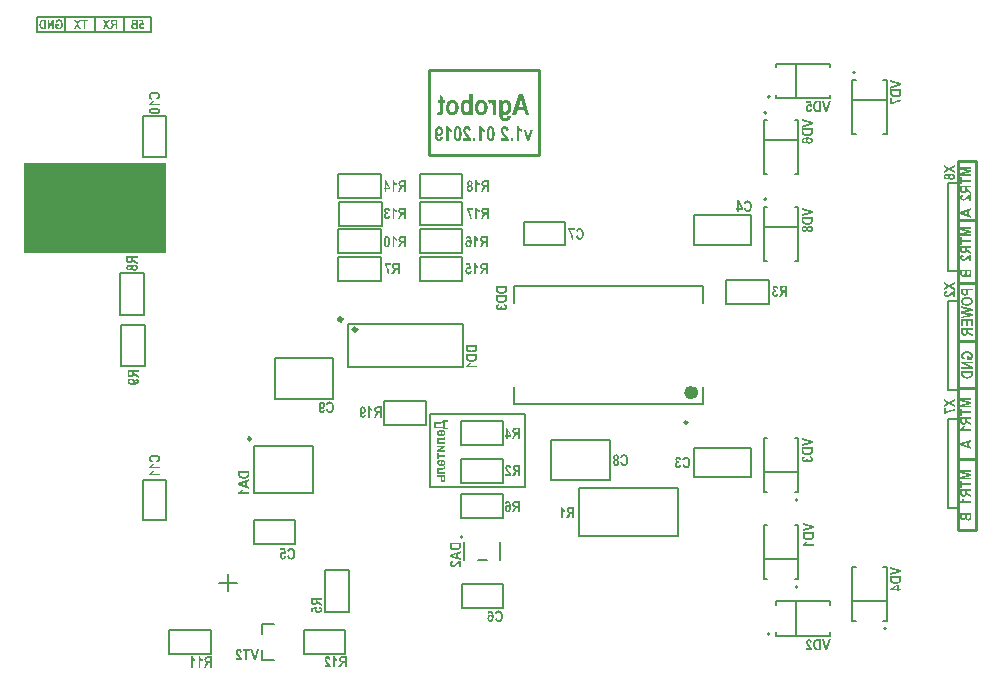
<source format=gbo>
G04 Layer_Color=32896*
%FSLAX43Y43*%
%MOMM*%
G71*
G01*
G75*
%ADD14C,0.300*%
%ADD31C,0.600*%
%ADD49C,0.200*%
%ADD53C,0.150*%
%ADD55C,0.250*%
%ADD89R,12.100X7.625*%
G36*
X47550Y26965D02*
X47549Y26931D01*
X47546Y26901D01*
X47541Y26874D01*
X47536Y26851D01*
X47532Y26833D01*
X47530Y26826D01*
X47527Y26821D01*
X47526Y26816D01*
X47525Y26812D01*
X47523Y26810D01*
Y26809D01*
X47512Y26788D01*
X47499Y26767D01*
X47486Y26750D01*
X47474Y26734D01*
X47461Y26723D01*
X47452Y26714D01*
X47446Y26708D01*
X47443Y26706D01*
X47422Y26691D01*
X47398Y26677D01*
X47373Y26664D01*
X47351Y26654D01*
X47330Y26647D01*
X47321Y26643D01*
X47314Y26640D01*
X47307Y26638D01*
X47302Y26636D01*
X47300Y26635D01*
X47299D01*
X47263Y26625D01*
X47226Y26619D01*
X47191Y26614D01*
X47156Y26610D01*
X47141Y26609D01*
X47127Y26607D01*
X47114D01*
X47103Y26606D01*
X47083D01*
X47033Y26607D01*
X47010Y26609D01*
X46989Y26610D01*
X46968Y26612D01*
X46949Y26615D01*
X46932Y26617D01*
X46916Y26619D01*
X46902Y26621D01*
X46890Y26624D01*
X46878Y26626D01*
X46869Y26629D01*
X46862Y26630D01*
X46857Y26631D01*
X46854Y26633D01*
X46853D01*
X46820Y26643D01*
X46791Y26656D01*
X46765Y26668D01*
X46744Y26680D01*
X46726Y26690D01*
X46713Y26699D01*
X46709Y26701D01*
X46705Y26704D01*
X46703Y26706D01*
X46683Y26724D01*
X46665Y26742D01*
X46651Y26760D01*
X46639Y26775D01*
X46631Y26789D01*
X46625Y26800D01*
X46622Y26807D01*
X46620Y26808D01*
Y26809D01*
X46611Y26832D01*
X46605Y26859D01*
X46601Y26885D01*
X46597Y26912D01*
X46596Y26936D01*
Y26948D01*
X46595Y26957D01*
Y26964D01*
Y26969D01*
Y26973D01*
Y26974D01*
Y27261D01*
X47550D01*
Y26965D01*
D02*
G37*
G36*
X89500Y32643D02*
X89139D01*
Y32540D01*
Y32514D01*
X89138Y32490D01*
X89137Y32467D01*
X89136Y32447D01*
X89133Y32429D01*
X89130Y32413D01*
X89128Y32397D01*
X89125Y32385D01*
X89123Y32373D01*
X89120Y32363D01*
X89118Y32355D01*
X89115Y32349D01*
X89114Y32344D01*
X89113Y32340D01*
X89111Y32339D01*
Y32338D01*
X89099Y32316D01*
X89085Y32298D01*
X89068Y32281D01*
X89052Y32267D01*
X89038Y32255D01*
X89025Y32248D01*
X89020Y32244D01*
X89016Y32241D01*
X89015Y32240D01*
X89014D01*
X88986Y32227D01*
X88956Y32217D01*
X88927Y32211D01*
X88901Y32206D01*
X88876Y32203D01*
X88866Y32202D01*
X88857Y32201D01*
X88840D01*
X88799Y32203D01*
X88762Y32208D01*
X88730Y32215D01*
X88716Y32220D01*
X88704Y32223D01*
X88692Y32227D01*
X88682Y32232D01*
X88674Y32236D01*
X88667Y32239D01*
X88662Y32242D01*
X88658Y32244D01*
X88655Y32246D01*
X88654D01*
X88629Y32264D01*
X88608Y32283D01*
X88592Y32303D01*
X88579Y32321D01*
X88570Y32338D01*
X88564Y32350D01*
X88561Y32355D01*
X88560Y32359D01*
X88559Y32361D01*
Y32362D01*
X88556Y32371D01*
X88554Y32382D01*
X88553Y32395D01*
X88551Y32409D01*
X88549Y32439D01*
X88546Y32471D01*
Y32500D01*
X88545Y32513D01*
Y32524D01*
Y32533D01*
Y32541D01*
Y32546D01*
Y32547D01*
Y32800D01*
X89500D01*
Y32643D01*
D02*
G37*
G36*
X46980Y26426D02*
X46958Y26389D01*
X46935Y26356D01*
X46924Y26341D01*
X46912Y26327D01*
X46901Y26314D01*
X46891Y26304D01*
X46882Y26294D01*
X46874Y26286D01*
X46868Y26280D01*
X46863Y26275D01*
X46860Y26272D01*
X46859Y26271D01*
X47550D01*
Y26121D01*
X46592D01*
Y26243D01*
X46623Y26254D01*
X46652Y26268D01*
X46678Y26283D01*
X46699Y26299D01*
X46717Y26313D01*
X46731Y26324D01*
X46736Y26329D01*
X46740Y26333D01*
X46741Y26334D01*
X46742Y26336D01*
X46765Y26361D01*
X46783Y26384D01*
X46799Y26407D01*
X46811Y26426D01*
X46820Y26442D01*
X46826Y26454D01*
X46829Y26459D01*
X46830Y26462D01*
X46831Y26464D01*
Y26465D01*
X46998D01*
X46980Y26426D01*
D02*
G37*
G36*
X89500Y25539D02*
X89499Y25505D01*
X89496Y25474D01*
X89491Y25448D01*
X89486Y25425D01*
X89482Y25407D01*
X89480Y25399D01*
X89477Y25394D01*
X89476Y25389D01*
X89475Y25385D01*
X89473Y25384D01*
Y25383D01*
X89462Y25361D01*
X89449Y25341D01*
X89437Y25323D01*
X89424Y25308D01*
X89411Y25297D01*
X89402Y25288D01*
X89396Y25281D01*
X89393Y25280D01*
X89372Y25265D01*
X89348Y25251D01*
X89323Y25238D01*
X89301Y25228D01*
X89280Y25220D01*
X89271Y25217D01*
X89264Y25214D01*
X89257Y25211D01*
X89252Y25210D01*
X89250Y25209D01*
X89249D01*
X89213Y25199D01*
X89176Y25192D01*
X89141Y25187D01*
X89106Y25184D01*
X89091Y25182D01*
X89077Y25181D01*
X89064D01*
X89053Y25180D01*
X89033D01*
X88983Y25181D01*
X88960Y25182D01*
X88939Y25184D01*
X88918Y25186D01*
X88899Y25189D01*
X88882Y25191D01*
X88866Y25192D01*
X88852Y25195D01*
X88840Y25197D01*
X88828Y25200D01*
X88819Y25203D01*
X88812Y25204D01*
X88807Y25205D01*
X88804Y25206D01*
X88803D01*
X88770Y25217D01*
X88741Y25229D01*
X88715Y25242D01*
X88694Y25253D01*
X88676Y25264D01*
X88663Y25272D01*
X88659Y25275D01*
X88655Y25278D01*
X88653Y25280D01*
X88633Y25298D01*
X88615Y25316D01*
X88601Y25333D01*
X88589Y25349D01*
X88581Y25363D01*
X88575Y25374D01*
X88572Y25380D01*
X88570Y25382D01*
Y25383D01*
X88561Y25406D01*
X88555Y25432D01*
X88551Y25459D01*
X88548Y25486D01*
X88546Y25510D01*
Y25521D01*
X88545Y25530D01*
Y25538D01*
Y25543D01*
Y25547D01*
Y25548D01*
Y25835D01*
X89500D01*
Y25539D01*
D02*
G37*
G36*
X46177Y10998D02*
X46176Y10964D01*
X46173Y10934D01*
X46168Y10907D01*
X46163Y10884D01*
X46159Y10866D01*
X46157Y10859D01*
X46154Y10854D01*
X46153Y10849D01*
X46152Y10845D01*
X46150Y10843D01*
Y10842D01*
X46139Y10821D01*
X46126Y10800D01*
X46113Y10782D01*
X46101Y10767D01*
X46088Y10756D01*
X46079Y10747D01*
X46073Y10741D01*
X46070Y10739D01*
X46049Y10724D01*
X46025Y10710D01*
X46000Y10697D01*
X45978Y10687D01*
X45957Y10680D01*
X45948Y10676D01*
X45941Y10673D01*
X45934Y10671D01*
X45929Y10669D01*
X45927Y10668D01*
X45925D01*
X45890Y10658D01*
X45853Y10652D01*
X45818Y10647D01*
X45783Y10643D01*
X45768Y10642D01*
X45754Y10640D01*
X45741D01*
X45730Y10639D01*
X45710D01*
X45660Y10640D01*
X45637Y10642D01*
X45616Y10643D01*
X45595Y10645D01*
X45576Y10648D01*
X45558Y10650D01*
X45543Y10652D01*
X45529Y10654D01*
X45517Y10657D01*
X45505Y10659D01*
X45496Y10662D01*
X45489Y10663D01*
X45484Y10664D01*
X45481Y10666D01*
X45480D01*
X45447Y10676D01*
X45417Y10689D01*
X45392Y10701D01*
X45370Y10713D01*
X45353Y10723D01*
X45340Y10732D01*
X45336Y10734D01*
X45332Y10737D01*
X45330Y10739D01*
X45310Y10757D01*
X45292Y10775D01*
X45278Y10793D01*
X45266Y10808D01*
X45257Y10822D01*
X45252Y10833D01*
X45249Y10840D01*
X45247Y10841D01*
Y10842D01*
X45238Y10865D01*
X45232Y10892D01*
X45228Y10918D01*
X45224Y10945D01*
X45223Y10969D01*
Y10981D01*
X45222Y10990D01*
Y10997D01*
Y11002D01*
Y11006D01*
Y11007D01*
Y11294D01*
X46177D01*
Y10998D01*
D02*
G37*
G36*
X47550Y27754D02*
X47549Y27720D01*
X47546Y27689D01*
X47541Y27663D01*
X47536Y27640D01*
X47532Y27622D01*
X47530Y27614D01*
X47527Y27609D01*
X47526Y27604D01*
X47525Y27600D01*
X47523Y27599D01*
Y27598D01*
X47512Y27576D01*
X47499Y27556D01*
X47486Y27538D01*
X47474Y27523D01*
X47461Y27512D01*
X47452Y27503D01*
X47446Y27496D01*
X47443Y27495D01*
X47422Y27480D01*
X47398Y27466D01*
X47373Y27453D01*
X47351Y27443D01*
X47330Y27435D01*
X47321Y27432D01*
X47314Y27429D01*
X47307Y27426D01*
X47302Y27425D01*
X47300Y27424D01*
X47299D01*
X47263Y27414D01*
X47226Y27407D01*
X47191Y27402D01*
X47156Y27398D01*
X47141Y27397D01*
X47127Y27396D01*
X47114D01*
X47103Y27395D01*
X47083D01*
X47033Y27396D01*
X47010Y27397D01*
X46989Y27398D01*
X46968Y27401D01*
X46949Y27404D01*
X46932Y27406D01*
X46916Y27407D01*
X46902Y27410D01*
X46890Y27412D01*
X46878Y27415D01*
X46869Y27418D01*
X46862Y27419D01*
X46857Y27420D01*
X46854Y27421D01*
X46853D01*
X46820Y27432D01*
X46791Y27444D01*
X46765Y27457D01*
X46744Y27468D01*
X46726Y27479D01*
X46713Y27487D01*
X46709Y27490D01*
X46705Y27492D01*
X46703Y27495D01*
X46683Y27513D01*
X46665Y27531D01*
X46651Y27548D01*
X46639Y27564D01*
X46631Y27578D01*
X46625Y27589D01*
X46622Y27595D01*
X46620Y27597D01*
Y27598D01*
X46611Y27621D01*
X46605Y27647D01*
X46601Y27674D01*
X46597Y27701D01*
X46596Y27725D01*
Y27736D01*
X46595Y27745D01*
Y27753D01*
Y27758D01*
Y27762D01*
Y27763D01*
Y28050D01*
X47550D01*
Y27754D01*
D02*
G37*
G36*
X51200Y16925D02*
X51043D01*
Y17324D01*
X50992D01*
X50975Y17323D01*
X50961Y17320D01*
X50951Y17319D01*
X50942Y17316D01*
X50937Y17314D01*
X50933Y17312D01*
X50932D01*
X50923Y17307D01*
X50914Y17302D01*
X50899Y17289D01*
X50893Y17283D01*
X50889Y17278D01*
X50886Y17274D01*
X50885Y17273D01*
X50880Y17267D01*
X50875Y17259D01*
X50869Y17250D01*
X50862Y17239D01*
X50848Y17216D01*
X50834Y17192D01*
X50822Y17169D01*
X50816Y17159D01*
X50811Y17150D01*
X50808Y17142D01*
X50804Y17137D01*
X50802Y17133D01*
X50801Y17132D01*
X50688Y16925D01*
X50498D01*
X50593Y17110D01*
X50603Y17131D01*
X50613Y17150D01*
X50622Y17166D01*
X50631Y17182D01*
X50639Y17196D01*
X50646Y17208D01*
X50654Y17220D01*
X50659Y17230D01*
X50665Y17239D01*
X50669Y17246D01*
X50677Y17256D01*
X50682Y17263D01*
X50683Y17265D01*
X50696Y17282D01*
X50710Y17297D01*
X50724Y17310D01*
X50738Y17323D01*
X50749Y17331D01*
X50758Y17339D01*
X50764Y17344D01*
X50767Y17345D01*
X50731Y17354D01*
X50701Y17367D01*
X50675Y17381D01*
X50654Y17395D01*
X50636Y17409D01*
X50625Y17420D01*
X50617Y17429D01*
X50615Y17430D01*
Y17432D01*
X50604Y17446D01*
X50597Y17460D01*
X50583Y17489D01*
X50573Y17519D01*
X50566Y17547D01*
X50562Y17573D01*
X50561Y17584D01*
Y17593D01*
X50560Y17602D01*
Y17607D01*
Y17611D01*
Y17612D01*
X50561Y17644D01*
X50565Y17673D01*
X50571Y17700D01*
X50578Y17721D01*
X50584Y17740D01*
X50590Y17753D01*
X50592Y17758D01*
X50594Y17762D01*
X50595Y17763D01*
Y17764D01*
X50609Y17786D01*
X50625Y17805D01*
X50640Y17820D01*
X50654Y17833D01*
X50667Y17842D01*
X50677Y17848D01*
X50683Y17852D01*
X50684Y17853D01*
X50686D01*
X50697Y17858D01*
X50709Y17862D01*
X50736Y17869D01*
X50767Y17874D01*
X50797Y17876D01*
X50824Y17879D01*
X50836D01*
X50847Y17880D01*
X51200D01*
Y16925D01*
D02*
G37*
G36*
X89500Y31110D02*
Y30938D01*
X88786Y30783D01*
X89500Y30626D01*
Y30458D01*
X88545Y30269D01*
Y30429D01*
X89213Y30548D01*
X88545Y30687D01*
Y30875D01*
X89202Y31017D01*
X88545Y31135D01*
Y31296D01*
X89500Y31110D01*
D02*
G37*
G36*
X54761Y14291D02*
X54775Y14262D01*
X54790Y14237D01*
X54806Y14215D01*
X54820Y14197D01*
X54831Y14183D01*
X54836Y14178D01*
X54840Y14175D01*
X54841Y14173D01*
X54842Y14172D01*
X54868Y14149D01*
X54891Y14131D01*
X54914Y14115D01*
X54933Y14103D01*
X54949Y14095D01*
X54961Y14088D01*
X54966Y14086D01*
X54969Y14084D01*
X54971Y14083D01*
X54972D01*
Y13917D01*
X54933Y13935D01*
X54896Y13956D01*
X54863Y13979D01*
X54847Y13990D01*
X54834Y14002D01*
X54821Y14013D01*
X54811Y14023D01*
X54800Y14032D01*
X54793Y14040D01*
X54787Y14046D01*
X54781Y14051D01*
X54779Y14054D01*
X54778Y14055D01*
Y13364D01*
X54628D01*
Y14322D01*
X54750D01*
X54761Y14291D01*
D02*
G37*
G36*
X55767Y13364D02*
X55609D01*
Y13763D01*
X55559D01*
X55542Y13762D01*
X55528Y13759D01*
X55518Y13758D01*
X55509Y13755D01*
X55504Y13753D01*
X55500Y13752D01*
X55499D01*
X55490Y13747D01*
X55481Y13741D01*
X55466Y13729D01*
X55460Y13722D01*
X55456Y13717D01*
X55453Y13714D01*
X55452Y13712D01*
X55447Y13706D01*
X55442Y13698D01*
X55435Y13689D01*
X55429Y13678D01*
X55415Y13655D01*
X55401Y13631D01*
X55389Y13608D01*
X55383Y13598D01*
X55378Y13589D01*
X55375Y13581D01*
X55371Y13576D01*
X55369Y13573D01*
X55368Y13571D01*
X55255Y13364D01*
X55065D01*
X55160Y13550D01*
X55170Y13570D01*
X55180Y13589D01*
X55189Y13606D01*
X55198Y13621D01*
X55206Y13635D01*
X55213Y13648D01*
X55221Y13659D01*
X55226Y13669D01*
X55232Y13678D01*
X55236Y13686D01*
X55244Y13696D01*
X55249Y13702D01*
X55250Y13705D01*
X55263Y13721D01*
X55277Y13736D01*
X55291Y13749D01*
X55305Y13762D01*
X55316Y13771D01*
X55325Y13778D01*
X55331Y13783D01*
X55334Y13785D01*
X55298Y13794D01*
X55268Y13806D01*
X55242Y13820D01*
X55221Y13834D01*
X55203Y13848D01*
X55192Y13860D01*
X55184Y13868D01*
X55181Y13870D01*
Y13871D01*
X55171Y13885D01*
X55164Y13899D01*
X55150Y13928D01*
X55140Y13959D01*
X55133Y13987D01*
X55129Y14012D01*
X55128Y14023D01*
Y14032D01*
X55127Y14041D01*
Y14046D01*
Y14050D01*
Y14051D01*
X55128Y14083D01*
X55132Y14112D01*
X55138Y14139D01*
X55145Y14161D01*
X55151Y14180D01*
X55157Y14192D01*
X55159Y14197D01*
X55161Y14201D01*
X55162Y14202D01*
Y14204D01*
X55176Y14225D01*
X55192Y14244D01*
X55207Y14260D01*
X55221Y14272D01*
X55234Y14281D01*
X55244Y14288D01*
X55250Y14291D01*
X55251Y14293D01*
X55253D01*
X55264Y14298D01*
X55275Y14302D01*
X55303Y14308D01*
X55334Y14313D01*
X55364Y14316D01*
X55391Y14318D01*
X55402D01*
X55414Y14319D01*
X55767D01*
Y13364D01*
D02*
G37*
G36*
X89072Y32103D02*
X89113Y32099D01*
X89151Y32094D01*
X89186Y32086D01*
X89219Y32079D01*
X89250Y32068D01*
X89278Y32058D01*
X89302Y32048D01*
X89325Y32038D01*
X89344Y32028D01*
X89362Y32018D01*
X89374Y32010D01*
X89386Y32002D01*
X89393Y31997D01*
X89398Y31994D01*
X89400Y31992D01*
X89420Y31973D01*
X89438Y31953D01*
X89454Y31931D01*
X89467Y31910D01*
X89478Y31887D01*
X89489Y31864D01*
X89496Y31842D01*
X89501Y31822D01*
X89506Y31802D01*
X89510Y31783D01*
X89513Y31766D01*
X89515Y31752D01*
Y31741D01*
X89517Y31732D01*
Y31726D01*
Y31724D01*
X89515Y31694D01*
X89511Y31665D01*
X89505Y31637D01*
X89497Y31611D01*
X89489Y31587D01*
X89480Y31566D01*
X89468Y31545D01*
X89457Y31527D01*
X89447Y31511D01*
X89435Y31497D01*
X89426Y31486D01*
X89416Y31475D01*
X89410Y31468D01*
X89403Y31463D01*
X89400Y31459D01*
X89398Y31458D01*
X89372Y31437D01*
X89344Y31421D01*
X89313Y31406D01*
X89283Y31393D01*
X89251Y31381D01*
X89219Y31373D01*
X89189Y31365D01*
X89160Y31359D01*
X89132Y31353D01*
X89105Y31351D01*
X89082Y31348D01*
X89062Y31346D01*
X89045D01*
X89033Y31345D01*
X89022D01*
X88979Y31346D01*
X88939Y31350D01*
X88901Y31355D01*
X88866Y31361D01*
X88833Y31369D01*
X88803Y31379D01*
X88776Y31388D01*
X88752Y31398D01*
X88730Y31408D01*
X88711Y31417D01*
X88695Y31426D01*
X88682Y31435D01*
X88672Y31441D01*
X88664Y31446D01*
X88659Y31450D01*
X88658Y31451D01*
X88635Y31472D01*
X88615Y31493D01*
X88598Y31516D01*
X88583Y31539D01*
X88570Y31562D01*
X88560Y31583D01*
X88551Y31606D01*
X88545Y31628D01*
X88540Y31647D01*
X88535Y31666D01*
X88532Y31682D01*
X88531Y31696D01*
X88530Y31708D01*
X88528Y31717D01*
Y31722D01*
Y31724D01*
Y31746D01*
X88531Y31766D01*
X88537Y31804D01*
X88546Y31839D01*
X88550Y31854D01*
X88555Y31867D01*
X88560Y31879D01*
X88565Y31891D01*
X88570Y31900D01*
X88574Y31908D01*
X88578Y31914D01*
X88581Y31919D01*
X88582Y31921D01*
X88583Y31922D01*
X88594Y31938D01*
X88606Y31952D01*
X88631Y31977D01*
X88659Y32000D01*
X88686Y32019D01*
X88710Y32034D01*
X88720Y32041D01*
X88730Y32046D01*
X88738Y32049D01*
X88743Y32052D01*
X88747Y32055D01*
X88748D01*
X88770Y32063D01*
X88791Y32071D01*
X88838Y32084D01*
X88885Y32091D01*
X88908Y32095D01*
X88930Y32098D01*
X88950Y32100D01*
X88969Y32102D01*
X88986Y32103D01*
X89001D01*
X89012Y32104D01*
X89029D01*
X89072Y32103D01*
D02*
G37*
G36*
X46177Y10417D02*
X45960Y10352D01*
Y10040D01*
X46177Y9971D01*
Y9800D01*
X45222Y10112D01*
Y10281D01*
X46177Y10584D01*
Y10417D01*
D02*
G37*
G36*
X89077Y27497D02*
X89104Y27495D01*
X89129Y27492D01*
X89152Y27489D01*
X89175Y27483D01*
X89195Y27480D01*
X89214Y27475D01*
X89231Y27470D01*
X89246Y27466D01*
X89259Y27461D01*
X89270Y27457D01*
X89279Y27454D01*
X89285Y27452D01*
X89289Y27449D01*
X89290D01*
X89311Y27439D01*
X89330Y27428D01*
X89348Y27417D01*
X89364Y27405D01*
X89379Y27393D01*
X89393Y27382D01*
X89406Y27370D01*
X89417Y27360D01*
X89428Y27349D01*
X89437Y27340D01*
X89444Y27331D01*
X89450Y27323D01*
X89454Y27318D01*
X89458Y27313D01*
X89459Y27311D01*
X89461Y27309D01*
X89471Y27293D01*
X89478Y27275D01*
X89492Y27240D01*
X89503Y27205D01*
X89509Y27174D01*
X89511Y27158D01*
X89514Y27146D01*
X89515Y27133D01*
Y27123D01*
X89517Y27115D01*
Y27109D01*
Y27105D01*
Y27104D01*
X89515Y27068D01*
X89510Y27035D01*
X89503Y27003D01*
X89495Y26974D01*
X89491Y26962D01*
X89487Y26950D01*
X89483Y26940D01*
X89480Y26932D01*
X89477Y26925D01*
X89475Y26920D01*
X89473Y26917D01*
Y26916D01*
X89457Y26882D01*
X89439Y26852D01*
X89421Y26827D01*
X89405Y26807D01*
X89391Y26790D01*
X89379Y26779D01*
X89372Y26771D01*
X89370Y26768D01*
X88988D01*
Y27109D01*
X89149D01*
Y26928D01*
X89271D01*
X89284Y26944D01*
X89296Y26959D01*
X89306Y26974D01*
X89315Y26988D01*
X89321Y27001D01*
X89326Y27010D01*
X89329Y27016D01*
X89330Y27019D01*
X89337Y27036D01*
X89343Y27054D01*
X89346Y27071D01*
X89349Y27085D01*
X89350Y27097D01*
X89351Y27106D01*
Y27111D01*
Y27114D01*
X89350Y27132D01*
X89348Y27149D01*
X89344Y27165D01*
X89339Y27180D01*
X89327Y27207D01*
X89312Y27229D01*
X89298Y27247D01*
X89285Y27260D01*
X89282Y27264D01*
X89278Y27268D01*
X89275Y27269D01*
X89274Y27270D01*
X89256Y27282D01*
X89237Y27292D01*
X89217Y27302D01*
X89195Y27309D01*
X89152Y27321D01*
X89110Y27329D01*
X89090Y27332D01*
X89072Y27334D01*
X89055Y27335D01*
X89040Y27336D01*
X89029Y27337D01*
X89012D01*
X88983Y27336D01*
X88955Y27335D01*
X88930Y27331D01*
X88907Y27327D01*
X88885Y27323D01*
X88865Y27317D01*
X88847Y27312D01*
X88832Y27306D01*
X88818Y27301D01*
X88805Y27294D01*
X88795Y27289D01*
X88788Y27285D01*
X88781Y27280D01*
X88776Y27278D01*
X88774Y27276D01*
X88772Y27275D01*
X88758Y27263D01*
X88747Y27250D01*
X88735Y27237D01*
X88727Y27223D01*
X88719Y27210D01*
X88713Y27196D01*
X88704Y27171D01*
X88697Y27148D01*
X88696Y27138D01*
X88695Y27129D01*
X88694Y27123D01*
Y27116D01*
Y27114D01*
Y27113D01*
X88695Y27089D01*
X88700Y27067D01*
X88706Y27048D01*
X88713Y27031D01*
X88720Y27017D01*
X88727Y27009D01*
X88732Y27002D01*
X88733Y27000D01*
X88749Y26983D01*
X88767Y26969D01*
X88785Y26959D01*
X88804Y26950D01*
X88819Y26942D01*
X88833Y26939D01*
X88838Y26937D01*
X88841Y26936D01*
X88843Y26935D01*
X88845D01*
X88809Y26779D01*
X88784Y26784D01*
X88761Y26790D01*
X88739Y26798D01*
X88719Y26805D01*
X88700Y26814D01*
X88683Y26824D01*
X88667Y26833D01*
X88653Y26842D01*
X88641Y26851D01*
X88630Y26860D01*
X88621Y26868D01*
X88614Y26874D01*
X88608Y26880D01*
X88605Y26884D01*
X88602Y26887D01*
X88601Y26888D01*
X88588Y26904D01*
X88577Y26921D01*
X88568Y26940D01*
X88559Y26958D01*
X88551Y26977D01*
X88546Y26996D01*
X88537Y27031D01*
X88535Y27048D01*
X88532Y27063D01*
X88531Y27076D01*
X88530Y27089D01*
X88528Y27097D01*
Y27105D01*
Y27110D01*
Y27111D01*
Y27133D01*
X88531Y27153D01*
X88537Y27191D01*
X88546Y27226D01*
X88551Y27241D01*
X88556Y27255D01*
X88561Y27268D01*
X88567Y27279D01*
X88572Y27289D01*
X88575Y27297D01*
X88579Y27303D01*
X88582Y27308D01*
X88583Y27311D01*
X88584Y27312D01*
X88596Y27327D01*
X88607Y27343D01*
X88634Y27369D01*
X88662Y27392D01*
X88688Y27411D01*
X88714Y27428D01*
X88724Y27433D01*
X88734Y27439D01*
X88742Y27443D01*
X88747Y27445D01*
X88751Y27447D01*
X88752Y27448D01*
X88795Y27466D01*
X88841Y27478D01*
X88887Y27487D01*
X88908Y27491D01*
X88928Y27494D01*
X88948Y27496D01*
X88965Y27497D01*
X88982Y27499D01*
X88995D01*
X89006Y27500D01*
X89021D01*
X89077Y27497D01*
D02*
G37*
G36*
X20130Y48613D02*
X20108Y48576D01*
X20085Y48543D01*
X20074Y48528D01*
X20062Y48514D01*
X20051Y48501D01*
X20041Y48491D01*
X20032Y48481D01*
X20024Y48473D01*
X20018Y48467D01*
X20013Y48462D01*
X20010Y48459D01*
X20009Y48458D01*
X20700D01*
Y48308D01*
X19742D01*
Y48430D01*
X19773Y48441D01*
X19802Y48455D01*
X19828Y48470D01*
X19849Y48486D01*
X19867Y48500D01*
X19881Y48511D01*
X19886Y48516D01*
X19890Y48520D01*
X19891Y48521D01*
X19892Y48522D01*
X19915Y48548D01*
X19933Y48571D01*
X19949Y48594D01*
X19961Y48613D01*
X19970Y48629D01*
X19976Y48641D01*
X19979Y48646D01*
X19980Y48650D01*
X19981Y48651D01*
Y48652D01*
X20148D01*
X20130Y48613D01*
D02*
G37*
G36*
X20278Y48083D02*
X20324Y48082D01*
X20365Y48078D01*
X20404Y48073D01*
X20438Y48068D01*
X20469Y48063D01*
X20497Y48056D01*
X20522Y48049D01*
X20543Y48042D01*
X20562Y48036D01*
X20577Y48031D01*
X20588Y48026D01*
X20598Y48021D01*
X20605Y48017D01*
X20609Y48016D01*
X20610Y48014D01*
X20629Y48001D01*
X20645Y47987D01*
X20659Y47971D01*
X20672Y47956D01*
X20682Y47941D01*
X20690Y47926D01*
X20697Y47910D01*
X20703Y47896D01*
X20708Y47882D01*
X20711Y47870D01*
X20713Y47860D01*
X20715Y47849D01*
Y47842D01*
X20717Y47835D01*
Y47832D01*
Y47830D01*
X20715Y47810D01*
X20711Y47790D01*
X20706Y47772D01*
X20700Y47754D01*
X20682Y47722D01*
X20672Y47708D01*
X20662Y47697D01*
X20653Y47686D01*
X20643Y47675D01*
X20634Y47667D01*
X20625Y47660D01*
X20619Y47655D01*
X20614Y47651D01*
X20610Y47649D01*
X20609Y47647D01*
X20587Y47635D01*
X20562Y47623D01*
X20534Y47614D01*
X20504Y47607D01*
X20473Y47599D01*
X20441Y47594D01*
X20379Y47585D01*
X20349Y47583D01*
X20322Y47580D01*
X20296Y47579D01*
X20275Y47578D01*
X20256Y47576D01*
X20230D01*
X20182Y47578D01*
X20136Y47579D01*
X20094Y47583D01*
X20057Y47588D01*
X20022Y47593D01*
X19991Y47599D01*
X19963Y47606D01*
X19939Y47612D01*
X19918Y47618D01*
X19900Y47625D01*
X19885Y47631D01*
X19873Y47636D01*
X19863Y47641D01*
X19857Y47645D01*
X19853Y47646D01*
X19852Y47647D01*
X19833Y47661D01*
X19816Y47675D01*
X19801Y47691D01*
X19788Y47706D01*
X19778Y47721D01*
X19769Y47736D01*
X19761Y47752D01*
X19756Y47766D01*
X19751Y47780D01*
X19749Y47792D01*
X19746Y47802D01*
X19744Y47813D01*
Y47820D01*
X19742Y47827D01*
Y47830D01*
Y47832D01*
X19744Y47852D01*
X19747Y47872D01*
X19753Y47890D01*
X19759Y47908D01*
X19768Y47924D01*
X19777Y47940D01*
X19787Y47952D01*
X19797Y47965D01*
X19807Y47976D01*
X19817Y47987D01*
X19826Y47994D01*
X19835Y48002D01*
X19841Y48007D01*
X19847Y48011D01*
X19850Y48013D01*
X19852Y48014D01*
X19873Y48027D01*
X19899Y48037D01*
X19927Y48046D01*
X19956Y48055D01*
X20018Y48068D01*
X20080Y48075D01*
X20111Y48078D01*
X20137Y48081D01*
X20163Y48082D01*
X20186Y48083D01*
X20203Y48084D01*
X20229D01*
X20278Y48083D01*
D02*
G37*
G36*
X34423Y23231D02*
X34442Y23229D01*
X34460Y23225D01*
X34476Y23219D01*
X34507Y23205D01*
X34533Y23189D01*
X34545Y23181D01*
X34555Y23173D01*
X34563Y23165D01*
X34570Y23159D01*
X34575Y23153D01*
X34579Y23149D01*
X34582Y23146D01*
X34583Y23145D01*
X34596Y23128D01*
X34606Y23111D01*
X34616Y23092D01*
X34624Y23071D01*
X34636Y23032D01*
X34645Y22995D01*
X34648Y22977D01*
X34650Y22961D01*
X34652Y22946D01*
X34653Y22934D01*
X34654Y22923D01*
Y22915D01*
Y22910D01*
Y22909D01*
X34653Y22883D01*
X34652Y22859D01*
X34648Y22835D01*
X34644Y22813D01*
X34638Y22794D01*
X34633Y22775D01*
X34626Y22759D01*
X34620Y22742D01*
X34613Y22730D01*
X34607Y22717D01*
X34601Y22707D01*
X34596Y22698D01*
X34592Y22692D01*
X34588Y22686D01*
X34587Y22684D01*
X34586Y22683D01*
X34573Y22667D01*
X34559Y22655D01*
X34545Y22643D01*
X34532Y22633D01*
X34518Y22626D01*
X34506Y22618D01*
X34481Y22608D01*
X34460Y22603D01*
X34451Y22600D01*
X34443Y22599D01*
X34437Y22598D01*
X34428D01*
X34413Y22599D01*
X34398Y22600D01*
X34384Y22604D01*
X34372Y22608D01*
X34363Y22610D01*
X34356Y22614D01*
X34351Y22615D01*
X34349Y22617D01*
X34337Y22626D01*
X34324Y22634D01*
X34314Y22645D01*
X34304Y22655D01*
X34296Y22664D01*
X34291Y22671D01*
X34287Y22676D01*
X34286Y22678D01*
X34287Y22648D01*
X34290Y22622D01*
X34293Y22598D01*
X34296Y22575D01*
X34300Y22556D01*
X34302Y22538D01*
X34306Y22523D01*
X34310Y22509D01*
X34314Y22497D01*
X34316Y22487D01*
X34320Y22479D01*
X34323Y22473D01*
X34325Y22468D01*
X34326Y22464D01*
X34328Y22463D01*
Y22462D01*
X34340Y22444D01*
X34354Y22431D01*
X34368Y22422D01*
X34381Y22416D01*
X34392Y22412D01*
X34401Y22411D01*
X34408Y22410D01*
X34410D01*
X34423Y22411D01*
X34434Y22415D01*
X34446Y22420D01*
X34455Y22426D01*
X34469Y22444D01*
X34480Y22463D01*
X34486Y22482D01*
X34492Y22500D01*
X34493Y22506D01*
X34494Y22511D01*
Y22515D01*
Y22516D01*
X34639Y22497D01*
X34635Y22476D01*
X34631Y22454D01*
X34626Y22435D01*
X34621Y22417D01*
X34615Y22402D01*
X34610Y22387D01*
X34603Y22373D01*
X34597Y22361D01*
X34591Y22351D01*
X34586Y22342D01*
X34580Y22335D01*
X34575Y22328D01*
X34572Y22323D01*
X34569Y22319D01*
X34566Y22318D01*
Y22317D01*
X34555Y22307D01*
X34544Y22298D01*
X34518Y22283D01*
X34494Y22272D01*
X34471Y22266D01*
X34451Y22261D01*
X34442Y22260D01*
X34434D01*
X34428Y22258D01*
X34419D01*
X34396Y22260D01*
X34373Y22264D01*
X34353Y22269D01*
X34333Y22276D01*
X34315Y22285D01*
X34297Y22295D01*
X34282Y22305D01*
X34268Y22316D01*
X34255Y22326D01*
X34244Y22337D01*
X34235Y22346D01*
X34226Y22355D01*
X34220Y22363D01*
X34216Y22368D01*
X34213Y22372D01*
X34212Y22373D01*
X34198Y22396D01*
X34185Y22422D01*
X34174Y22450D01*
X34165Y22481D01*
X34158Y22511D01*
X34151Y22543D01*
X34145Y22575D01*
X34141Y22605D01*
X34137Y22634D01*
X34135Y22662D01*
X34133Y22686D01*
X34132Y22708D01*
X34131Y22726D01*
Y22740D01*
Y22745D01*
Y22749D01*
Y22750D01*
Y22751D01*
X34132Y22798D01*
X34135Y22841D01*
X34138Y22881D01*
X34142Y22918D01*
X34149Y22951D01*
X34155Y22981D01*
X34163Y23009D01*
X34169Y23033D01*
X34177Y23054D01*
X34184Y23071D01*
X34191Y23087D01*
X34196Y23099D01*
X34201Y23109D01*
X34205Y23116D01*
X34207Y23120D01*
X34208Y23121D01*
X34224Y23141D01*
X34239Y23158D01*
X34255Y23173D01*
X34272Y23186D01*
X34288Y23196D01*
X34305Y23206D01*
X34320Y23212D01*
X34335Y23219D01*
X34349Y23224D01*
X34362Y23226D01*
X34375Y23229D01*
X34384Y23231D01*
X34392D01*
X34399Y23233D01*
X34404D01*
X34423Y23231D01*
D02*
G37*
G36*
X89400Y19826D02*
X89183Y19761D01*
Y19449D01*
X89400Y19380D01*
Y19209D01*
X88445Y19521D01*
Y19690D01*
X89400Y19994D01*
Y19826D01*
D02*
G37*
G36*
X20273Y49474D02*
X20314Y49470D01*
X20351Y49465D01*
X20386Y49458D01*
X20419Y49450D01*
X20450Y49441D01*
X20478Y49431D01*
X20502Y49420D01*
X20525Y49410D01*
X20544Y49400D01*
X20560Y49391D01*
X20574Y49382D01*
X20586Y49376D01*
X20593Y49371D01*
X20598Y49367D01*
X20600Y49366D01*
X20620Y49347D01*
X20638Y49328D01*
X20654Y49307D01*
X20667Y49287D01*
X20678Y49267D01*
X20689Y49245D01*
X20696Y49226D01*
X20701Y49206D01*
X20706Y49188D01*
X20710Y49171D01*
X20713Y49156D01*
X20715Y49144D01*
Y49133D01*
X20717Y49124D01*
Y49119D01*
Y49118D01*
X20715Y49095D01*
X20713Y49074D01*
X20710Y49053D01*
X20705Y49034D01*
X20700Y49017D01*
X20694Y49000D01*
X20686Y48985D01*
X20680Y48970D01*
X20673Y48957D01*
X20666Y48947D01*
X20659Y48937D01*
X20654Y48929D01*
X20649Y48923D01*
X20645Y48917D01*
X20644Y48915D01*
X20643Y48914D01*
X20628Y48898D01*
X20611Y48884D01*
X20593Y48872D01*
X20576Y48859D01*
X20536Y48839D01*
X20498Y48822D01*
X20480Y48815D01*
X20464Y48810D01*
X20449Y48804D01*
X20436Y48801D01*
X20424Y48797D01*
X20416Y48794D01*
X20410Y48793D01*
X20409D01*
X20349Y48947D01*
X20369Y48950D01*
X20386Y48956D01*
X20403Y48961D01*
X20418Y48966D01*
X20432Y48971D01*
X20445Y48976D01*
X20466Y48987D01*
X20483Y48997D01*
X20494Y49005D01*
X20501Y49010D01*
X20503Y49013D01*
X20520Y49030D01*
X20531Y49048D01*
X20540Y49067D01*
X20545Y49084D01*
X20549Y49099D01*
X20550Y49111D01*
X20551Y49118D01*
Y49119D01*
Y49121D01*
X20550Y49136D01*
X20548Y49151D01*
X20544Y49165D01*
X20540Y49178D01*
X20527Y49202D01*
X20513Y49222D01*
X20499Y49238D01*
X20487Y49249D01*
X20483Y49254D01*
X20479Y49257D01*
X20476Y49258D01*
X20475Y49259D01*
X20460Y49268D01*
X20442Y49277D01*
X20423Y49283D01*
X20403Y49290D01*
X20361Y49300D01*
X20318Y49306D01*
X20299Y49307D01*
X20280Y49310D01*
X20263Y49311D01*
X20248D01*
X20235Y49312D01*
X20219D01*
X20187Y49311D01*
X20158Y49310D01*
X20131Y49307D01*
X20107Y49304D01*
X20084Y49300D01*
X20064Y49295D01*
X20045Y49290D01*
X20029Y49285D01*
X20014Y49279D01*
X20003Y49276D01*
X19993Y49271D01*
X19984Y49267D01*
X19977Y49263D01*
X19974Y49260D01*
X19971Y49258D01*
X19970D01*
X19956Y49248D01*
X19944Y49236D01*
X19934Y49225D01*
X19925Y49212D01*
X19918Y49201D01*
X19913Y49189D01*
X19902Y49166D01*
X19897Y49147D01*
X19896Y49138D01*
X19895Y49131D01*
X19894Y49126D01*
Y49121D01*
Y49118D01*
Y49117D01*
X19895Y49095D01*
X19900Y49075D01*
X19906Y49057D01*
X19914Y49041D01*
X19923Y49029D01*
X19929Y49019D01*
X19934Y49014D01*
X19935Y49011D01*
X19952Y48996D01*
X19971Y48982D01*
X19991Y48972D01*
X20010Y48963D01*
X20027Y48958D01*
X20041Y48953D01*
X20046Y48952D01*
X20050D01*
X20052Y48950D01*
X20054D01*
X20008Y48794D01*
X19985Y48801D01*
X19963Y48807D01*
X19944Y48815D01*
X19925Y48821D01*
X19909Y48830D01*
X19894Y48837D01*
X19880Y48845D01*
X19867Y48851D01*
X19855Y48859D01*
X19845Y48865D01*
X19838Y48872D01*
X19830Y48877D01*
X19825Y48881D01*
X19821Y48884D01*
X19820Y48886D01*
X19819Y48887D01*
X19802Y48903D01*
X19789Y48923D01*
X19777Y48940D01*
X19767Y48959D01*
X19758Y48977D01*
X19750Y48996D01*
X19745Y49014D01*
X19740Y49030D01*
X19736Y49047D01*
X19734Y49061D01*
X19731Y49075D01*
X19730Y49086D01*
X19728Y49095D01*
Y49102D01*
Y49107D01*
Y49108D01*
X19730Y49137D01*
X19734Y49165D01*
X19740Y49192D01*
X19747Y49216D01*
X19756Y49239D01*
X19767Y49260D01*
X19778Y49279D01*
X19788Y49297D01*
X19800Y49312D01*
X19811Y49326D01*
X19821Y49338D01*
X19830Y49348D01*
X19838Y49356D01*
X19844Y49361D01*
X19848Y49365D01*
X19849Y49366D01*
X19876Y49385D01*
X19905Y49401D01*
X19935Y49417D01*
X19967Y49429D01*
X19999Y49439D01*
X20031Y49448D01*
X20062Y49456D01*
X20092Y49461D01*
X20121Y49466D01*
X20146Y49469D01*
X20170Y49471D01*
X20191Y49474D01*
X20209D01*
X20221Y49475D01*
X20231D01*
X20273Y49474D01*
D02*
G37*
G36*
X28267Y17068D02*
X28266Y17034D01*
X28263Y17004D01*
X28258Y16977D01*
X28253Y16954D01*
X28249Y16936D01*
X28247Y16929D01*
X28244Y16924D01*
X28243Y16919D01*
X28242Y16915D01*
X28240Y16913D01*
Y16912D01*
X28229Y16891D01*
X28216Y16870D01*
X28203Y16852D01*
X28191Y16837D01*
X28178Y16826D01*
X28169Y16817D01*
X28163Y16811D01*
X28160Y16809D01*
X28139Y16794D01*
X28115Y16780D01*
X28090Y16767D01*
X28068Y16757D01*
X28047Y16750D01*
X28038Y16746D01*
X28031Y16743D01*
X28024Y16741D01*
X28019Y16739D01*
X28017Y16738D01*
X28015D01*
X27980Y16728D01*
X27943Y16722D01*
X27908Y16717D01*
X27873Y16713D01*
X27858Y16712D01*
X27844Y16710D01*
X27831D01*
X27820Y16709D01*
X27800D01*
X27750Y16710D01*
X27727Y16712D01*
X27706Y16713D01*
X27685Y16715D01*
X27666Y16718D01*
X27648Y16720D01*
X27633Y16722D01*
X27619Y16724D01*
X27607Y16727D01*
X27595Y16729D01*
X27586Y16732D01*
X27579Y16733D01*
X27574Y16734D01*
X27571Y16736D01*
X27570D01*
X27537Y16746D01*
X27507Y16758D01*
X27482Y16771D01*
X27461Y16783D01*
X27443Y16793D01*
X27430Y16802D01*
X27426Y16804D01*
X27422Y16807D01*
X27420Y16809D01*
X27400Y16827D01*
X27382Y16845D01*
X27368Y16863D01*
X27356Y16878D01*
X27347Y16892D01*
X27342Y16903D01*
X27339Y16910D01*
X27337Y16911D01*
Y16912D01*
X27328Y16935D01*
X27322Y16962D01*
X27318Y16988D01*
X27314Y17015D01*
X27313Y17039D01*
Y17051D01*
X27312Y17059D01*
Y17067D01*
Y17072D01*
Y17076D01*
Y17077D01*
Y17364D01*
X28267D01*
Y17068D01*
D02*
G37*
G36*
X46177Y9242D02*
X46007D01*
Y9540D01*
X45989Y9530D01*
X45972Y9521D01*
X45966Y9516D01*
X45961Y9512D01*
X45959Y9511D01*
X45957Y9510D01*
X45952Y9506D01*
X45945Y9501D01*
X45929Y9487D01*
X45912Y9473D01*
X45894Y9457D01*
X45876Y9443D01*
X45862Y9430D01*
X45857Y9425D01*
X45853Y9421D01*
X45851Y9420D01*
X45849Y9419D01*
X45819Y9392D01*
X45791Y9369D01*
X45767Y9350D01*
X45745Y9335D01*
X45729Y9322D01*
X45717Y9314D01*
X45710Y9309D01*
X45707Y9308D01*
X45687Y9297D01*
X45666Y9286D01*
X45647Y9278D01*
X45631Y9271D01*
X45617Y9265D01*
X45605Y9261D01*
X45599Y9260D01*
X45597Y9258D01*
X45576Y9253D01*
X45556Y9248D01*
X45537Y9246D01*
X45519Y9245D01*
X45505Y9243D01*
X45494Y9242D01*
X45484D01*
X45464Y9243D01*
X45445Y9245D01*
X45411Y9252D01*
X45379Y9262D01*
X45353Y9274D01*
X45340Y9280D01*
X45330Y9285D01*
X45321Y9290D01*
X45313Y9295D01*
X45307Y9299D01*
X45303Y9303D01*
X45301Y9304D01*
X45299Y9305D01*
X45285Y9318D01*
X45273Y9331D01*
X45263Y9346D01*
X45254Y9360D01*
X45245Y9377D01*
X45238Y9392D01*
X45230Y9421D01*
X45223Y9449D01*
X45222Y9460D01*
X45221Y9471D01*
X45219Y9479D01*
Y9486D01*
Y9490D01*
Y9491D01*
X45221Y9511D01*
X45222Y9530D01*
X45230Y9566D01*
X45241Y9596D01*
X45247Y9610D01*
X45254Y9622D01*
X45260Y9633D01*
X45266Y9643D01*
X45271Y9651D01*
X45278Y9657D01*
X45282Y9662D01*
X45285Y9667D01*
X45287Y9669D01*
X45288Y9670D01*
X45302Y9681D01*
X45316Y9693D01*
X45349Y9711D01*
X45384Y9725D01*
X45419Y9735D01*
X45435Y9739D01*
X45451Y9742D01*
X45464Y9745D01*
X45476Y9747D01*
X45486Y9749D01*
X45494D01*
X45499Y9750D01*
X45500D01*
X45519Y9601D01*
X45492Y9599D01*
X45470Y9595D01*
X45451Y9589D01*
X45433Y9581D01*
X45419Y9573D01*
X45407Y9565D01*
X45397Y9554D01*
X45390Y9546D01*
X45383Y9535D01*
X45378Y9526D01*
X45376Y9518D01*
X45373Y9510D01*
X45372Y9504D01*
X45370Y9499D01*
Y9496D01*
Y9495D01*
X45372Y9478D01*
X45376Y9464D01*
X45381Y9452D01*
X45387Y9440D01*
X45393Y9432D01*
X45398Y9426D01*
X45402Y9422D01*
X45404Y9421D01*
X45416Y9411D01*
X45431Y9405D01*
X45447Y9399D01*
X45462Y9396D01*
X45476Y9393D01*
X45487Y9392D01*
X45498D01*
X45519Y9393D01*
X45541Y9397D01*
X45560Y9403D01*
X45578Y9408D01*
X45593Y9415D01*
X45604Y9421D01*
X45612Y9425D01*
X45613Y9426D01*
X45614D01*
X45622Y9431D01*
X45632Y9438D01*
X45644Y9446D01*
X45655Y9455D01*
X45680Y9474D01*
X45706Y9496D01*
X45729Y9515D01*
X45739Y9524D01*
X45749Y9532D01*
X45757Y9539D01*
X45762Y9544D01*
X45765Y9547D01*
X45767Y9548D01*
X45792Y9571D01*
X45818Y9591D01*
X45840Y9610D01*
X45862Y9628D01*
X45882Y9643D01*
X45901Y9657D01*
X45918Y9669D01*
X45934Y9680D01*
X45948Y9689D01*
X45960Y9697D01*
X45971Y9703D01*
X45979Y9708D01*
X45986Y9712D01*
X45992Y9714D01*
X45994Y9717D01*
X45995D01*
X46028Y9731D01*
X46060Y9744D01*
X46091Y9753D01*
X46119Y9759D01*
X46131Y9761D01*
X46143Y9763D01*
X46152Y9765D01*
X46160D01*
X46168Y9766D01*
X46173Y9768D01*
X46177D01*
Y9242D01*
D02*
G37*
G36*
X89500Y26473D02*
X88878D01*
X89500Y26159D01*
Y25999D01*
X88545D01*
Y26146D01*
X89184D01*
X88545Y26466D01*
Y26620D01*
X89500D01*
Y26473D01*
D02*
G37*
G36*
X27697Y15740D02*
X27675Y15703D01*
X27652Y15670D01*
X27641Y15655D01*
X27629Y15641D01*
X27618Y15628D01*
X27608Y15618D01*
X27599Y15608D01*
X27591Y15600D01*
X27585Y15594D01*
X27580Y15589D01*
X27577Y15586D01*
X27576Y15585D01*
X28267D01*
Y15435D01*
X27309D01*
Y15557D01*
X27340Y15569D01*
X27369Y15582D01*
X27394Y15598D01*
X27416Y15613D01*
X27434Y15627D01*
X27448Y15638D01*
X27453Y15643D01*
X27457Y15647D01*
X27458Y15649D01*
X27459Y15650D01*
X27482Y15675D01*
X27500Y15698D01*
X27516Y15721D01*
X27528Y15740D01*
X27537Y15756D01*
X27543Y15768D01*
X27546Y15773D01*
X27547Y15777D01*
X27548Y15778D01*
Y15779D01*
X27715D01*
X27697Y15740D01*
D02*
G37*
G36*
X28267Y16487D02*
X28050Y16422D01*
Y16110D01*
X28267Y16041D01*
Y15870D01*
X27312Y16182D01*
Y16351D01*
X28267Y16654D01*
Y16487D01*
D02*
G37*
G36*
X18900Y25768D02*
X18501D01*
Y25736D01*
Y25717D01*
X18502Y25700D01*
X18505Y25686D01*
X18506Y25676D01*
X18509Y25667D01*
X18511Y25662D01*
X18513Y25658D01*
Y25657D01*
X18518Y25648D01*
X18523Y25639D01*
X18536Y25624D01*
X18542Y25618D01*
X18547Y25614D01*
X18551Y25611D01*
X18552Y25610D01*
X18558Y25605D01*
X18566Y25600D01*
X18575Y25594D01*
X18586Y25587D01*
X18609Y25573D01*
X18633Y25559D01*
X18656Y25547D01*
X18666Y25541D01*
X18675Y25536D01*
X18683Y25533D01*
X18688Y25529D01*
X18692Y25527D01*
X18693Y25526D01*
X18900Y25413D01*
Y25223D01*
X18715Y25318D01*
X18694Y25328D01*
X18675Y25338D01*
X18659Y25347D01*
X18643Y25356D01*
X18629Y25364D01*
X18617Y25371D01*
X18605Y25379D01*
X18595Y25384D01*
X18586Y25390D01*
X18579Y25394D01*
X18569Y25402D01*
X18562Y25407D01*
X18560Y25408D01*
X18543Y25421D01*
X18528Y25435D01*
X18515Y25449D01*
X18502Y25463D01*
X18494Y25474D01*
X18486Y25483D01*
X18481Y25489D01*
X18480Y25492D01*
X18471Y25456D01*
X18458Y25426D01*
X18444Y25400D01*
X18430Y25379D01*
X18416Y25361D01*
X18405Y25350D01*
X18396Y25342D01*
X18395Y25340D01*
X18393D01*
X18379Y25329D01*
X18365Y25322D01*
X18336Y25308D01*
X18306Y25298D01*
X18278Y25291D01*
X18252Y25287D01*
X18241Y25286D01*
X18232D01*
X18223Y25285D01*
X18213D01*
X18181Y25286D01*
X18152Y25290D01*
X18125Y25296D01*
X18104Y25303D01*
X18085Y25309D01*
X18072Y25315D01*
X18067Y25317D01*
X18063Y25319D01*
X18062Y25320D01*
X18061D01*
X18039Y25334D01*
X18020Y25350D01*
X18005Y25365D01*
X17992Y25379D01*
X17983Y25392D01*
X17977Y25402D01*
X17973Y25408D01*
X17972Y25409D01*
Y25411D01*
X17967Y25422D01*
X17963Y25434D01*
X17956Y25461D01*
X17951Y25492D01*
X17949Y25522D01*
X17946Y25549D01*
Y25561D01*
X17945Y25572D01*
Y25580D01*
Y25587D01*
Y25591D01*
Y25592D01*
Y25925D01*
X18900D01*
Y25768D01*
D02*
G37*
G36*
X39930Y37256D02*
X39950Y37252D01*
X39968Y37247D01*
X39986Y37241D01*
X40002Y37232D01*
X40018Y37223D01*
X40030Y37213D01*
X40043Y37203D01*
X40054Y37193D01*
X40064Y37183D01*
X40072Y37174D01*
X40080Y37165D01*
X40085Y37159D01*
X40089Y37153D01*
X40091Y37150D01*
X40092Y37148D01*
X40105Y37127D01*
X40115Y37101D01*
X40124Y37073D01*
X40133Y37044D01*
X40146Y36982D01*
X40153Y36920D01*
X40156Y36889D01*
X40158Y36863D01*
X40160Y36837D01*
X40161Y36814D01*
X40162Y36797D01*
Y36783D01*
Y36778D01*
Y36774D01*
Y36772D01*
Y36771D01*
X40161Y36722D01*
X40160Y36676D01*
X40156Y36635D01*
X40151Y36596D01*
X40146Y36562D01*
X40141Y36531D01*
X40134Y36503D01*
X40127Y36478D01*
X40120Y36457D01*
X40114Y36438D01*
X40109Y36423D01*
X40104Y36412D01*
X40099Y36402D01*
X40095Y36395D01*
X40094Y36391D01*
X40092Y36390D01*
X40078Y36371D01*
X40064Y36355D01*
X40049Y36341D01*
X40034Y36328D01*
X40019Y36318D01*
X40004Y36310D01*
X39988Y36303D01*
X39974Y36297D01*
X39960Y36292D01*
X39948Y36289D01*
X39938Y36287D01*
X39927Y36285D01*
X39920D01*
X39913Y36283D01*
X39908D01*
X39888Y36285D01*
X39868Y36289D01*
X39850Y36294D01*
X39832Y36300D01*
X39800Y36318D01*
X39786Y36328D01*
X39775Y36338D01*
X39764Y36347D01*
X39753Y36357D01*
X39744Y36366D01*
X39738Y36375D01*
X39733Y36381D01*
X39729Y36386D01*
X39727Y36390D01*
X39725Y36391D01*
X39713Y36413D01*
X39701Y36438D01*
X39692Y36466D01*
X39685Y36496D01*
X39677Y36527D01*
X39672Y36559D01*
X39663Y36621D01*
X39661Y36651D01*
X39658Y36678D01*
X39657Y36704D01*
X39656Y36725D01*
X39654Y36744D01*
Y36758D01*
Y36764D01*
Y36767D01*
Y36769D01*
Y36770D01*
X39656Y36818D01*
X39657Y36864D01*
X39661Y36906D01*
X39666Y36943D01*
X39671Y36978D01*
X39677Y37009D01*
X39683Y37037D01*
X39690Y37061D01*
X39696Y37082D01*
X39703Y37100D01*
X39709Y37115D01*
X39714Y37127D01*
X39719Y37137D01*
X39723Y37143D01*
X39724Y37147D01*
X39725Y37148D01*
X39739Y37167D01*
X39753Y37184D01*
X39769Y37199D01*
X39784Y37212D01*
X39799Y37222D01*
X39814Y37231D01*
X39830Y37239D01*
X39844Y37244D01*
X39857Y37249D01*
X39870Y37251D01*
X39880Y37254D01*
X39891Y37256D01*
X39898D01*
X39904Y37258D01*
X39910D01*
X39930Y37256D01*
D02*
G37*
G36*
X18292Y25181D02*
X18316Y25180D01*
X18340Y25176D01*
X18362Y25172D01*
X18381Y25166D01*
X18400Y25160D01*
X18416Y25154D01*
X18433Y25148D01*
X18445Y25141D01*
X18458Y25135D01*
X18468Y25129D01*
X18477Y25124D01*
X18483Y25120D01*
X18489Y25116D01*
X18491Y25115D01*
X18492Y25113D01*
X18508Y25101D01*
X18520Y25087D01*
X18532Y25073D01*
X18542Y25060D01*
X18549Y25046D01*
X18557Y25033D01*
X18567Y25009D01*
X18572Y24988D01*
X18575Y24979D01*
X18576Y24971D01*
X18577Y24965D01*
Y24960D01*
Y24957D01*
Y24956D01*
X18576Y24941D01*
X18575Y24926D01*
X18571Y24912D01*
X18567Y24900D01*
X18565Y24891D01*
X18561Y24884D01*
X18560Y24879D01*
X18558Y24877D01*
X18549Y24865D01*
X18541Y24852D01*
X18530Y24842D01*
X18520Y24832D01*
X18511Y24824D01*
X18504Y24819D01*
X18499Y24815D01*
X18497Y24814D01*
X18527Y24815D01*
X18553Y24818D01*
X18577Y24821D01*
X18600Y24824D01*
X18619Y24828D01*
X18637Y24830D01*
X18652Y24834D01*
X18666Y24838D01*
X18678Y24842D01*
X18688Y24844D01*
X18696Y24848D01*
X18702Y24851D01*
X18707Y24853D01*
X18711Y24854D01*
X18712Y24856D01*
X18713D01*
X18731Y24868D01*
X18744Y24882D01*
X18753Y24896D01*
X18759Y24909D01*
X18763Y24920D01*
X18764Y24929D01*
X18765Y24936D01*
Y24938D01*
X18764Y24951D01*
X18760Y24962D01*
X18755Y24974D01*
X18749Y24983D01*
X18731Y24997D01*
X18712Y25008D01*
X18693Y25014D01*
X18675Y25019D01*
X18669Y25021D01*
X18664Y25022D01*
X18659D01*
X18678Y25167D01*
X18699Y25163D01*
X18721Y25159D01*
X18740Y25154D01*
X18758Y25149D01*
X18773Y25143D01*
X18788Y25138D01*
X18802Y25131D01*
X18814Y25125D01*
X18824Y25119D01*
X18833Y25113D01*
X18840Y25108D01*
X18847Y25103D01*
X18852Y25100D01*
X18856Y25097D01*
X18857Y25094D01*
X18858D01*
X18868Y25083D01*
X18877Y25072D01*
X18892Y25046D01*
X18903Y25022D01*
X18909Y24999D01*
X18914Y24979D01*
X18915Y24970D01*
Y24962D01*
X18917Y24956D01*
Y24951D01*
Y24948D01*
Y24947D01*
X18915Y24924D01*
X18911Y24901D01*
X18906Y24881D01*
X18899Y24861D01*
X18890Y24843D01*
X18880Y24825D01*
X18870Y24810D01*
X18859Y24796D01*
X18849Y24783D01*
X18838Y24772D01*
X18829Y24763D01*
X18820Y24754D01*
X18812Y24748D01*
X18807Y24744D01*
X18803Y24741D01*
X18802Y24740D01*
X18779Y24726D01*
X18753Y24713D01*
X18725Y24702D01*
X18694Y24693D01*
X18664Y24685D01*
X18632Y24679D01*
X18600Y24673D01*
X18570Y24669D01*
X18541Y24665D01*
X18513Y24663D01*
X18489Y24661D01*
X18467Y24660D01*
X18449Y24659D01*
X18424D01*
X18377Y24660D01*
X18334Y24663D01*
X18294Y24666D01*
X18257Y24670D01*
X18224Y24677D01*
X18194Y24683D01*
X18166Y24691D01*
X18142Y24697D01*
X18121Y24705D01*
X18104Y24712D01*
X18088Y24719D01*
X18076Y24724D01*
X18066Y24729D01*
X18059Y24732D01*
X18055Y24735D01*
X18054Y24736D01*
X18034Y24752D01*
X18017Y24767D01*
X18002Y24783D01*
X17989Y24800D01*
X17979Y24816D01*
X17969Y24833D01*
X17963Y24848D01*
X17956Y24863D01*
X17951Y24877D01*
X17949Y24890D01*
X17946Y24903D01*
X17944Y24912D01*
Y24920D01*
X17942Y24927D01*
Y24931D01*
Y24932D01*
X17944Y24951D01*
X17946Y24970D01*
X17950Y24988D01*
X17956Y25004D01*
X17970Y25035D01*
X17986Y25061D01*
X17994Y25073D01*
X18002Y25083D01*
X18010Y25091D01*
X18016Y25098D01*
X18022Y25103D01*
X18026Y25107D01*
X18029Y25110D01*
X18030Y25111D01*
X18047Y25124D01*
X18064Y25134D01*
X18083Y25144D01*
X18104Y25152D01*
X18143Y25164D01*
X18180Y25173D01*
X18198Y25176D01*
X18214Y25178D01*
X18229Y25180D01*
X18241Y25181D01*
X18252Y25182D01*
X18266D01*
X18292Y25181D01*
D02*
G37*
G36*
X18800Y35418D02*
X18401D01*
Y35386D01*
Y35367D01*
X18402Y35350D01*
X18405Y35336D01*
X18406Y35326D01*
X18409Y35317D01*
X18411Y35312D01*
X18413Y35308D01*
Y35307D01*
X18418Y35298D01*
X18423Y35289D01*
X18436Y35274D01*
X18442Y35268D01*
X18447Y35264D01*
X18451Y35261D01*
X18452Y35260D01*
X18458Y35255D01*
X18466Y35250D01*
X18475Y35244D01*
X18486Y35237D01*
X18509Y35223D01*
X18533Y35209D01*
X18556Y35197D01*
X18566Y35191D01*
X18575Y35186D01*
X18583Y35183D01*
X18588Y35179D01*
X18592Y35177D01*
X18593Y35176D01*
X18800Y35063D01*
Y34873D01*
X18615Y34968D01*
X18594Y34978D01*
X18575Y34988D01*
X18559Y34997D01*
X18543Y35006D01*
X18529Y35014D01*
X18517Y35021D01*
X18505Y35029D01*
X18495Y35034D01*
X18486Y35040D01*
X18479Y35044D01*
X18469Y35052D01*
X18462Y35057D01*
X18460Y35058D01*
X18443Y35071D01*
X18428Y35085D01*
X18415Y35099D01*
X18402Y35113D01*
X18394Y35124D01*
X18386Y35133D01*
X18381Y35139D01*
X18380Y35142D01*
X18371Y35106D01*
X18358Y35076D01*
X18344Y35050D01*
X18330Y35029D01*
X18316Y35011D01*
X18305Y35000D01*
X18296Y34992D01*
X18295Y34990D01*
X18293D01*
X18279Y34979D01*
X18265Y34972D01*
X18236Y34958D01*
X18206Y34948D01*
X18178Y34941D01*
X18152Y34937D01*
X18141Y34936D01*
X18132D01*
X18123Y34935D01*
X18113D01*
X18081Y34936D01*
X18052Y34940D01*
X18025Y34946D01*
X18004Y34953D01*
X17985Y34959D01*
X17972Y34965D01*
X17967Y34967D01*
X17963Y34969D01*
X17962Y34970D01*
X17961D01*
X17939Y34984D01*
X17920Y35000D01*
X17905Y35015D01*
X17892Y35029D01*
X17883Y35042D01*
X17877Y35052D01*
X17873Y35058D01*
X17872Y35059D01*
Y35061D01*
X17867Y35072D01*
X17863Y35084D01*
X17856Y35111D01*
X17851Y35142D01*
X17849Y35172D01*
X17846Y35199D01*
Y35211D01*
X17845Y35222D01*
Y35230D01*
Y35237D01*
Y35241D01*
Y35242D01*
Y35575D01*
X18800D01*
Y35418D01*
D02*
G37*
G36*
X44676Y49020D02*
Y48768D01*
X44802D01*
Y48500D01*
X44676D01*
Y47945D01*
Y47908D01*
Y47873D01*
X44673Y47840D01*
Y47812D01*
X44671Y47787D01*
Y47763D01*
X44669Y47743D01*
X44666Y47724D01*
Y47710D01*
X44664Y47696D01*
X44662Y47677D01*
X44659Y47666D01*
Y47663D01*
X44650Y47631D01*
X44638Y47600D01*
X44624Y47577D01*
X44610Y47556D01*
X44596Y47540D01*
X44585Y47528D01*
X44578Y47521D01*
X44575Y47519D01*
X44550Y47502D01*
X44522Y47491D01*
X44494Y47481D01*
X44466Y47477D01*
X44443Y47472D01*
X44424Y47470D01*
X44405D01*
X44361Y47472D01*
X44321Y47477D01*
X44284Y47486D01*
X44251Y47495D01*
X44226Y47502D01*
X44205Y47512D01*
X44193Y47516D01*
X44188Y47519D01*
X44214Y47777D01*
X44240Y47768D01*
X44261Y47761D01*
X44279Y47754D01*
X44296Y47752D01*
X44307Y47750D01*
X44317Y47747D01*
X44324D01*
X44342Y47750D01*
X44356Y47754D01*
X44370Y47761D01*
X44380Y47770D01*
X44387Y47780D01*
X44391Y47787D01*
X44394Y47791D01*
Y47794D01*
Y47801D01*
X44396Y47810D01*
Y47822D01*
X44398Y47836D01*
Y47866D01*
X44401Y47901D01*
Y47934D01*
Y47962D01*
Y47971D01*
Y47980D01*
Y47985D01*
Y47987D01*
Y48500D01*
X44212D01*
Y48768D01*
X44401D01*
Y49216D01*
X44676Y49020D01*
D02*
G37*
G36*
X41525Y36300D02*
X41368D01*
Y36699D01*
X41317D01*
X41300Y36698D01*
X41286Y36695D01*
X41276Y36694D01*
X41267Y36691D01*
X41262Y36689D01*
X41258Y36687D01*
X41257D01*
X41248Y36682D01*
X41239Y36677D01*
X41224Y36664D01*
X41218Y36658D01*
X41214Y36653D01*
X41211Y36649D01*
X41210Y36648D01*
X41205Y36642D01*
X41200Y36634D01*
X41194Y36625D01*
X41187Y36614D01*
X41173Y36591D01*
X41159Y36567D01*
X41147Y36544D01*
X41141Y36534D01*
X41136Y36525D01*
X41133Y36517D01*
X41129Y36512D01*
X41127Y36508D01*
X41126Y36507D01*
X41013Y36300D01*
X40823D01*
X40918Y36485D01*
X40928Y36506D01*
X40938Y36525D01*
X40947Y36541D01*
X40956Y36557D01*
X40964Y36571D01*
X40971Y36583D01*
X40979Y36595D01*
X40984Y36605D01*
X40990Y36614D01*
X40994Y36621D01*
X41002Y36631D01*
X41007Y36638D01*
X41008Y36640D01*
X41021Y36657D01*
X41035Y36672D01*
X41049Y36685D01*
X41063Y36698D01*
X41074Y36706D01*
X41083Y36714D01*
X41089Y36719D01*
X41092Y36720D01*
X41056Y36729D01*
X41026Y36742D01*
X41000Y36756D01*
X40979Y36770D01*
X40961Y36784D01*
X40950Y36795D01*
X40942Y36804D01*
X40940Y36805D01*
Y36807D01*
X40929Y36821D01*
X40922Y36835D01*
X40908Y36864D01*
X40898Y36894D01*
X40891Y36922D01*
X40887Y36948D01*
X40886Y36959D01*
Y36968D01*
X40885Y36977D01*
Y36982D01*
Y36986D01*
Y36987D01*
X40886Y37019D01*
X40890Y37048D01*
X40896Y37075D01*
X40903Y37096D01*
X40909Y37115D01*
X40915Y37128D01*
X40917Y37133D01*
X40919Y37137D01*
X40920Y37138D01*
Y37139D01*
X40934Y37161D01*
X40950Y37180D01*
X40965Y37195D01*
X40979Y37208D01*
X40992Y37217D01*
X41002Y37223D01*
X41008Y37227D01*
X41009Y37228D01*
X41011D01*
X41022Y37233D01*
X41034Y37237D01*
X41061Y37244D01*
X41092Y37249D01*
X41122Y37251D01*
X41149Y37254D01*
X41161D01*
X41172Y37255D01*
X41525D01*
Y36300D01*
D02*
G37*
G36*
X48691Y48796D02*
X48714Y48792D01*
X48735Y48785D01*
X48752Y48778D01*
X48766Y48768D01*
X48777Y48761D01*
X48784Y48757D01*
X48786Y48754D01*
X48805Y48736D01*
X48826Y48710D01*
X48845Y48682D01*
X48863Y48654D01*
X48880Y48629D01*
X48891Y48608D01*
X48896Y48598D01*
X48901Y48591D01*
X48903Y48589D01*
Y48768D01*
X49160D01*
Y47500D01*
X48884D01*
Y47892D01*
Y47945D01*
Y47994D01*
X48882Y48041D01*
Y48081D01*
X48880Y48118D01*
X48877Y48153D01*
Y48181D01*
X48875Y48209D01*
X48873Y48230D01*
X48870Y48248D01*
Y48265D01*
X48868Y48279D01*
Y48288D01*
X48866Y48295D01*
Y48297D01*
Y48300D01*
X48859Y48339D01*
X48849Y48372D01*
X48838Y48398D01*
X48828Y48419D01*
X48819Y48435D01*
X48812Y48444D01*
X48807Y48451D01*
X48805Y48454D01*
X48789Y48468D01*
X48770Y48479D01*
X48754Y48486D01*
X48738Y48493D01*
X48724Y48496D01*
X48712Y48498D01*
X48703D01*
X48679Y48496D01*
X48656Y48489D01*
X48635Y48479D01*
X48614Y48470D01*
X48598Y48461D01*
X48584Y48451D01*
X48574Y48444D01*
X48572Y48442D01*
X48486Y48733D01*
X48518Y48754D01*
X48551Y48771D01*
X48581Y48782D01*
X48609Y48792D01*
X48633Y48796D01*
X48651Y48799D01*
X48668D01*
X48691Y48796D01*
D02*
G37*
G36*
X23486Y1627D02*
X23500Y1598D01*
X23515Y1572D01*
X23530Y1551D01*
X23544Y1533D01*
X23556Y1519D01*
X23561Y1514D01*
X23565Y1510D01*
X23566Y1509D01*
X23567Y1508D01*
X23593Y1485D01*
X23615Y1467D01*
X23638Y1451D01*
X23657Y1439D01*
X23674Y1430D01*
X23685Y1424D01*
X23690Y1421D01*
X23694Y1420D01*
X23695Y1419D01*
X23697D01*
Y1252D01*
X23657Y1270D01*
X23620Y1292D01*
X23587Y1315D01*
X23572Y1326D01*
X23558Y1338D01*
X23546Y1349D01*
X23535Y1359D01*
X23525Y1368D01*
X23518Y1376D01*
X23511Y1382D01*
X23506Y1387D01*
X23504Y1390D01*
X23502Y1391D01*
Y700D01*
X23352D01*
Y1658D01*
X23474D01*
X23486Y1627D01*
D02*
G37*
G36*
X25100Y700D02*
X24943D01*
Y1099D01*
X24892D01*
X24875Y1098D01*
X24861Y1095D01*
X24851Y1094D01*
X24842Y1091D01*
X24837Y1089D01*
X24833Y1087D01*
X24832D01*
X24823Y1082D01*
X24814Y1077D01*
X24799Y1064D01*
X24793Y1058D01*
X24789Y1053D01*
X24786Y1049D01*
X24785Y1048D01*
X24780Y1042D01*
X24775Y1034D01*
X24769Y1025D01*
X24762Y1014D01*
X24748Y991D01*
X24734Y967D01*
X24722Y944D01*
X24716Y934D01*
X24711Y925D01*
X24708Y917D01*
X24704Y912D01*
X24702Y908D01*
X24701Y907D01*
X24588Y700D01*
X24398D01*
X24493Y885D01*
X24503Y906D01*
X24513Y925D01*
X24522Y941D01*
X24531Y957D01*
X24539Y971D01*
X24546Y983D01*
X24554Y995D01*
X24559Y1005D01*
X24565Y1014D01*
X24569Y1021D01*
X24577Y1031D01*
X24582Y1038D01*
X24583Y1040D01*
X24596Y1057D01*
X24610Y1072D01*
X24624Y1085D01*
X24638Y1098D01*
X24649Y1106D01*
X24658Y1114D01*
X24664Y1119D01*
X24667Y1120D01*
X24631Y1129D01*
X24601Y1142D01*
X24575Y1156D01*
X24554Y1170D01*
X24536Y1184D01*
X24525Y1195D01*
X24517Y1204D01*
X24515Y1205D01*
Y1207D01*
X24504Y1221D01*
X24497Y1235D01*
X24483Y1264D01*
X24473Y1294D01*
X24466Y1322D01*
X24462Y1348D01*
X24461Y1359D01*
Y1368D01*
X24460Y1377D01*
Y1382D01*
Y1386D01*
Y1387D01*
X24461Y1419D01*
X24465Y1448D01*
X24471Y1475D01*
X24478Y1496D01*
X24484Y1515D01*
X24490Y1528D01*
X24492Y1533D01*
X24494Y1537D01*
X24495Y1538D01*
Y1539D01*
X24509Y1561D01*
X24525Y1580D01*
X24540Y1595D01*
X24554Y1608D01*
X24567Y1617D01*
X24577Y1623D01*
X24583Y1627D01*
X24584Y1628D01*
X24586D01*
X24597Y1633D01*
X24609Y1637D01*
X24636Y1644D01*
X24667Y1649D01*
X24697Y1651D01*
X24724Y1654D01*
X24736D01*
X24747Y1655D01*
X25100D01*
Y700D01*
D02*
G37*
G36*
X51967Y47500D02*
X51659D01*
X51540Y47899D01*
X50967D01*
X50841Y47500D01*
X50526D01*
X51100Y49253D01*
X51410D01*
X51967Y47500D01*
D02*
G37*
G36*
X40519Y37227D02*
X40533Y37198D01*
X40548Y37172D01*
X40564Y37151D01*
X40578Y37133D01*
X40589Y37119D01*
X40594Y37114D01*
X40598Y37110D01*
X40599Y37109D01*
X40600Y37108D01*
X40626Y37085D01*
X40649Y37067D01*
X40672Y37051D01*
X40691Y37039D01*
X40707Y37030D01*
X40719Y37024D01*
X40724Y37021D01*
X40727Y37020D01*
X40729Y37019D01*
X40730D01*
Y36852D01*
X40691Y36870D01*
X40654Y36892D01*
X40621Y36915D01*
X40606Y36926D01*
X40592Y36938D01*
X40579Y36949D01*
X40569Y36959D01*
X40559Y36968D01*
X40551Y36976D01*
X40545Y36982D01*
X40539Y36987D01*
X40537Y36990D01*
X40536Y36991D01*
Y36300D01*
X40386D01*
Y37258D01*
X40508D01*
X40519Y37227D01*
D02*
G37*
G36*
X18551Y34819D02*
X18574Y34817D01*
X18596Y34814D01*
X18616Y34809D01*
X18635Y34804D01*
X18653Y34798D01*
X18668Y34790D01*
X18683Y34784D01*
X18696Y34777D01*
X18707Y34770D01*
X18716Y34763D01*
X18725Y34758D01*
X18731Y34753D01*
X18735Y34750D01*
X18738Y34748D01*
X18739Y34747D01*
X18753Y34733D01*
X18764Y34718D01*
X18775Y34703D01*
X18783Y34687D01*
X18791Y34671D01*
X18797Y34656D01*
X18806Y34626D01*
X18810Y34612D01*
X18813Y34600D01*
X18814Y34588D01*
X18815Y34579D01*
X18817Y34572D01*
Y34565D01*
Y34562D01*
Y34560D01*
X18815Y34534D01*
X18811Y34509D01*
X18805Y34488D01*
X18799Y34469D01*
X18792Y34452D01*
X18786Y34441D01*
X18782Y34433D01*
X18781Y34431D01*
X18766Y34410D01*
X18749Y34391D01*
X18733Y34376D01*
X18716Y34363D01*
X18701Y34353D01*
X18690Y34346D01*
X18684Y34343D01*
X18681Y34341D01*
X18679Y34339D01*
X18678D01*
X18651Y34328D01*
X18625Y34320D01*
X18598Y34314D01*
X18574Y34310D01*
X18554Y34308D01*
X18545D01*
X18537Y34306D01*
X18522D01*
X18491Y34308D01*
X18462Y34311D01*
X18438Y34318D01*
X18416Y34323D01*
X18400Y34329D01*
X18387Y34335D01*
X18383Y34337D01*
X18380Y34339D01*
X18378Y34341D01*
X18377D01*
X18355Y34355D01*
X18338Y34370D01*
X18322Y34386D01*
X18309Y34403D01*
X18298Y34417D01*
X18292Y34428D01*
X18287Y34437D01*
X18286Y34438D01*
Y34440D01*
X18274Y34422D01*
X18263Y34407D01*
X18249Y34393D01*
X18237Y34381D01*
X18226Y34372D01*
X18217Y34366D01*
X18211Y34362D01*
X18208Y34361D01*
X18188Y34351D01*
X18168Y34344D01*
X18147Y34339D01*
X18128Y34335D01*
X18112Y34333D01*
X18099Y34332D01*
X18088D01*
X18068Y34333D01*
X18051Y34334D01*
X18016Y34341D01*
X17987Y34351D01*
X17962Y34362D01*
X17952Y34367D01*
X17941Y34374D01*
X17933Y34379D01*
X17926Y34382D01*
X17921Y34388D01*
X17917Y34390D01*
X17915Y34391D01*
X17914Y34393D01*
X17901Y34404D01*
X17889Y34417D01*
X17881Y34431D01*
X17873Y34445D01*
X17860Y34474D01*
X17851Y34502D01*
X17846Y34527D01*
X17845Y34539D01*
X17844Y34548D01*
X17842Y34555D01*
Y34562D01*
Y34565D01*
Y34567D01*
X17844Y34586D01*
X17845Y34605D01*
X17853Y34639D01*
X17864Y34668D01*
X17875Y34692D01*
X17882Y34704D01*
X17888Y34713D01*
X17894Y34720D01*
X17900Y34727D01*
X17903Y34732D01*
X17907Y34736D01*
X17908Y34737D01*
X17910Y34738D01*
X17922Y34750D01*
X17936Y34758D01*
X17950Y34767D01*
X17966Y34775D01*
X17995Y34786D01*
X18024Y34794D01*
X18049Y34798D01*
X18061Y34799D01*
X18070Y34800D01*
X18077Y34802D01*
X18089D01*
X18113Y34800D01*
X18136Y34798D01*
X18156Y34793D01*
X18174Y34788D01*
X18188Y34783D01*
X18198Y34777D01*
X18204Y34775D01*
X18207Y34774D01*
X18225Y34762D01*
X18240Y34750D01*
X18254Y34736D01*
X18265Y34722D01*
X18274Y34710D01*
X18281Y34700D01*
X18284Y34694D01*
X18286Y34691D01*
X18298Y34713D01*
X18314Y34733D01*
X18329Y34750D01*
X18344Y34762D01*
X18358Y34774D01*
X18369Y34781D01*
X18377Y34786D01*
X18378Y34788D01*
X18380D01*
X18404Y34799D01*
X18429Y34807D01*
X18453Y34813D01*
X18476Y34817D01*
X18496Y34819D01*
X18505D01*
X18513Y34821D01*
X18527D01*
X18551Y34819D01*
D02*
G37*
G36*
X89500Y29592D02*
X89339D01*
Y30030D01*
X89080D01*
Y29636D01*
X88918D01*
Y30030D01*
X88706D01*
Y29606D01*
X88545D01*
Y30188D01*
X89500D01*
Y29592D01*
D02*
G37*
G36*
X34201Y5864D02*
X34223Y5860D01*
X34243Y5855D01*
X34262Y5849D01*
X34280Y5843D01*
X34297Y5835D01*
X34311Y5829D01*
X34323Y5821D01*
X34336Y5813D01*
X34346Y5807D01*
X34354Y5801D01*
X34361Y5796D01*
X34367Y5791D01*
X34370Y5787D01*
X34373Y5786D01*
X34374Y5784D01*
X34386Y5770D01*
X34396Y5756D01*
X34406Y5742D01*
X34414Y5727D01*
X34425Y5698D01*
X34433Y5671D01*
X34438Y5647D01*
X34439Y5637D01*
X34440Y5628D01*
X34442Y5620D01*
Y5615D01*
Y5612D01*
Y5610D01*
X34440Y5586D01*
X34436Y5565D01*
X34431Y5544D01*
X34425Y5524D01*
X34417Y5506D01*
X34408Y5490D01*
X34400Y5476D01*
X34389Y5462D01*
X34379Y5450D01*
X34370Y5440D01*
X34361Y5431D01*
X34354Y5424D01*
X34348Y5418D01*
X34341Y5415D01*
X34339Y5412D01*
X34337Y5411D01*
X34317Y5398D01*
X34297Y5388D01*
X34276Y5378D01*
X34257Y5370D01*
X34218Y5358D01*
X34182Y5350D01*
X34166Y5347D01*
X34152Y5345D01*
X34138Y5344D01*
X34128Y5342D01*
X34119Y5341D01*
X34106D01*
X34078Y5342D01*
X34052Y5345D01*
X34027Y5349D01*
X34003Y5354D01*
X33982Y5360D01*
X33961Y5368D01*
X33944Y5374D01*
X33926Y5382D01*
X33912Y5391D01*
X33898Y5397D01*
X33888Y5405D01*
X33878Y5411D01*
X33870Y5416D01*
X33865Y5420D01*
X33862Y5422D01*
X33861Y5424D01*
X33848Y5436D01*
X33837Y5449D01*
X33827Y5462D01*
X33818Y5476D01*
X33812Y5488D01*
X33805Y5502D01*
X33796Y5526D01*
X33791Y5548D01*
X33790Y5557D01*
X33789Y5566D01*
X33787Y5572D01*
Y5577D01*
Y5580D01*
Y5581D01*
X33789Y5600D01*
X33793Y5619D01*
X33798Y5637D01*
X33803Y5652D01*
X33808Y5665D01*
X33813Y5675D01*
X33817Y5681D01*
X33818Y5684D01*
X33655Y5659D01*
Y5377D01*
X33484D01*
Y5773D01*
X33983Y5850D01*
X34005Y5728D01*
X33992Y5718D01*
X33982Y5709D01*
X33972Y5699D01*
X33964Y5689D01*
X33951Y5670D01*
X33944Y5651D01*
X33939Y5636D01*
X33936Y5624D01*
X33935Y5619D01*
Y5615D01*
Y5614D01*
Y5613D01*
X33936Y5594D01*
X33941Y5577D01*
X33949Y5563D01*
X33956Y5551D01*
X33964Y5540D01*
X33972Y5534D01*
X33977Y5529D01*
X33978Y5528D01*
X33996Y5516D01*
X34017Y5509D01*
X34039Y5502D01*
X34061Y5499D01*
X34080Y5496D01*
X34088D01*
X34095Y5495D01*
X34110D01*
X34143Y5496D01*
X34171Y5500D01*
X34195Y5506D01*
X34215Y5511D01*
X34231Y5518D01*
X34241Y5524D01*
X34247Y5528D01*
X34250Y5529D01*
X34265Y5542D01*
X34275Y5556D01*
X34283Y5568D01*
X34289Y5581D01*
X34292Y5592D01*
X34293Y5601D01*
X34294Y5606D01*
Y5609D01*
X34293Y5623D01*
X34289Y5636D01*
X34283Y5648D01*
X34276Y5659D01*
X34270Y5667D01*
X34264Y5674D01*
X34260Y5679D01*
X34259Y5680D01*
X34245Y5692D01*
X34228Y5700D01*
X34212Y5707D01*
X34195Y5712D01*
X34181Y5714D01*
X34170Y5717D01*
X34162Y5718D01*
X34160D01*
X34179Y5868D01*
X34201Y5864D01*
D02*
G37*
G36*
X51175Y20075D02*
X51018D01*
Y20474D01*
X50967D01*
X50950Y20473D01*
X50936Y20470D01*
X50926Y20469D01*
X50917Y20466D01*
X50912Y20464D01*
X50908Y20462D01*
X50907D01*
X50898Y20457D01*
X50889Y20452D01*
X50874Y20439D01*
X50868Y20433D01*
X50864Y20428D01*
X50861Y20424D01*
X50860Y20423D01*
X50855Y20417D01*
X50850Y20409D01*
X50844Y20400D01*
X50837Y20389D01*
X50823Y20366D01*
X50809Y20342D01*
X50797Y20319D01*
X50791Y20309D01*
X50786Y20300D01*
X50783Y20292D01*
X50779Y20287D01*
X50777Y20283D01*
X50776Y20282D01*
X50663Y20075D01*
X50473D01*
X50568Y20260D01*
X50578Y20281D01*
X50588Y20300D01*
X50597Y20316D01*
X50606Y20332D01*
X50614Y20346D01*
X50621Y20358D01*
X50629Y20370D01*
X50634Y20380D01*
X50640Y20389D01*
X50644Y20396D01*
X50652Y20406D01*
X50657Y20413D01*
X50658Y20415D01*
X50671Y20432D01*
X50685Y20447D01*
X50699Y20460D01*
X50713Y20473D01*
X50724Y20481D01*
X50733Y20489D01*
X50739Y20494D01*
X50742Y20495D01*
X50706Y20504D01*
X50676Y20517D01*
X50650Y20531D01*
X50629Y20545D01*
X50611Y20559D01*
X50600Y20570D01*
X50592Y20579D01*
X50590Y20580D01*
Y20582D01*
X50579Y20596D01*
X50572Y20610D01*
X50558Y20639D01*
X50548Y20669D01*
X50541Y20697D01*
X50537Y20723D01*
X50536Y20734D01*
Y20743D01*
X50535Y20752D01*
Y20757D01*
Y20761D01*
Y20762D01*
X50536Y20794D01*
X50540Y20823D01*
X50546Y20850D01*
X50553Y20871D01*
X50559Y20890D01*
X50565Y20903D01*
X50567Y20908D01*
X50569Y20912D01*
X50570Y20913D01*
Y20914D01*
X50584Y20936D01*
X50600Y20955D01*
X50615Y20970D01*
X50629Y20983D01*
X50642Y20992D01*
X50652Y20998D01*
X50658Y21002D01*
X50659Y21003D01*
X50661D01*
X50672Y21008D01*
X50684Y21012D01*
X50711Y21019D01*
X50742Y21024D01*
X50772Y21026D01*
X50799Y21029D01*
X50811D01*
X50822Y21030D01*
X51175D01*
Y20075D01*
D02*
G37*
G36*
X50207Y17881D02*
X50226Y17880D01*
X50261Y17872D01*
X50292Y17861D01*
X50306Y17855D01*
X50317Y17848D01*
X50329Y17842D01*
X50339Y17836D01*
X50347Y17831D01*
X50353Y17824D01*
X50358Y17820D01*
X50363Y17817D01*
X50364Y17815D01*
X50366Y17814D01*
X50377Y17800D01*
X50388Y17786D01*
X50406Y17753D01*
X50420Y17717D01*
X50430Y17683D01*
X50434Y17667D01*
X50438Y17651D01*
X50441Y17637D01*
X50443Y17626D01*
X50444Y17616D01*
Y17608D01*
X50446Y17603D01*
Y17602D01*
X50297Y17583D01*
X50294Y17610D01*
X50291Y17632D01*
X50284Y17651D01*
X50277Y17669D01*
X50269Y17683D01*
X50260Y17695D01*
X50250Y17705D01*
X50241Y17712D01*
X50231Y17719D01*
X50222Y17724D01*
X50213Y17726D01*
X50206Y17729D01*
X50199Y17730D01*
X50194Y17731D01*
X50190D01*
X50174Y17730D01*
X50160Y17726D01*
X50147Y17721D01*
X50136Y17715D01*
X50128Y17709D01*
X50122Y17704D01*
X50118Y17700D01*
X50117Y17698D01*
X50107Y17686D01*
X50100Y17670D01*
X50095Y17655D01*
X50091Y17640D01*
X50089Y17626D01*
X50087Y17615D01*
Y17607D01*
Y17606D01*
Y17604D01*
X50089Y17583D01*
X50093Y17561D01*
X50099Y17542D01*
X50104Y17524D01*
X50110Y17509D01*
X50117Y17498D01*
X50120Y17490D01*
X50122Y17489D01*
Y17488D01*
X50127Y17480D01*
X50133Y17470D01*
X50142Y17458D01*
X50151Y17447D01*
X50170Y17422D01*
X50192Y17396D01*
X50211Y17373D01*
X50220Y17363D01*
X50227Y17353D01*
X50235Y17345D01*
X50240Y17340D01*
X50242Y17336D01*
X50244Y17335D01*
X50267Y17310D01*
X50287Y17284D01*
X50306Y17262D01*
X50324Y17240D01*
X50339Y17220D01*
X50353Y17201D01*
X50364Y17184D01*
X50376Y17168D01*
X50385Y17154D01*
X50392Y17142D01*
X50399Y17131D01*
X50404Y17123D01*
X50408Y17115D01*
X50410Y17110D01*
X50413Y17108D01*
Y17107D01*
X50427Y17074D01*
X50439Y17042D01*
X50448Y17011D01*
X50455Y16983D01*
X50457Y16971D01*
X50458Y16959D01*
X50461Y16950D01*
Y16942D01*
X50462Y16934D01*
X50463Y16929D01*
Y16926D01*
Y16925D01*
X49938D01*
Y17095D01*
X50236D01*
X50226Y17113D01*
X50217Y17129D01*
X50212Y17136D01*
X50208Y17141D01*
X50207Y17143D01*
X50206Y17145D01*
X50202Y17150D01*
X50197Y17157D01*
X50183Y17173D01*
X50169Y17190D01*
X50152Y17208D01*
X50138Y17226D01*
X50126Y17240D01*
X50120Y17245D01*
X50117Y17249D01*
X50115Y17251D01*
X50114Y17253D01*
X50087Y17283D01*
X50065Y17311D01*
X50046Y17335D01*
X50030Y17357D01*
X50018Y17373D01*
X50010Y17385D01*
X50005Y17392D01*
X50004Y17395D01*
X49992Y17415D01*
X49982Y17436D01*
X49973Y17455D01*
X49967Y17471D01*
X49960Y17485D01*
X49957Y17497D01*
X49955Y17503D01*
X49954Y17505D01*
X49949Y17526D01*
X49944Y17546D01*
X49941Y17565D01*
X49940Y17583D01*
X49939Y17597D01*
X49938Y17608D01*
Y17616D01*
Y17618D01*
X49939Y17637D01*
X49940Y17657D01*
X49948Y17691D01*
X49958Y17723D01*
X49969Y17749D01*
X49976Y17762D01*
X49981Y17772D01*
X49986Y17781D01*
X49991Y17789D01*
X49995Y17795D01*
X49999Y17799D01*
X50000Y17801D01*
X50001Y17803D01*
X50014Y17817D01*
X50027Y17829D01*
X50042Y17839D01*
X50056Y17848D01*
X50072Y17857D01*
X50087Y17864D01*
X50117Y17872D01*
X50145Y17879D01*
X50156Y17880D01*
X50166Y17881D01*
X50175Y17883D01*
X50187D01*
X50207Y17881D01*
D02*
G37*
G36*
X50446Y20427D02*
Y20267D01*
X50125D01*
Y20075D01*
X49980D01*
Y20267D01*
X49883D01*
Y20428D01*
X49980D01*
Y21033D01*
X50107D01*
X50446Y20427D01*
D02*
G37*
G36*
X34425Y6468D02*
X34026D01*
Y6436D01*
Y6417D01*
X34027Y6400D01*
X34030Y6386D01*
X34031Y6376D01*
X34034Y6367D01*
X34036Y6362D01*
X34038Y6358D01*
Y6357D01*
X34043Y6348D01*
X34048Y6339D01*
X34061Y6324D01*
X34067Y6318D01*
X34072Y6314D01*
X34076Y6311D01*
X34077Y6310D01*
X34083Y6305D01*
X34091Y6300D01*
X34100Y6294D01*
X34111Y6287D01*
X34134Y6273D01*
X34158Y6259D01*
X34181Y6247D01*
X34191Y6241D01*
X34200Y6236D01*
X34208Y6233D01*
X34213Y6229D01*
X34217Y6227D01*
X34218Y6226D01*
X34425Y6113D01*
Y5923D01*
X34240Y6018D01*
X34219Y6028D01*
X34200Y6038D01*
X34184Y6047D01*
X34168Y6056D01*
X34154Y6064D01*
X34142Y6071D01*
X34130Y6079D01*
X34120Y6084D01*
X34111Y6090D01*
X34104Y6094D01*
X34094Y6102D01*
X34087Y6107D01*
X34085Y6108D01*
X34068Y6121D01*
X34053Y6135D01*
X34040Y6149D01*
X34027Y6163D01*
X34019Y6174D01*
X34011Y6183D01*
X34006Y6189D01*
X34005Y6192D01*
X33996Y6156D01*
X33983Y6126D01*
X33969Y6100D01*
X33955Y6079D01*
X33941Y6061D01*
X33930Y6050D01*
X33921Y6042D01*
X33920Y6040D01*
X33918D01*
X33904Y6029D01*
X33890Y6022D01*
X33861Y6008D01*
X33831Y5998D01*
X33803Y5991D01*
X33777Y5987D01*
X33766Y5986D01*
X33757D01*
X33748Y5985D01*
X33738D01*
X33706Y5986D01*
X33677Y5990D01*
X33650Y5996D01*
X33629Y6003D01*
X33610Y6009D01*
X33597Y6015D01*
X33592Y6017D01*
X33588Y6019D01*
X33587Y6020D01*
X33586D01*
X33564Y6034D01*
X33545Y6050D01*
X33530Y6065D01*
X33517Y6079D01*
X33508Y6092D01*
X33502Y6102D01*
X33498Y6108D01*
X33497Y6109D01*
Y6111D01*
X33492Y6122D01*
X33488Y6134D01*
X33481Y6161D01*
X33476Y6192D01*
X33474Y6222D01*
X33471Y6249D01*
Y6261D01*
X33470Y6272D01*
Y6280D01*
Y6287D01*
Y6291D01*
Y6292D01*
Y6625D01*
X34425D01*
Y6468D01*
D02*
G37*
G36*
X50150Y14821D02*
X50171Y14817D01*
X50193Y14812D01*
X50212Y14804D01*
X50230Y14795D01*
X50247Y14785D01*
X50263Y14775D01*
X50277Y14765D01*
X50289Y14753D01*
X50301Y14743D01*
X50310Y14733D01*
X50319Y14724D01*
X50325Y14716D01*
X50329Y14711D01*
X50331Y14708D01*
X50333Y14706D01*
X50347Y14683D01*
X50359Y14657D01*
X50369Y14629D01*
X50378Y14598D01*
X50386Y14568D01*
X50394Y14536D01*
X50399Y14504D01*
X50402Y14474D01*
X50406Y14445D01*
X50409Y14418D01*
X50410Y14394D01*
X50411Y14372D01*
X50413Y14355D01*
Y14341D01*
Y14335D01*
Y14332D01*
Y14330D01*
Y14329D01*
X50411Y14282D01*
X50409Y14239D01*
X50405Y14198D01*
X50401Y14161D01*
X50395Y14128D01*
X50388Y14098D01*
X50382Y14071D01*
X50374Y14047D01*
X50367Y14026D01*
X50361Y14008D01*
X50354Y13993D01*
X50348Y13980D01*
X50344Y13970D01*
X50340Y13963D01*
X50338Y13960D01*
X50336Y13958D01*
X50321Y13939D01*
X50306Y13921D01*
X50289Y13907D01*
X50273Y13895D01*
X50256Y13883D01*
X50240Y13874D01*
X50225Y13868D01*
X50209Y13862D01*
X50195Y13857D01*
X50183Y13854D01*
X50170Y13852D01*
X50160Y13849D01*
X50152D01*
X50146Y13848D01*
X50141D01*
X50122Y13849D01*
X50103Y13852D01*
X50085Y13855D01*
X50067Y13862D01*
X50037Y13874D01*
X50011Y13891D01*
X50000Y13899D01*
X49990Y13906D01*
X49982Y13913D01*
X49974Y13920D01*
X49969Y13925D01*
X49966Y13929D01*
X49963Y13932D01*
X49962Y13933D01*
X49949Y13949D01*
X49938Y13968D01*
X49927Y13987D01*
X49919Y14007D01*
X49912Y14027D01*
X49906Y14046D01*
X49897Y14084D01*
X49894Y14102D01*
X49892Y14118D01*
X49891Y14132D01*
X49889Y14145D01*
X49888Y14156D01*
Y14164D01*
Y14169D01*
Y14170D01*
X49889Y14196D01*
X49891Y14221D01*
X49894Y14244D01*
X49900Y14266D01*
X49905Y14286D01*
X49910Y14305D01*
X49916Y14321D01*
X49922Y14338D01*
X49930Y14351D01*
X49936Y14363D01*
X49941Y14374D01*
X49946Y14382D01*
X49952Y14389D01*
X49955Y14394D01*
X49957Y14396D01*
X49958Y14398D01*
X49971Y14413D01*
X49985Y14426D01*
X49999Y14438D01*
X50011Y14447D01*
X50025Y14456D01*
X50039Y14462D01*
X50063Y14474D01*
X50085Y14479D01*
X50095Y14482D01*
X50103Y14483D01*
X50109Y14484D01*
X50118D01*
X50133Y14483D01*
X50147Y14482D01*
X50161Y14478D01*
X50173Y14474D01*
X50181Y14470D01*
X50189Y14468D01*
X50194Y14465D01*
X50195Y14464D01*
X50208Y14455D01*
X50220Y14446D01*
X50230Y14436D01*
X50240Y14426D01*
X50247Y14417D01*
X50253Y14409D01*
X50256Y14404D01*
X50258Y14403D01*
X50255Y14432D01*
X50254Y14459D01*
X50250Y14483D01*
X50247Y14506D01*
X50244Y14525D01*
X50241Y14542D01*
X50237Y14558D01*
X50234Y14572D01*
X50231Y14583D01*
X50227Y14593D01*
X50225Y14601D01*
X50222Y14607D01*
X50220Y14612D01*
X50218Y14616D01*
X50217Y14619D01*
X50204Y14636D01*
X50190Y14649D01*
X50176Y14659D01*
X50164Y14666D01*
X50152Y14669D01*
X50142Y14671D01*
X50137Y14672D01*
X50134D01*
X50120Y14671D01*
X50109Y14667D01*
X50099Y14662D01*
X50089Y14656D01*
X50075Y14638D01*
X50063Y14619D01*
X50056Y14600D01*
X50051Y14582D01*
X50049Y14575D01*
X50048Y14570D01*
Y14567D01*
Y14565D01*
X49903Y14584D01*
X49907Y14606D01*
X49911Y14626D01*
X49916Y14645D01*
X49922Y14663D01*
X49929Y14678D01*
X49935Y14694D01*
X49941Y14706D01*
X49948Y14718D01*
X49954Y14728D01*
X49959Y14738D01*
X49966Y14744D01*
X49969Y14751D01*
X49974Y14756D01*
X49977Y14760D01*
X49978Y14761D01*
X49980Y14762D01*
X49991Y14772D01*
X50002Y14783D01*
X50028Y14796D01*
X50052Y14808D01*
X50076Y14814D01*
X50096Y14819D01*
X50105Y14821D01*
X50112D01*
X50118Y14822D01*
X50127D01*
X50150Y14821D01*
D02*
G37*
G36*
X50032Y48796D02*
X50064Y48792D01*
X50095Y48782D01*
X50125Y48773D01*
X50176Y48745D01*
X50223Y48715D01*
X50241Y48699D01*
X50258Y48685D01*
X50274Y48671D01*
X50286Y48657D01*
X50295Y48647D01*
X50302Y48638D01*
X50307Y48633D01*
X50309Y48631D01*
X50332Y48598D01*
X50351Y48563D01*
X50367Y48524D01*
X50384Y48484D01*
X50407Y48402D01*
X50421Y48323D01*
X50426Y48288D01*
X50430Y48253D01*
X50433Y48221D01*
X50435Y48195D01*
X50437Y48172D01*
Y48155D01*
Y48146D01*
Y48141D01*
X50435Y48085D01*
X50430Y48032D01*
X50426Y47983D01*
X50416Y47936D01*
X50407Y47894D01*
X50395Y47854D01*
X50381Y47817D01*
X50370Y47784D01*
X50358Y47754D01*
X50344Y47729D01*
X50332Y47708D01*
X50323Y47689D01*
X50314Y47675D01*
X50307Y47666D01*
X50304Y47659D01*
X50302Y47656D01*
X50279Y47628D01*
X50255Y47605D01*
X50230Y47584D01*
X50207Y47565D01*
X50181Y47551D01*
X50158Y47537D01*
X50111Y47519D01*
X50071Y47509D01*
X50055Y47505D01*
X50039Y47502D01*
X50027Y47500D01*
X50011D01*
X49976Y47502D01*
X49943Y47507D01*
X49915Y47516D01*
X49889Y47526D01*
X49868Y47535D01*
X49852Y47544D01*
X49840Y47549D01*
X49838Y47551D01*
X49810Y47572D01*
X49782Y47598D01*
X49759Y47624D01*
X49738Y47647D01*
X49719Y47670D01*
X49708Y47689D01*
X49698Y47701D01*
X49696Y47705D01*
Y47521D01*
Y47479D01*
X49701Y47442D01*
X49703Y47411D01*
X49708Y47388D01*
X49712Y47369D01*
X49715Y47358D01*
X49719Y47351D01*
Y47348D01*
X49729Y47330D01*
X49738Y47316D01*
X49747Y47302D01*
X49756Y47292D01*
X49766Y47283D01*
X49773Y47278D01*
X49777Y47276D01*
X49780Y47274D01*
X49803Y47264D01*
X49826Y47258D01*
X49852Y47251D01*
X49875Y47248D01*
X49896Y47246D01*
X49913Y47244D01*
X49929D01*
X49957Y47246D01*
X49980Y47248D01*
X50001Y47253D01*
X50018Y47260D01*
X50029Y47264D01*
X50039Y47269D01*
X50043Y47271D01*
X50046Y47274D01*
X50057Y47288D01*
X50067Y47302D01*
X50081Y47334D01*
X50083Y47348D01*
X50085Y47360D01*
X50088Y47369D01*
Y47372D01*
X50402Y47418D01*
Y47379D01*
X50400Y47337D01*
X50393Y47295D01*
X50386Y47260D01*
X50374Y47230D01*
X50365Y47204D01*
X50358Y47185D01*
X50351Y47174D01*
X50349Y47169D01*
X50325Y47136D01*
X50302Y47111D01*
X50276Y47087D01*
X50251Y47066D01*
X50228Y47052D01*
X50209Y47043D01*
X50197Y47036D01*
X50193Y47034D01*
X50151Y47017D01*
X50106Y47006D01*
X50060Y46999D01*
X50015Y46994D01*
X49976Y46989D01*
X49959D01*
X49945Y46987D01*
X49917D01*
X49852Y46989D01*
X49794Y46996D01*
X49745Y47008D01*
X49703Y47020D01*
X49670Y47029D01*
X49647Y47041D01*
X49640Y47045D01*
X49633Y47048D01*
X49628Y47050D01*
X49591Y47076D01*
X49561Y47106D01*
X49533Y47136D01*
X49512Y47167D01*
X49493Y47195D01*
X49481Y47216D01*
X49477Y47225D01*
X49474Y47232D01*
X49472Y47234D01*
Y47237D01*
X49463Y47262D01*
X49456Y47290D01*
X49442Y47351D01*
X49432Y47416D01*
X49428Y47479D01*
X49425Y47509D01*
X49423Y47540D01*
Y47565D01*
X49421Y47586D01*
Y47605D01*
Y47619D01*
Y47628D01*
Y47631D01*
Y48768D01*
X49680D01*
Y48589D01*
X49703Y48626D01*
X49729Y48657D01*
X49752Y48685D01*
X49775Y48706D01*
X49794Y48724D01*
X49808Y48736D01*
X49817Y48743D01*
X49822Y48745D01*
X49852Y48764D01*
X49882Y48775D01*
X49913Y48785D01*
X49941Y48792D01*
X49964Y48796D01*
X49983Y48799D01*
X49999D01*
X50032Y48796D01*
D02*
G37*
G36*
X47154Y47500D02*
X46898D01*
Y47684D01*
X46874Y47647D01*
X46849Y47614D01*
X46826Y47586D01*
X46802Y47565D01*
X46781Y47547D01*
X46765Y47533D01*
X46756Y47526D01*
X46751Y47523D01*
X46718Y47505D01*
X46686Y47493D01*
X46658Y47484D01*
X46630Y47477D01*
X46606Y47472D01*
X46590Y47470D01*
X46574D01*
X46541Y47472D01*
X46511Y47477D01*
X46480Y47486D01*
X46452Y47498D01*
X46401Y47523D01*
X46355Y47556D01*
X46320Y47589D01*
X46303Y47603D01*
X46292Y47614D01*
X46282Y47626D01*
X46275Y47635D01*
X46271Y47640D01*
X46268Y47642D01*
X46245Y47677D01*
X46224Y47715D01*
X46208Y47754D01*
X46194Y47794D01*
X46170Y47878D01*
X46154Y47957D01*
X46149Y47994D01*
X46145Y48029D01*
X46142Y48062D01*
X46140Y48088D01*
X46138Y48111D01*
Y48127D01*
Y48137D01*
Y48141D01*
X46140Y48200D01*
X46142Y48255D01*
X46149Y48307D01*
X46159Y48353D01*
X46168Y48398D01*
X46177Y48440D01*
X46189Y48475D01*
X46201Y48507D01*
X46215Y48538D01*
X46226Y48561D01*
X46236Y48582D01*
X46245Y48601D01*
X46254Y48615D01*
X46261Y48624D01*
X46264Y48629D01*
X46266Y48631D01*
X46292Y48661D01*
X46317Y48687D01*
X46343Y48708D01*
X46368Y48729D01*
X46394Y48745D01*
X46422Y48757D01*
X46445Y48768D01*
X46471Y48778D01*
X46513Y48789D01*
X46532Y48794D01*
X46548Y48796D01*
X46560Y48799D01*
X46578D01*
X46611Y48796D01*
X46641Y48792D01*
X46667Y48785D01*
X46693Y48778D01*
X46714Y48768D01*
X46728Y48761D01*
X46737Y48757D01*
X46742Y48754D01*
X46770Y48736D01*
X46795Y48715D01*
X46819Y48694D01*
X46837Y48671D01*
X46856Y48652D01*
X46867Y48636D01*
X46877Y48626D01*
X46879Y48622D01*
Y49253D01*
X47154D01*
Y47500D01*
D02*
G37*
G36*
X89500Y29301D02*
X89101D01*
Y29269D01*
Y29250D01*
X89102Y29234D01*
X89105Y29220D01*
X89106Y29210D01*
X89109Y29201D01*
X89111Y29196D01*
X89113Y29192D01*
Y29191D01*
X89118Y29182D01*
X89123Y29173D01*
X89136Y29158D01*
X89142Y29151D01*
X89147Y29147D01*
X89151Y29145D01*
X89152Y29144D01*
X89158Y29139D01*
X89166Y29134D01*
X89175Y29127D01*
X89186Y29121D01*
X89209Y29107D01*
X89233Y29093D01*
X89256Y29080D01*
X89266Y29075D01*
X89275Y29070D01*
X89283Y29066D01*
X89288Y29062D01*
X89292Y29061D01*
X89293Y29060D01*
X89500Y28947D01*
Y28756D01*
X89315Y28852D01*
X89294Y28862D01*
X89275Y28872D01*
X89259Y28881D01*
X89243Y28890D01*
X89229Y28897D01*
X89217Y28905D01*
X89205Y28913D01*
X89195Y28918D01*
X89186Y28924D01*
X89179Y28928D01*
X89169Y28935D01*
X89162Y28940D01*
X89160Y28942D01*
X89143Y28954D01*
X89128Y28968D01*
X89115Y28982D01*
X89102Y28996D01*
X89094Y29008D01*
X89086Y29017D01*
X89081Y29023D01*
X89080Y29026D01*
X89071Y28990D01*
X89058Y28960D01*
X89044Y28934D01*
X89030Y28913D01*
X89016Y28895D01*
X89005Y28883D01*
X88996Y28876D01*
X88995Y28873D01*
X88993D01*
X88979Y28863D01*
X88965Y28855D01*
X88936Y28841D01*
X88906Y28831D01*
X88878Y28825D01*
X88852Y28821D01*
X88841Y28820D01*
X88832D01*
X88823Y28819D01*
X88813D01*
X88781Y28820D01*
X88752Y28824D01*
X88725Y28830D01*
X88704Y28836D01*
X88685Y28843D01*
X88672Y28849D01*
X88667Y28850D01*
X88663Y28853D01*
X88662Y28854D01*
X88661D01*
X88639Y28868D01*
X88620Y28883D01*
X88605Y28899D01*
X88592Y28913D01*
X88583Y28925D01*
X88577Y28935D01*
X88573Y28942D01*
X88572Y28943D01*
Y28944D01*
X88567Y28956D01*
X88563Y28967D01*
X88556Y28995D01*
X88551Y29026D01*
X88549Y29056D01*
X88546Y29083D01*
Y29094D01*
X88545Y29106D01*
Y29113D01*
Y29121D01*
Y29125D01*
Y29126D01*
Y29459D01*
X89500D01*
Y29301D01*
D02*
G37*
G36*
X51167Y13864D02*
X51009D01*
Y14263D01*
X50959D01*
X50942Y14262D01*
X50928Y14259D01*
X50918Y14258D01*
X50909Y14255D01*
X50904Y14253D01*
X50900Y14252D01*
X50899D01*
X50890Y14247D01*
X50881Y14241D01*
X50866Y14229D01*
X50860Y14222D01*
X50856Y14217D01*
X50853Y14214D01*
X50852Y14212D01*
X50847Y14206D01*
X50842Y14198D01*
X50835Y14189D01*
X50829Y14178D01*
X50815Y14155D01*
X50801Y14131D01*
X50789Y14108D01*
X50783Y14098D01*
X50778Y14089D01*
X50775Y14081D01*
X50771Y14076D01*
X50769Y14073D01*
X50768Y14071D01*
X50655Y13864D01*
X50465D01*
X50560Y14050D01*
X50570Y14070D01*
X50580Y14089D01*
X50589Y14106D01*
X50598Y14121D01*
X50606Y14135D01*
X50613Y14148D01*
X50621Y14159D01*
X50626Y14169D01*
X50632Y14178D01*
X50636Y14186D01*
X50644Y14196D01*
X50649Y14202D01*
X50650Y14205D01*
X50663Y14221D01*
X50677Y14236D01*
X50691Y14249D01*
X50705Y14262D01*
X50716Y14271D01*
X50725Y14278D01*
X50731Y14283D01*
X50734Y14285D01*
X50698Y14294D01*
X50668Y14306D01*
X50642Y14320D01*
X50621Y14334D01*
X50603Y14348D01*
X50592Y14360D01*
X50584Y14368D01*
X50581Y14370D01*
Y14371D01*
X50571Y14385D01*
X50564Y14399D01*
X50550Y14428D01*
X50540Y14459D01*
X50533Y14487D01*
X50529Y14512D01*
X50528Y14523D01*
Y14532D01*
X50527Y14541D01*
Y14546D01*
Y14550D01*
Y14551D01*
X50528Y14583D01*
X50532Y14612D01*
X50538Y14639D01*
X50545Y14661D01*
X50551Y14680D01*
X50557Y14692D01*
X50559Y14697D01*
X50561Y14701D01*
X50562Y14702D01*
Y14704D01*
X50576Y14725D01*
X50592Y14744D01*
X50607Y14760D01*
X50621Y14772D01*
X50634Y14781D01*
X50644Y14788D01*
X50650Y14791D01*
X50651Y14793D01*
X50653D01*
X50664Y14798D01*
X50675Y14802D01*
X50703Y14808D01*
X50734Y14813D01*
X50764Y14816D01*
X50791Y14818D01*
X50802D01*
X50814Y14819D01*
X51167D01*
Y13864D01*
D02*
G37*
G36*
X35087Y23245D02*
X35115Y23241D01*
X35142Y23235D01*
X35166Y23228D01*
X35189Y23219D01*
X35210Y23208D01*
X35229Y23197D01*
X35247Y23187D01*
X35262Y23175D01*
X35276Y23164D01*
X35288Y23154D01*
X35298Y23145D01*
X35306Y23137D01*
X35311Y23131D01*
X35315Y23127D01*
X35316Y23126D01*
X35335Y23099D01*
X35351Y23070D01*
X35367Y23040D01*
X35379Y23008D01*
X35389Y22976D01*
X35398Y22944D01*
X35406Y22913D01*
X35411Y22883D01*
X35416Y22854D01*
X35419Y22829D01*
X35421Y22805D01*
X35424Y22784D01*
Y22766D01*
X35425Y22754D01*
Y22750D01*
Y22746D01*
Y22745D01*
Y22744D01*
X35424Y22702D01*
X35420Y22661D01*
X35415Y22624D01*
X35408Y22589D01*
X35400Y22556D01*
X35391Y22525D01*
X35381Y22497D01*
X35370Y22473D01*
X35360Y22450D01*
X35350Y22431D01*
X35341Y22415D01*
X35332Y22401D01*
X35326Y22389D01*
X35321Y22382D01*
X35317Y22377D01*
X35316Y22375D01*
X35297Y22355D01*
X35278Y22337D01*
X35257Y22321D01*
X35237Y22308D01*
X35217Y22297D01*
X35195Y22286D01*
X35176Y22279D01*
X35156Y22274D01*
X35138Y22269D01*
X35121Y22265D01*
X35106Y22262D01*
X35094Y22260D01*
X35083D01*
X35074Y22258D01*
X35068D01*
X35045Y22260D01*
X35024Y22262D01*
X35003Y22265D01*
X34984Y22270D01*
X34967Y22275D01*
X34950Y22281D01*
X34935Y22289D01*
X34920Y22295D01*
X34907Y22302D01*
X34897Y22309D01*
X34887Y22316D01*
X34879Y22321D01*
X34873Y22326D01*
X34867Y22330D01*
X34865Y22331D01*
X34864Y22332D01*
X34848Y22347D01*
X34834Y22364D01*
X34822Y22382D01*
X34809Y22399D01*
X34789Y22439D01*
X34772Y22477D01*
X34765Y22495D01*
X34760Y22511D01*
X34754Y22526D01*
X34751Y22539D01*
X34747Y22551D01*
X34744Y22559D01*
X34743Y22565D01*
Y22566D01*
X34897Y22626D01*
X34900Y22606D01*
X34906Y22589D01*
X34911Y22572D01*
X34916Y22557D01*
X34921Y22543D01*
X34926Y22530D01*
X34937Y22509D01*
X34947Y22492D01*
X34955Y22481D01*
X34960Y22474D01*
X34963Y22472D01*
X34980Y22455D01*
X34998Y22444D01*
X35017Y22435D01*
X35034Y22430D01*
X35049Y22426D01*
X35061Y22425D01*
X35068Y22424D01*
X35071D01*
X35086Y22425D01*
X35101Y22427D01*
X35115Y22431D01*
X35128Y22435D01*
X35152Y22448D01*
X35172Y22462D01*
X35188Y22476D01*
X35199Y22488D01*
X35204Y22492D01*
X35207Y22496D01*
X35208Y22499D01*
X35209Y22500D01*
X35218Y22515D01*
X35227Y22533D01*
X35233Y22552D01*
X35240Y22572D01*
X35250Y22614D01*
X35256Y22657D01*
X35257Y22676D01*
X35260Y22695D01*
X35261Y22712D01*
Y22727D01*
X35262Y22740D01*
Y22749D01*
Y22754D01*
Y22756D01*
X35261Y22788D01*
X35260Y22817D01*
X35257Y22844D01*
X35254Y22868D01*
X35250Y22891D01*
X35245Y22911D01*
X35240Y22930D01*
X35235Y22946D01*
X35229Y22961D01*
X35226Y22972D01*
X35221Y22982D01*
X35217Y22991D01*
X35213Y22998D01*
X35210Y23001D01*
X35208Y23004D01*
Y23005D01*
X35198Y23019D01*
X35186Y23031D01*
X35175Y23041D01*
X35162Y23050D01*
X35151Y23057D01*
X35139Y23062D01*
X35116Y23073D01*
X35097Y23078D01*
X35088Y23079D01*
X35081Y23080D01*
X35076Y23081D01*
X35067D01*
X35045Y23080D01*
X35025Y23075D01*
X35007Y23069D01*
X34991Y23061D01*
X34979Y23052D01*
X34969Y23046D01*
X34964Y23041D01*
X34961Y23040D01*
X34946Y23023D01*
X34932Y23004D01*
X34922Y22984D01*
X34913Y22965D01*
X34908Y22948D01*
X34903Y22934D01*
X34902Y22929D01*
Y22925D01*
X34900Y22923D01*
Y22921D01*
X34744Y22967D01*
X34751Y22990D01*
X34757Y23012D01*
X34765Y23031D01*
X34771Y23050D01*
X34780Y23066D01*
X34787Y23081D01*
X34795Y23095D01*
X34801Y23108D01*
X34809Y23120D01*
X34815Y23130D01*
X34822Y23137D01*
X34827Y23145D01*
X34831Y23150D01*
X34834Y23154D01*
X34836Y23155D01*
X34837Y23156D01*
X34854Y23173D01*
X34873Y23186D01*
X34890Y23198D01*
X34909Y23208D01*
X34927Y23217D01*
X34946Y23225D01*
X34964Y23230D01*
X34980Y23235D01*
X34997Y23239D01*
X35011Y23241D01*
X35025Y23244D01*
X35036Y23245D01*
X35045Y23247D01*
X35058D01*
X35087Y23245D01*
D02*
G37*
G36*
X88606Y36912D02*
X89400D01*
Y36754D01*
X88606D01*
Y36522D01*
X88445D01*
Y37144D01*
X88606D01*
Y36912D01*
D02*
G37*
G36*
X89400Y37853D02*
X88648D01*
X89400Y37699D01*
Y37547D01*
X88648Y37392D01*
X89400D01*
Y37244D01*
X88445D01*
Y37483D01*
X89098Y37623D01*
X88445Y37764D01*
Y38000D01*
X89400D01*
Y37853D01*
D02*
G37*
G36*
X89566Y13885D02*
X89500D01*
Y14509D01*
X89566D01*
Y13885D01*
D02*
G37*
G36*
X89400Y35156D02*
X89230D01*
Y35455D01*
X89212Y35445D01*
X89196Y35436D01*
X89189Y35431D01*
X89184Y35427D01*
X89182Y35426D01*
X89180Y35424D01*
X89175Y35421D01*
X89168Y35416D01*
X89152Y35402D01*
X89135Y35388D01*
X89117Y35371D01*
X89099Y35357D01*
X89085Y35344D01*
X89080Y35339D01*
X89076Y35336D01*
X89074Y35334D01*
X89072Y35333D01*
X89042Y35306D01*
X89014Y35283D01*
X88990Y35264D01*
X88968Y35249D01*
X88952Y35236D01*
X88940Y35229D01*
X88933Y35224D01*
X88930Y35223D01*
X88910Y35211D01*
X88889Y35201D01*
X88870Y35192D01*
X88854Y35186D01*
X88840Y35179D01*
X88828Y35176D01*
X88822Y35174D01*
X88820Y35173D01*
X88799Y35168D01*
X88779Y35163D01*
X88760Y35160D01*
X88742Y35159D01*
X88728Y35158D01*
X88717Y35156D01*
X88707D01*
X88688Y35158D01*
X88668Y35159D01*
X88634Y35167D01*
X88602Y35177D01*
X88576Y35188D01*
X88563Y35195D01*
X88553Y35200D01*
X88544Y35205D01*
X88536Y35210D01*
X88530Y35214D01*
X88526Y35217D01*
X88524Y35219D01*
X88522Y35220D01*
X88508Y35233D01*
X88496Y35245D01*
X88486Y35261D01*
X88477Y35275D01*
X88468Y35291D01*
X88461Y35306D01*
X88453Y35336D01*
X88446Y35363D01*
X88445Y35375D01*
X88444Y35385D01*
X88442Y35394D01*
Y35400D01*
Y35404D01*
Y35405D01*
X88444Y35426D01*
X88445Y35445D01*
X88453Y35480D01*
X88464Y35511D01*
X88470Y35525D01*
X88477Y35536D01*
X88483Y35548D01*
X88489Y35558D01*
X88494Y35565D01*
X88501Y35572D01*
X88505Y35577D01*
X88508Y35582D01*
X88510Y35583D01*
X88511Y35584D01*
X88525Y35596D01*
X88539Y35607D01*
X88572Y35625D01*
X88608Y35639D01*
X88642Y35649D01*
X88658Y35653D01*
X88674Y35657D01*
X88688Y35659D01*
X88699Y35662D01*
X88709Y35663D01*
X88717D01*
X88722Y35664D01*
X88723D01*
X88742Y35516D01*
X88715Y35513D01*
X88693Y35510D01*
X88674Y35503D01*
X88656Y35496D01*
X88642Y35488D01*
X88630Y35479D01*
X88620Y35469D01*
X88613Y35460D01*
X88606Y35450D01*
X88601Y35441D01*
X88599Y35432D01*
X88596Y35424D01*
X88595Y35418D01*
X88594Y35413D01*
Y35410D01*
Y35409D01*
X88595Y35393D01*
X88599Y35379D01*
X88604Y35366D01*
X88610Y35355D01*
X88616Y35347D01*
X88621Y35341D01*
X88625Y35337D01*
X88627Y35336D01*
X88639Y35325D01*
X88655Y35319D01*
X88670Y35314D01*
X88685Y35310D01*
X88699Y35308D01*
X88710Y35306D01*
X88721D01*
X88742Y35308D01*
X88764Y35311D01*
X88783Y35318D01*
X88801Y35323D01*
X88816Y35329D01*
X88827Y35336D01*
X88835Y35339D01*
X88836Y35341D01*
X88837D01*
X88845Y35346D01*
X88855Y35352D01*
X88867Y35361D01*
X88878Y35370D01*
X88903Y35389D01*
X88929Y35410D01*
X88952Y35430D01*
X88962Y35438D01*
X88972Y35446D01*
X88980Y35454D01*
X88985Y35459D01*
X88989Y35461D01*
X88990Y35463D01*
X89015Y35485D01*
X89041Y35506D01*
X89063Y35525D01*
X89085Y35543D01*
X89105Y35558D01*
X89124Y35572D01*
X89141Y35583D01*
X89157Y35595D01*
X89171Y35604D01*
X89183Y35611D01*
X89194Y35617D01*
X89202Y35623D01*
X89210Y35626D01*
X89215Y35629D01*
X89217Y35631D01*
X89218D01*
X89251Y35645D01*
X89283Y35658D01*
X89314Y35667D01*
X89342Y35673D01*
X89354Y35676D01*
X89366Y35677D01*
X89375Y35680D01*
X89383D01*
X89391Y35681D01*
X89396Y35682D01*
X89400D01*
Y35156D01*
D02*
G37*
G36*
Y36261D02*
X89001D01*
Y36230D01*
Y36211D01*
X89002Y36194D01*
X89005Y36180D01*
X89006Y36170D01*
X89009Y36161D01*
X89011Y36156D01*
X89013Y36152D01*
Y36151D01*
X89018Y36142D01*
X89023Y36133D01*
X89036Y36118D01*
X89042Y36112D01*
X89047Y36108D01*
X89051Y36105D01*
X89052Y36104D01*
X89058Y36099D01*
X89066Y36094D01*
X89075Y36087D01*
X89086Y36081D01*
X89109Y36067D01*
X89133Y36053D01*
X89156Y36040D01*
X89166Y36035D01*
X89175Y36030D01*
X89183Y36026D01*
X89188Y36023D01*
X89192Y36021D01*
X89193Y36020D01*
X89400Y35907D01*
Y35717D01*
X89215Y35812D01*
X89194Y35822D01*
X89175Y35832D01*
X89159Y35841D01*
X89143Y35850D01*
X89129Y35858D01*
X89117Y35865D01*
X89105Y35873D01*
X89095Y35878D01*
X89086Y35884D01*
X89079Y35888D01*
X89069Y35896D01*
X89062Y35901D01*
X89060Y35902D01*
X89043Y35915D01*
X89028Y35929D01*
X89015Y35943D01*
X89002Y35957D01*
X88994Y35968D01*
X88986Y35977D01*
X88981Y35983D01*
X88980Y35986D01*
X88971Y35950D01*
X88958Y35920D01*
X88944Y35894D01*
X88930Y35873D01*
X88916Y35855D01*
X88905Y35844D01*
X88896Y35836D01*
X88895Y35833D01*
X88893D01*
X88879Y35823D01*
X88865Y35816D01*
X88836Y35802D01*
X88806Y35791D01*
X88778Y35785D01*
X88752Y35781D01*
X88741Y35780D01*
X88732D01*
X88723Y35779D01*
X88713D01*
X88681Y35780D01*
X88652Y35784D01*
X88625Y35790D01*
X88604Y35797D01*
X88585Y35803D01*
X88572Y35809D01*
X88567Y35811D01*
X88563Y35813D01*
X88562Y35814D01*
X88561D01*
X88539Y35828D01*
X88520Y35844D01*
X88505Y35859D01*
X88492Y35873D01*
X88483Y35885D01*
X88477Y35896D01*
X88473Y35902D01*
X88472Y35903D01*
Y35904D01*
X88467Y35916D01*
X88463Y35927D01*
X88456Y35955D01*
X88451Y35986D01*
X88449Y36016D01*
X88446Y36043D01*
Y36054D01*
X88445Y36066D01*
Y36073D01*
Y36081D01*
Y36085D01*
Y36086D01*
Y36419D01*
X89400D01*
Y36261D01*
D02*
G37*
G36*
X44850Y16641D02*
X44847Y16603D01*
X44841Y16570D01*
X44831Y16541D01*
X44818Y16517D01*
X44803Y16495D01*
X44786Y16477D01*
X44769Y16463D01*
X44750Y16452D01*
X44731Y16443D01*
X44713Y16437D01*
X44696Y16432D01*
X44681Y16429D01*
X44668Y16426D01*
X44658Y16425D01*
X44649D01*
X44623Y16426D01*
X44597Y16432D01*
X44574Y16439D01*
X44554Y16447D01*
X44536Y16454D01*
X44524Y16462D01*
X44519Y16465D01*
X44515Y16467D01*
X44513Y16468D01*
X44512D01*
X44501Y16477D01*
X44491Y16489D01*
X44482Y16503D01*
X44474Y16517D01*
X44463Y16548D01*
X44454Y16580D01*
X44450Y16611D01*
X44449Y16625D01*
X44447Y16636D01*
X44446Y16646D01*
Y16654D01*
Y16659D01*
Y16660D01*
Y16824D01*
X44159D01*
Y16974D01*
X44850D01*
Y16641D01*
D02*
G37*
G36*
Y19347D02*
X44408Y19113D01*
X44850D01*
Y18968D01*
X44159D01*
Y19119D01*
X44593Y19347D01*
X44159D01*
Y19491D01*
X44850D01*
Y19347D01*
D02*
G37*
G36*
X44854Y20225D02*
X44856Y20205D01*
X44859Y20190D01*
X44860Y20177D01*
Y20167D01*
X44861Y20160D01*
Y20156D01*
Y20155D01*
Y20140D01*
X44860Y20126D01*
X44859Y20115D01*
X44858Y20106D01*
Y20098D01*
X44856Y20092D01*
X44855Y20089D01*
Y20088D01*
X44853Y20079D01*
X44847Y20069D01*
X44836Y20054D01*
X44830Y20047D01*
X44826Y20042D01*
X44822Y20040D01*
X44821Y20038D01*
X44809Y20029D01*
X44797Y20022D01*
X44784Y20016D01*
X44771Y20010D01*
X44760Y20008D01*
X44751Y20005D01*
X44746Y20003D01*
X44743D01*
X44724Y19999D01*
X44704Y19996D01*
X44682Y19994D01*
X44663Y19993D01*
X44646Y19991D01*
X44303D01*
Y19788D01*
X44850D01*
Y19638D01*
X44159D01*
Y20143D01*
X44637D01*
X44656Y20144D01*
X44670Y20145D01*
X44681Y20146D01*
X44690Y20149D01*
X44695Y20150D01*
X44698Y20151D01*
X44699D01*
X44705Y20155D01*
X44709Y20160D01*
X44714Y20173D01*
X44715Y20178D01*
X44717Y20183D01*
Y20186D01*
Y20187D01*
Y20202D01*
Y20215D01*
Y20225D01*
X44715Y20234D01*
Y20240D01*
Y20244D01*
Y20247D01*
Y20248D01*
X44850D01*
X44854Y20225D01*
D02*
G37*
G36*
X44303Y18701D02*
X44850D01*
Y18551D01*
X44303D01*
Y18370D01*
X44159D01*
Y18883D01*
X44303D01*
Y18701D01*
D02*
G37*
G36*
X44854Y17714D02*
X44856Y17694D01*
X44859Y17679D01*
X44860Y17666D01*
Y17656D01*
X44861Y17649D01*
Y17646D01*
Y17644D01*
Y17629D01*
X44860Y17615D01*
X44859Y17604D01*
X44858Y17595D01*
Y17587D01*
X44856Y17581D01*
X44855Y17578D01*
Y17577D01*
X44853Y17568D01*
X44847Y17558D01*
X44836Y17543D01*
X44830Y17536D01*
X44826Y17531D01*
X44822Y17529D01*
X44821Y17528D01*
X44809Y17519D01*
X44797Y17511D01*
X44784Y17505D01*
X44771Y17500D01*
X44760Y17497D01*
X44751Y17495D01*
X44746Y17492D01*
X44743D01*
X44724Y17488D01*
X44704Y17486D01*
X44682Y17483D01*
X44663Y17482D01*
X44646Y17481D01*
X44303D01*
Y17277D01*
X44850D01*
Y17128D01*
X44159D01*
Y17632D01*
X44637D01*
X44656Y17633D01*
X44670Y17634D01*
X44681Y17636D01*
X44690Y17638D01*
X44695Y17639D01*
X44698Y17641D01*
X44699D01*
X44705Y17644D01*
X44709Y17649D01*
X44714Y17662D01*
X44715Y17667D01*
X44717Y17672D01*
Y17675D01*
Y17676D01*
Y17691D01*
Y17704D01*
Y17714D01*
X44715Y17723D01*
Y17730D01*
Y17733D01*
Y17736D01*
Y17737D01*
X44850D01*
X44854Y17714D01*
D02*
G37*
G36*
X44541Y18321D02*
X44572Y18319D01*
X44600Y18315D01*
X44626Y18310D01*
X44651Y18304D01*
X44673Y18297D01*
X44694Y18290D01*
X44712Y18282D01*
X44728Y18276D01*
X44742Y18268D01*
X44755Y18262D01*
X44765Y18255D01*
X44773Y18250D01*
X44778Y18246D01*
X44781Y18244D01*
X44783Y18243D01*
X44798Y18229D01*
X44811Y18215D01*
X44822Y18199D01*
X44831Y18183D01*
X44840Y18168D01*
X44846Y18151D01*
X44856Y18119D01*
X44859Y18105D01*
X44861Y18091D01*
X44864Y18080D01*
X44865Y18069D01*
X44867Y18060D01*
Y18053D01*
Y18050D01*
Y18048D01*
X44864Y18015D01*
X44859Y17986D01*
X44851Y17959D01*
X44841Y17938D01*
X44832Y17920D01*
X44828Y17912D01*
X44825Y17906D01*
X44822Y17901D01*
X44820Y17897D01*
X44817Y17896D01*
Y17895D01*
X44807Y17883D01*
X44795Y17872D01*
X44771Y17853D01*
X44745Y17837D01*
X44719Y17823D01*
X44696Y17813D01*
X44686Y17810D01*
X44679Y17806D01*
X44671Y17804D01*
X44666Y17802D01*
X44662Y17801D01*
X44661D01*
X44630Y17949D01*
X44648Y17954D01*
X44663Y17961D01*
X44676Y17968D01*
X44687Y17975D01*
X44698Y17984D01*
X44705Y17991D01*
X44712Y18000D01*
X44717Y18008D01*
X44724Y18023D01*
X44728Y18036D01*
Y18041D01*
X44729Y18043D01*
Y18046D01*
Y18047D01*
X44727Y18065D01*
X44722Y18081D01*
X44715Y18095D01*
X44706Y18108D01*
X44699Y18118D01*
X44691Y18126D01*
X44686Y18131D01*
X44685Y18132D01*
X44666Y18144D01*
X44646Y18152D01*
X44624Y18159D01*
X44604Y18164D01*
X44585Y18166D01*
X44571Y18168D01*
X44564Y18169D01*
X44557D01*
Y17793D01*
X44536D01*
X44499Y17794D01*
X44465Y17797D01*
X44433Y17801D01*
X44404Y17806D01*
X44378Y17812D01*
X44352Y17818D01*
X44329Y17826D01*
X44309Y17832D01*
X44291Y17840D01*
X44276Y17848D01*
X44263Y17854D01*
X44252Y17860D01*
X44243Y17865D01*
X44238Y17869D01*
X44234Y17872D01*
X44233Y17873D01*
X44216Y17887D01*
X44204Y17901D01*
X44191Y17916D01*
X44181Y17931D01*
X44172Y17948D01*
X44164Y17963D01*
X44159Y17978D01*
X44154Y17994D01*
X44150Y18008D01*
X44148Y18022D01*
X44145Y18033D01*
X44144Y18043D01*
X44143Y18052D01*
Y18058D01*
Y18062D01*
Y18064D01*
X44144Y18084D01*
X44146Y18103D01*
X44150Y18121D01*
X44157Y18137D01*
X44171Y18168D01*
X44178Y18182D01*
X44187Y18193D01*
X44195Y18204D01*
X44204Y18213D01*
X44211Y18222D01*
X44218Y18229D01*
X44224Y18234D01*
X44228Y18238D01*
X44230Y18240D01*
X44232Y18241D01*
X44252Y18255D01*
X44273Y18268D01*
X44296Y18279D01*
X44319Y18288D01*
X44342Y18296D01*
X44365Y18302D01*
X44409Y18312D01*
X44430Y18316D01*
X44449Y18319D01*
X44466Y18320D01*
X44480Y18321D01*
X44493Y18323D01*
X44510D01*
X44541Y18321D01*
D02*
G37*
G36*
X89566Y34485D02*
X89500D01*
Y35109D01*
X89566D01*
Y34485D01*
D02*
G37*
G36*
Y39585D02*
X89500D01*
Y40209D01*
X89566D01*
Y39585D01*
D02*
G37*
G36*
X89400Y40256D02*
X89230D01*
Y40555D01*
X89212Y40545D01*
X89196Y40536D01*
X89189Y40531D01*
X89184Y40527D01*
X89182Y40526D01*
X89180Y40524D01*
X89175Y40521D01*
X89168Y40516D01*
X89152Y40502D01*
X89135Y40488D01*
X89117Y40471D01*
X89099Y40457D01*
X89085Y40444D01*
X89080Y40439D01*
X89076Y40436D01*
X89074Y40434D01*
X89072Y40433D01*
X89042Y40406D01*
X89014Y40383D01*
X88990Y40364D01*
X88968Y40349D01*
X88952Y40336D01*
X88940Y40329D01*
X88933Y40324D01*
X88930Y40323D01*
X88910Y40311D01*
X88889Y40301D01*
X88870Y40292D01*
X88854Y40286D01*
X88840Y40279D01*
X88828Y40276D01*
X88822Y40274D01*
X88820Y40273D01*
X88799Y40268D01*
X88779Y40263D01*
X88760Y40260D01*
X88742Y40259D01*
X88728Y40258D01*
X88717Y40256D01*
X88707D01*
X88688Y40258D01*
X88668Y40259D01*
X88634Y40267D01*
X88602Y40277D01*
X88576Y40288D01*
X88563Y40295D01*
X88553Y40300D01*
X88544Y40305D01*
X88536Y40310D01*
X88530Y40314D01*
X88526Y40317D01*
X88524Y40319D01*
X88522Y40320D01*
X88508Y40333D01*
X88496Y40345D01*
X88486Y40361D01*
X88477Y40375D01*
X88468Y40391D01*
X88461Y40406D01*
X88453Y40436D01*
X88446Y40463D01*
X88445Y40475D01*
X88444Y40485D01*
X88442Y40494D01*
Y40500D01*
Y40504D01*
Y40505D01*
X88444Y40526D01*
X88445Y40545D01*
X88453Y40580D01*
X88464Y40611D01*
X88470Y40625D01*
X88477Y40636D01*
X88483Y40648D01*
X88489Y40658D01*
X88494Y40665D01*
X88501Y40672D01*
X88505Y40677D01*
X88508Y40682D01*
X88510Y40683D01*
X88511Y40684D01*
X88525Y40696D01*
X88539Y40707D01*
X88572Y40725D01*
X88608Y40739D01*
X88642Y40749D01*
X88658Y40753D01*
X88674Y40757D01*
X88688Y40759D01*
X88699Y40762D01*
X88709Y40763D01*
X88717D01*
X88722Y40764D01*
X88723D01*
X88742Y40616D01*
X88715Y40613D01*
X88693Y40610D01*
X88674Y40603D01*
X88656Y40596D01*
X88642Y40588D01*
X88630Y40579D01*
X88620Y40569D01*
X88613Y40560D01*
X88606Y40550D01*
X88601Y40541D01*
X88599Y40532D01*
X88596Y40524D01*
X88595Y40518D01*
X88594Y40513D01*
Y40510D01*
Y40509D01*
X88595Y40493D01*
X88599Y40479D01*
X88604Y40466D01*
X88610Y40455D01*
X88616Y40447D01*
X88621Y40441D01*
X88625Y40437D01*
X88627Y40436D01*
X88639Y40425D01*
X88655Y40419D01*
X88670Y40414D01*
X88685Y40410D01*
X88699Y40408D01*
X88710Y40406D01*
X88721D01*
X88742Y40408D01*
X88764Y40411D01*
X88783Y40418D01*
X88801Y40423D01*
X88816Y40429D01*
X88827Y40436D01*
X88835Y40439D01*
X88836Y40441D01*
X88837D01*
X88845Y40446D01*
X88855Y40452D01*
X88867Y40461D01*
X88878Y40470D01*
X88903Y40489D01*
X88929Y40510D01*
X88952Y40530D01*
X88962Y40538D01*
X88972Y40546D01*
X88980Y40554D01*
X88985Y40559D01*
X88989Y40561D01*
X88990Y40563D01*
X89015Y40585D01*
X89041Y40606D01*
X89063Y40625D01*
X89085Y40643D01*
X89105Y40658D01*
X89124Y40672D01*
X89141Y40683D01*
X89157Y40695D01*
X89171Y40704D01*
X89183Y40711D01*
X89194Y40717D01*
X89202Y40723D01*
X89210Y40726D01*
X89215Y40729D01*
X89217Y40731D01*
X89218D01*
X89251Y40745D01*
X89283Y40758D01*
X89314Y40767D01*
X89342Y40773D01*
X89354Y40776D01*
X89366Y40777D01*
X89375Y40780D01*
X89383D01*
X89391Y40781D01*
X89396Y40782D01*
X89400D01*
Y40256D01*
D02*
G37*
G36*
X88606Y16312D02*
X89400D01*
Y16154D01*
X88606D01*
Y15922D01*
X88445D01*
Y16544D01*
X88606D01*
Y16312D01*
D02*
G37*
G36*
X89400Y17253D02*
X88648D01*
X89400Y17099D01*
Y16947D01*
X88648Y16792D01*
X89400D01*
Y16644D01*
X88445D01*
Y16883D01*
X89098Y17023D01*
X88445Y17164D01*
Y17400D01*
X89400D01*
Y17253D01*
D02*
G37*
G36*
Y39426D02*
X89183Y39361D01*
Y39049D01*
X89400Y38980D01*
Y38809D01*
X88445Y39121D01*
Y39290D01*
X89400Y39594D01*
Y39426D01*
D02*
G37*
G36*
Y41361D02*
X89001D01*
Y41330D01*
Y41311D01*
X89002Y41294D01*
X89005Y41280D01*
X89006Y41270D01*
X89009Y41261D01*
X89011Y41256D01*
X89013Y41252D01*
Y41251D01*
X89018Y41242D01*
X89023Y41233D01*
X89036Y41218D01*
X89042Y41212D01*
X89047Y41208D01*
X89051Y41205D01*
X89052Y41204D01*
X89058Y41199D01*
X89066Y41194D01*
X89075Y41187D01*
X89086Y41181D01*
X89109Y41167D01*
X89133Y41153D01*
X89156Y41140D01*
X89166Y41135D01*
X89175Y41130D01*
X89183Y41126D01*
X89188Y41123D01*
X89192Y41121D01*
X89193Y41120D01*
X89400Y41007D01*
Y40817D01*
X89215Y40912D01*
X89194Y40922D01*
X89175Y40932D01*
X89159Y40941D01*
X89143Y40950D01*
X89129Y40958D01*
X89117Y40965D01*
X89105Y40973D01*
X89095Y40978D01*
X89086Y40984D01*
X89079Y40988D01*
X89069Y40996D01*
X89062Y41001D01*
X89060Y41002D01*
X89043Y41015D01*
X89028Y41029D01*
X89015Y41043D01*
X89002Y41057D01*
X88994Y41068D01*
X88986Y41077D01*
X88981Y41083D01*
X88980Y41086D01*
X88971Y41050D01*
X88958Y41020D01*
X88944Y40994D01*
X88930Y40973D01*
X88916Y40955D01*
X88905Y40944D01*
X88896Y40936D01*
X88895Y40933D01*
X88893D01*
X88879Y40923D01*
X88865Y40916D01*
X88836Y40902D01*
X88806Y40891D01*
X88778Y40885D01*
X88752Y40881D01*
X88741Y40880D01*
X88732D01*
X88723Y40879D01*
X88713D01*
X88681Y40880D01*
X88652Y40884D01*
X88625Y40890D01*
X88604Y40897D01*
X88585Y40903D01*
X88572Y40909D01*
X88567Y40911D01*
X88563Y40913D01*
X88562Y40914D01*
X88561D01*
X88539Y40928D01*
X88520Y40944D01*
X88505Y40959D01*
X88492Y40973D01*
X88483Y40985D01*
X88477Y40996D01*
X88473Y41002D01*
X88472Y41003D01*
Y41005D01*
X88467Y41016D01*
X88463Y41027D01*
X88456Y41055D01*
X88451Y41086D01*
X88449Y41116D01*
X88446Y41143D01*
Y41154D01*
X88445Y41166D01*
Y41173D01*
Y41181D01*
Y41185D01*
Y41186D01*
Y41519D01*
X89400D01*
Y41361D01*
D02*
G37*
G36*
Y15661D02*
X89001D01*
Y15630D01*
Y15611D01*
X89002Y15594D01*
X89005Y15580D01*
X89006Y15570D01*
X89009Y15561D01*
X89011Y15556D01*
X89013Y15552D01*
Y15551D01*
X89018Y15542D01*
X89023Y15533D01*
X89036Y15518D01*
X89042Y15512D01*
X89047Y15508D01*
X89051Y15505D01*
X89052Y15504D01*
X89058Y15499D01*
X89066Y15494D01*
X89075Y15487D01*
X89086Y15481D01*
X89109Y15467D01*
X89133Y15453D01*
X89156Y15440D01*
X89166Y15435D01*
X89175Y15430D01*
X89183Y15426D01*
X89188Y15423D01*
X89192Y15421D01*
X89193Y15420D01*
X89400Y15307D01*
Y15117D01*
X89215Y15212D01*
X89194Y15222D01*
X89175Y15232D01*
X89159Y15241D01*
X89143Y15250D01*
X89129Y15258D01*
X89117Y15265D01*
X89105Y15273D01*
X89095Y15278D01*
X89086Y15284D01*
X89079Y15288D01*
X89069Y15296D01*
X89062Y15301D01*
X89060Y15302D01*
X89043Y15315D01*
X89028Y15329D01*
X89015Y15343D01*
X89002Y15357D01*
X88994Y15368D01*
X88986Y15377D01*
X88981Y15383D01*
X88980Y15386D01*
X88971Y15350D01*
X88958Y15320D01*
X88944Y15294D01*
X88930Y15273D01*
X88916Y15255D01*
X88905Y15244D01*
X88896Y15236D01*
X88895Y15233D01*
X88893D01*
X88879Y15223D01*
X88865Y15216D01*
X88836Y15202D01*
X88806Y15191D01*
X88778Y15185D01*
X88752Y15181D01*
X88741Y15180D01*
X88732D01*
X88723Y15179D01*
X88713D01*
X88681Y15180D01*
X88652Y15184D01*
X88625Y15190D01*
X88604Y15197D01*
X88585Y15203D01*
X88572Y15209D01*
X88567Y15211D01*
X88563Y15213D01*
X88562Y15214D01*
X88561D01*
X88539Y15228D01*
X88520Y15244D01*
X88505Y15259D01*
X88492Y15273D01*
X88483Y15285D01*
X88477Y15296D01*
X88473Y15302D01*
X88472Y15303D01*
Y15304D01*
X88467Y15316D01*
X88463Y15327D01*
X88456Y15355D01*
X88451Y15386D01*
X88449Y15416D01*
X88446Y15443D01*
Y15454D01*
X88445Y15466D01*
Y15473D01*
Y15481D01*
Y15485D01*
Y15486D01*
Y15819D01*
X89400D01*
Y15661D01*
D02*
G37*
G36*
X88830Y14984D02*
X88808Y14948D01*
X88785Y14915D01*
X88774Y14899D01*
X88762Y14885D01*
X88751Y14873D01*
X88741Y14863D01*
X88732Y14852D01*
X88724Y14845D01*
X88718Y14838D01*
X88713Y14833D01*
X88710Y14831D01*
X88709Y14830D01*
X89400D01*
Y14680D01*
X88442D01*
Y14802D01*
X88473Y14813D01*
X88502Y14827D01*
X88528Y14842D01*
X88549Y14857D01*
X88567Y14871D01*
X88581Y14883D01*
X88586Y14888D01*
X88590Y14892D01*
X88591Y14893D01*
X88592Y14894D01*
X88615Y14920D01*
X88633Y14943D01*
X88649Y14965D01*
X88661Y14984D01*
X88670Y15001D01*
X88676Y15012D01*
X88679Y15017D01*
X88680Y15021D01*
X88681Y15023D01*
Y15024D01*
X88848D01*
X88830Y14984D01*
D02*
G37*
G36*
X89400Y34148D02*
Y34118D01*
Y34088D01*
X89399Y34063D01*
Y34040D01*
X89397Y34020D01*
X89396Y34002D01*
X89395Y33987D01*
X89394Y33973D01*
Y33961D01*
X89392Y33951D01*
X89391Y33944D01*
X89390Y33937D01*
Y33932D01*
X89389Y33930D01*
Y33927D01*
X89385Y33914D01*
X89380Y33902D01*
X89368Y33880D01*
X89353Y33860D01*
X89339Y33842D01*
X89324Y33828D01*
X89312Y33818D01*
X89307Y33814D01*
X89303Y33812D01*
X89302Y33809D01*
X89301D01*
X89273Y33792D01*
X89243Y33780D01*
X89213Y33771D01*
X89185Y33765D01*
X89160Y33761D01*
X89150Y33759D01*
X89141D01*
X89133Y33758D01*
X89123D01*
X89093Y33759D01*
X89065Y33765D01*
X89039Y33771D01*
X89019Y33777D01*
X89001Y33785D01*
X88989Y33791D01*
X88985Y33794D01*
X88981Y33796D01*
X88980Y33798D01*
X88978D01*
X88957Y33814D01*
X88939Y33831D01*
X88925Y33850D01*
X88912Y33867D01*
X88905Y33883D01*
X88898Y33895D01*
X88896Y33900D01*
X88895Y33904D01*
X88893Y33906D01*
Y33907D01*
X88882Y33889D01*
X88869Y33874D01*
X88855Y33861D01*
X88842Y33850D01*
X88830Y33841D01*
X88820Y33833D01*
X88813Y33829D01*
X88811Y33828D01*
X88789Y33818D01*
X88768Y33810D01*
X88747Y33804D01*
X88727Y33800D01*
X88710Y33798D01*
X88698Y33796D01*
X88686D01*
X88658Y33798D01*
X88634Y33801D01*
X88611Y33808D01*
X88591Y33814D01*
X88575Y33822D01*
X88562Y33827D01*
X88554Y33832D01*
X88553Y33833D01*
X88552D01*
X88531Y33847D01*
X88514Y33862D01*
X88500Y33876D01*
X88488Y33890D01*
X88479Y33903D01*
X88474Y33912D01*
X88470Y33918D01*
X88469Y33921D01*
X88465Y33931D01*
X88461Y33944D01*
X88455Y33970D01*
X88451Y34001D01*
X88448Y34030D01*
X88446Y34058D01*
Y34069D01*
X88445Y34081D01*
Y34088D01*
Y34096D01*
Y34100D01*
Y34101D01*
Y34414D01*
X89400D01*
Y34148D01*
D02*
G37*
G36*
X88606Y42012D02*
X89400D01*
Y41854D01*
X88606D01*
Y41622D01*
X88445D01*
Y42244D01*
X88606D01*
Y42012D01*
D02*
G37*
G36*
X89400Y42953D02*
X88648D01*
X89400Y42799D01*
Y42647D01*
X88648Y42492D01*
X89400D01*
Y42344D01*
X88445D01*
Y42583D01*
X89098Y42723D01*
X88445Y42864D01*
Y43100D01*
X89400D01*
Y42953D01*
D02*
G37*
G36*
X88830Y21084D02*
X88808Y21048D01*
X88785Y21015D01*
X88774Y20999D01*
X88762Y20985D01*
X88751Y20973D01*
X88741Y20963D01*
X88732Y20952D01*
X88724Y20945D01*
X88718Y20938D01*
X88713Y20933D01*
X88710Y20931D01*
X88709Y20930D01*
X89400D01*
Y20780D01*
X88442D01*
Y20902D01*
X88473Y20913D01*
X88502Y20927D01*
X88528Y20942D01*
X88549Y20957D01*
X88567Y20971D01*
X88581Y20983D01*
X88586Y20988D01*
X88590Y20992D01*
X88591Y20993D01*
X88592Y20994D01*
X88615Y21020D01*
X88633Y21043D01*
X88649Y21065D01*
X88661Y21084D01*
X88670Y21101D01*
X88676Y21112D01*
X88679Y21117D01*
X88680Y21121D01*
X88681Y21123D01*
Y21124D01*
X88848D01*
X88830Y21084D01*
D02*
G37*
G36*
X49387Y5545D02*
X49415Y5541D01*
X49442Y5535D01*
X49466Y5528D01*
X49489Y5519D01*
X49510Y5508D01*
X49529Y5497D01*
X49547Y5487D01*
X49562Y5475D01*
X49576Y5464D01*
X49588Y5454D01*
X49598Y5445D01*
X49606Y5437D01*
X49611Y5431D01*
X49615Y5427D01*
X49616Y5426D01*
X49635Y5399D01*
X49651Y5370D01*
X49667Y5340D01*
X49679Y5308D01*
X49689Y5276D01*
X49698Y5244D01*
X49706Y5213D01*
X49711Y5183D01*
X49716Y5154D01*
X49719Y5129D01*
X49721Y5105D01*
X49724Y5084D01*
Y5066D01*
X49725Y5054D01*
Y5050D01*
Y5046D01*
Y5045D01*
Y5044D01*
X49724Y5002D01*
X49720Y4961D01*
X49715Y4924D01*
X49708Y4889D01*
X49700Y4856D01*
X49691Y4825D01*
X49681Y4797D01*
X49670Y4773D01*
X49660Y4750D01*
X49650Y4731D01*
X49641Y4715D01*
X49632Y4701D01*
X49626Y4689D01*
X49621Y4682D01*
X49617Y4677D01*
X49616Y4675D01*
X49597Y4655D01*
X49578Y4637D01*
X49557Y4621D01*
X49537Y4608D01*
X49517Y4597D01*
X49495Y4586D01*
X49476Y4579D01*
X49456Y4574D01*
X49438Y4569D01*
X49421Y4565D01*
X49406Y4562D01*
X49394Y4560D01*
X49383D01*
X49374Y4558D01*
X49368D01*
X49345Y4560D01*
X49324Y4562D01*
X49303Y4565D01*
X49284Y4570D01*
X49267Y4575D01*
X49250Y4581D01*
X49235Y4589D01*
X49220Y4595D01*
X49207Y4602D01*
X49197Y4609D01*
X49187Y4616D01*
X49179Y4621D01*
X49173Y4626D01*
X49167Y4630D01*
X49165Y4631D01*
X49164Y4632D01*
X49148Y4647D01*
X49134Y4664D01*
X49122Y4682D01*
X49109Y4699D01*
X49089Y4739D01*
X49072Y4777D01*
X49065Y4795D01*
X49060Y4811D01*
X49054Y4826D01*
X49051Y4839D01*
X49047Y4851D01*
X49044Y4859D01*
X49043Y4865D01*
Y4866D01*
X49197Y4926D01*
X49200Y4906D01*
X49206Y4889D01*
X49211Y4872D01*
X49216Y4857D01*
X49221Y4843D01*
X49226Y4830D01*
X49237Y4809D01*
X49247Y4792D01*
X49255Y4781D01*
X49260Y4774D01*
X49263Y4772D01*
X49280Y4755D01*
X49298Y4744D01*
X49317Y4735D01*
X49334Y4730D01*
X49349Y4726D01*
X49361Y4725D01*
X49368Y4724D01*
X49371D01*
X49386Y4725D01*
X49401Y4727D01*
X49415Y4731D01*
X49428Y4735D01*
X49452Y4748D01*
X49472Y4762D01*
X49488Y4776D01*
X49499Y4788D01*
X49504Y4792D01*
X49507Y4796D01*
X49508Y4799D01*
X49509Y4800D01*
X49518Y4815D01*
X49527Y4833D01*
X49533Y4852D01*
X49540Y4872D01*
X49550Y4914D01*
X49556Y4957D01*
X49557Y4976D01*
X49560Y4995D01*
X49561Y5012D01*
Y5027D01*
X49562Y5040D01*
Y5049D01*
Y5054D01*
Y5056D01*
X49561Y5088D01*
X49560Y5117D01*
X49557Y5144D01*
X49554Y5168D01*
X49550Y5191D01*
X49545Y5211D01*
X49540Y5230D01*
X49535Y5246D01*
X49529Y5261D01*
X49526Y5272D01*
X49521Y5282D01*
X49517Y5291D01*
X49513Y5298D01*
X49510Y5301D01*
X49508Y5304D01*
Y5305D01*
X49498Y5319D01*
X49486Y5331D01*
X49475Y5341D01*
X49462Y5350D01*
X49451Y5357D01*
X49439Y5362D01*
X49416Y5373D01*
X49397Y5378D01*
X49388Y5379D01*
X49381Y5380D01*
X49376Y5381D01*
X49367D01*
X49345Y5380D01*
X49325Y5375D01*
X49307Y5369D01*
X49291Y5361D01*
X49279Y5352D01*
X49269Y5346D01*
X49264Y5341D01*
X49261Y5340D01*
X49246Y5323D01*
X49232Y5304D01*
X49222Y5284D01*
X49213Y5265D01*
X49208Y5248D01*
X49203Y5234D01*
X49202Y5229D01*
Y5225D01*
X49200Y5223D01*
Y5221D01*
X49044Y5267D01*
X49051Y5290D01*
X49057Y5312D01*
X49065Y5331D01*
X49071Y5350D01*
X49080Y5366D01*
X49087Y5381D01*
X49095Y5395D01*
X49101Y5408D01*
X49109Y5420D01*
X49115Y5430D01*
X49122Y5437D01*
X49127Y5445D01*
X49131Y5450D01*
X49134Y5454D01*
X49136Y5455D01*
X49137Y5456D01*
X49153Y5473D01*
X49173Y5486D01*
X49190Y5498D01*
X49209Y5508D01*
X49227Y5517D01*
X49246Y5525D01*
X49264Y5530D01*
X49280Y5535D01*
X49297Y5539D01*
X49311Y5541D01*
X49325Y5544D01*
X49336Y5545D01*
X49345Y5547D01*
X49358D01*
X49387Y5545D01*
D02*
G37*
G36*
X31347Y10317D02*
X31225Y10295D01*
X31215Y10308D01*
X31206Y10318D01*
X31196Y10328D01*
X31186Y10336D01*
X31167Y10349D01*
X31148Y10356D01*
X31133Y10361D01*
X31121Y10364D01*
X31116Y10365D01*
X31110D01*
X31091Y10364D01*
X31074Y10359D01*
X31060Y10351D01*
X31048Y10344D01*
X31037Y10336D01*
X31031Y10328D01*
X31026Y10323D01*
X31025Y10322D01*
X31013Y10304D01*
X31006Y10283D01*
X30999Y10261D01*
X30996Y10239D01*
X30993Y10220D01*
Y10212D01*
X30992Y10205D01*
Y10199D01*
Y10194D01*
Y10191D01*
Y10190D01*
X30993Y10157D01*
X30997Y10129D01*
X31003Y10105D01*
X31008Y10085D01*
X31015Y10069D01*
X31021Y10059D01*
X31025Y10053D01*
X31026Y10050D01*
X31039Y10035D01*
X31053Y10025D01*
X31065Y10017D01*
X31078Y10011D01*
X31090Y10008D01*
X31098Y10007D01*
X31104Y10006D01*
X31106D01*
X31120Y10007D01*
X31133Y10011D01*
X31145Y10017D01*
X31156Y10024D01*
X31164Y10030D01*
X31171Y10036D01*
X31176Y10040D01*
X31177Y10041D01*
X31189Y10055D01*
X31198Y10072D01*
X31204Y10088D01*
X31209Y10105D01*
X31211Y10119D01*
X31214Y10130D01*
X31215Y10138D01*
Y10139D01*
Y10140D01*
X31365Y10121D01*
X31361Y10099D01*
X31358Y10077D01*
X31352Y10057D01*
X31346Y10038D01*
X31340Y10020D01*
X31332Y10003D01*
X31326Y9989D01*
X31318Y9977D01*
X31311Y9964D01*
X31304Y9954D01*
X31298Y9946D01*
X31293Y9939D01*
X31288Y9933D01*
X31284Y9930D01*
X31283Y9927D01*
X31281Y9926D01*
X31267Y9914D01*
X31253Y9904D01*
X31239Y9894D01*
X31224Y9886D01*
X31195Y9875D01*
X31168Y9867D01*
X31144Y9862D01*
X31134Y9861D01*
X31125Y9860D01*
X31117Y9858D01*
X31107D01*
X31083Y9860D01*
X31062Y9864D01*
X31041Y9869D01*
X31021Y9875D01*
X31003Y9883D01*
X30987Y9892D01*
X30973Y9900D01*
X30959Y9911D01*
X30947Y9921D01*
X30937Y9930D01*
X30928Y9939D01*
X30921Y9946D01*
X30916Y9952D01*
X30912Y9959D01*
X30909Y9961D01*
X30908Y9963D01*
X30895Y9983D01*
X30885Y10003D01*
X30875Y10024D01*
X30867Y10043D01*
X30855Y10082D01*
X30847Y10118D01*
X30844Y10134D01*
X30842Y10148D01*
X30841Y10162D01*
X30839Y10172D01*
X30838Y10181D01*
Y10189D01*
Y10193D01*
Y10194D01*
X30839Y10222D01*
X30842Y10248D01*
X30846Y10273D01*
X30851Y10297D01*
X30857Y10318D01*
X30865Y10339D01*
X30871Y10356D01*
X30879Y10374D01*
X30888Y10388D01*
X30894Y10402D01*
X30902Y10412D01*
X30908Y10422D01*
X30913Y10430D01*
X30917Y10435D01*
X30919Y10438D01*
X30921Y10439D01*
X30933Y10452D01*
X30946Y10463D01*
X30959Y10473D01*
X30973Y10482D01*
X30985Y10488D01*
X30999Y10495D01*
X31024Y10504D01*
X31045Y10509D01*
X31054Y10510D01*
X31063Y10511D01*
X31069Y10513D01*
X31078D01*
X31097Y10511D01*
X31116Y10507D01*
X31134Y10502D01*
X31149Y10497D01*
X31162Y10492D01*
X31172Y10487D01*
X31178Y10483D01*
X31181Y10482D01*
X31156Y10645D01*
X30874D01*
Y10816D01*
X31270D01*
X31347Y10317D01*
D02*
G37*
G36*
X89400Y21761D02*
X89001D01*
Y21730D01*
Y21711D01*
X89002Y21694D01*
X89005Y21680D01*
X89006Y21670D01*
X89009Y21661D01*
X89011Y21656D01*
X89013Y21652D01*
Y21651D01*
X89018Y21642D01*
X89023Y21633D01*
X89036Y21618D01*
X89042Y21612D01*
X89047Y21608D01*
X89051Y21605D01*
X89052Y21604D01*
X89058Y21599D01*
X89066Y21594D01*
X89075Y21587D01*
X89086Y21581D01*
X89109Y21567D01*
X89133Y21553D01*
X89156Y21540D01*
X89166Y21535D01*
X89175Y21530D01*
X89183Y21526D01*
X89188Y21523D01*
X89192Y21521D01*
X89193Y21520D01*
X89400Y21407D01*
Y21217D01*
X89215Y21312D01*
X89194Y21322D01*
X89175Y21332D01*
X89159Y21341D01*
X89143Y21350D01*
X89129Y21358D01*
X89117Y21365D01*
X89105Y21373D01*
X89095Y21378D01*
X89086Y21384D01*
X89079Y21388D01*
X89069Y21396D01*
X89062Y21401D01*
X89060Y21402D01*
X89043Y21415D01*
X89028Y21429D01*
X89015Y21443D01*
X89002Y21457D01*
X88994Y21468D01*
X88986Y21477D01*
X88981Y21483D01*
X88980Y21486D01*
X88971Y21450D01*
X88958Y21420D01*
X88944Y21394D01*
X88930Y21373D01*
X88916Y21355D01*
X88905Y21344D01*
X88896Y21336D01*
X88895Y21333D01*
X88893D01*
X88879Y21323D01*
X88865Y21316D01*
X88836Y21302D01*
X88806Y21291D01*
X88778Y21285D01*
X88752Y21281D01*
X88741Y21280D01*
X88732D01*
X88723Y21279D01*
X88713D01*
X88681Y21280D01*
X88652Y21284D01*
X88625Y21290D01*
X88604Y21297D01*
X88585Y21303D01*
X88572Y21309D01*
X88567Y21311D01*
X88563Y21313D01*
X88562Y21314D01*
X88561D01*
X88539Y21328D01*
X88520Y21344D01*
X88505Y21359D01*
X88492Y21373D01*
X88483Y21385D01*
X88477Y21396D01*
X88473Y21402D01*
X88472Y21403D01*
Y21404D01*
X88467Y21416D01*
X88463Y21427D01*
X88456Y21455D01*
X88451Y21486D01*
X88449Y21516D01*
X88446Y21543D01*
Y21554D01*
X88445Y21566D01*
Y21573D01*
Y21581D01*
Y21585D01*
Y21586D01*
Y21919D01*
X89400D01*
Y21761D01*
D02*
G37*
G36*
X31812Y10845D02*
X31840Y10841D01*
X31867Y10835D01*
X31891Y10828D01*
X31914Y10819D01*
X31935Y10808D01*
X31954Y10797D01*
X31972Y10787D01*
X31987Y10775D01*
X32001Y10764D01*
X32013Y10754D01*
X32023Y10745D01*
X32031Y10737D01*
X32036Y10731D01*
X32040Y10727D01*
X32041Y10726D01*
X32060Y10699D01*
X32076Y10670D01*
X32092Y10640D01*
X32104Y10608D01*
X32114Y10576D01*
X32123Y10544D01*
X32131Y10513D01*
X32136Y10483D01*
X32141Y10454D01*
X32144Y10429D01*
X32146Y10405D01*
X32149Y10384D01*
Y10366D01*
X32150Y10354D01*
Y10350D01*
Y10346D01*
Y10345D01*
Y10344D01*
X32149Y10302D01*
X32145Y10261D01*
X32140Y10224D01*
X32133Y10189D01*
X32125Y10156D01*
X32116Y10125D01*
X32106Y10097D01*
X32095Y10073D01*
X32085Y10050D01*
X32075Y10031D01*
X32066Y10015D01*
X32057Y10001D01*
X32051Y9989D01*
X32046Y9982D01*
X32042Y9977D01*
X32041Y9975D01*
X32022Y9955D01*
X32003Y9937D01*
X31982Y9921D01*
X31962Y9908D01*
X31942Y9897D01*
X31920Y9886D01*
X31901Y9879D01*
X31881Y9874D01*
X31863Y9869D01*
X31846Y9865D01*
X31831Y9862D01*
X31819Y9860D01*
X31808D01*
X31799Y9858D01*
X31793D01*
X31770Y9860D01*
X31749Y9862D01*
X31728Y9865D01*
X31709Y9870D01*
X31692Y9875D01*
X31675Y9881D01*
X31660Y9889D01*
X31645Y9895D01*
X31632Y9902D01*
X31622Y9909D01*
X31612Y9916D01*
X31604Y9921D01*
X31598Y9926D01*
X31592Y9930D01*
X31590Y9931D01*
X31589Y9932D01*
X31573Y9947D01*
X31559Y9964D01*
X31547Y9982D01*
X31534Y9999D01*
X31514Y10039D01*
X31497Y10077D01*
X31490Y10095D01*
X31485Y10111D01*
X31479Y10126D01*
X31476Y10139D01*
X31472Y10151D01*
X31469Y10159D01*
X31468Y10165D01*
Y10166D01*
X31622Y10226D01*
X31625Y10206D01*
X31631Y10189D01*
X31636Y10172D01*
X31641Y10157D01*
X31646Y10143D01*
X31651Y10130D01*
X31662Y10109D01*
X31672Y10092D01*
X31680Y10081D01*
X31685Y10074D01*
X31688Y10072D01*
X31705Y10055D01*
X31723Y10044D01*
X31742Y10035D01*
X31759Y10030D01*
X31774Y10026D01*
X31786Y10025D01*
X31793Y10024D01*
X31796D01*
X31811Y10025D01*
X31826Y10027D01*
X31840Y10031D01*
X31853Y10035D01*
X31877Y10048D01*
X31897Y10062D01*
X31913Y10076D01*
X31924Y10088D01*
X31929Y10092D01*
X31932Y10096D01*
X31933Y10099D01*
X31934Y10100D01*
X31943Y10115D01*
X31952Y10133D01*
X31958Y10152D01*
X31965Y10172D01*
X31975Y10214D01*
X31981Y10257D01*
X31982Y10276D01*
X31985Y10295D01*
X31986Y10312D01*
Y10327D01*
X31987Y10340D01*
Y10349D01*
Y10354D01*
Y10356D01*
X31986Y10388D01*
X31985Y10417D01*
X31982Y10444D01*
X31979Y10468D01*
X31975Y10491D01*
X31970Y10511D01*
X31965Y10530D01*
X31959Y10546D01*
X31954Y10561D01*
X31951Y10572D01*
X31946Y10582D01*
X31942Y10591D01*
X31938Y10598D01*
X31935Y10601D01*
X31933Y10604D01*
Y10605D01*
X31923Y10619D01*
X31911Y10631D01*
X31900Y10641D01*
X31887Y10650D01*
X31876Y10657D01*
X31864Y10662D01*
X31841Y10673D01*
X31822Y10678D01*
X31813Y10679D01*
X31806Y10680D01*
X31801Y10681D01*
X31792D01*
X31770Y10680D01*
X31750Y10675D01*
X31732Y10669D01*
X31716Y10661D01*
X31704Y10652D01*
X31694Y10646D01*
X31689Y10641D01*
X31686Y10640D01*
X31671Y10623D01*
X31657Y10604D01*
X31647Y10584D01*
X31638Y10565D01*
X31633Y10548D01*
X31628Y10534D01*
X31627Y10529D01*
Y10525D01*
X31625Y10523D01*
Y10521D01*
X31469Y10567D01*
X31476Y10590D01*
X31482Y10612D01*
X31490Y10631D01*
X31496Y10650D01*
X31505Y10666D01*
X31512Y10681D01*
X31520Y10695D01*
X31526Y10708D01*
X31534Y10720D01*
X31540Y10730D01*
X31547Y10737D01*
X31552Y10745D01*
X31556Y10750D01*
X31559Y10754D01*
X31561Y10755D01*
X31562Y10756D01*
X31579Y10773D01*
X31598Y10786D01*
X31615Y10798D01*
X31634Y10808D01*
X31652Y10817D01*
X31671Y10825D01*
X31689Y10830D01*
X31705Y10835D01*
X31722Y10839D01*
X31736Y10841D01*
X31750Y10844D01*
X31761Y10845D01*
X31770Y10847D01*
X31783D01*
X31812Y10845D01*
D02*
G37*
G36*
X48680Y5531D02*
X48701Y5528D01*
X48723Y5522D01*
X48742Y5515D01*
X48760Y5506D01*
X48778Y5496D01*
X48793Y5486D01*
X48807Y5475D01*
X48819Y5464D01*
X48831Y5454D01*
X48840Y5444D01*
X48849Y5435D01*
X48855Y5427D01*
X48859Y5422D01*
X48861Y5418D01*
X48863Y5417D01*
X48877Y5394D01*
X48889Y5367D01*
X48900Y5340D01*
X48908Y5309D01*
X48916Y5279D01*
X48924Y5247D01*
X48929Y5215D01*
X48933Y5185D01*
X48936Y5155D01*
X48939Y5129D01*
X48940Y5105D01*
X48941Y5083D01*
X48943Y5065D01*
Y5051D01*
Y5046D01*
Y5042D01*
Y5041D01*
Y5040D01*
X48941Y4993D01*
X48939Y4950D01*
X48935Y4909D01*
X48931Y4872D01*
X48925Y4839D01*
X48919Y4809D01*
X48912Y4782D01*
X48905Y4758D01*
X48897Y4736D01*
X48891Y4719D01*
X48884Y4703D01*
X48878Y4691D01*
X48874Y4680D01*
X48870Y4674D01*
X48868Y4670D01*
X48866Y4669D01*
X48851Y4650D01*
X48836Y4632D01*
X48819Y4618D01*
X48803Y4605D01*
X48786Y4594D01*
X48770Y4585D01*
X48755Y4579D01*
X48739Y4572D01*
X48726Y4567D01*
X48713Y4565D01*
X48700Y4562D01*
X48690Y4560D01*
X48682D01*
X48676Y4558D01*
X48671D01*
X48652Y4560D01*
X48633Y4562D01*
X48615Y4566D01*
X48597Y4572D01*
X48567Y4585D01*
X48541Y4602D01*
X48530Y4609D01*
X48520Y4617D01*
X48512Y4623D01*
X48505Y4631D01*
X48499Y4636D01*
X48496Y4640D01*
X48493Y4642D01*
X48492Y4644D01*
X48479Y4660D01*
X48468Y4679D01*
X48458Y4698D01*
X48449Y4717D01*
X48442Y4738D01*
X48436Y4757D01*
X48427Y4795D01*
X48425Y4812D01*
X48422Y4829D01*
X48421Y4843D01*
X48419Y4856D01*
X48418Y4867D01*
Y4875D01*
Y4880D01*
Y4881D01*
X48419Y4906D01*
X48421Y4932D01*
X48425Y4955D01*
X48430Y4976D01*
X48435Y4997D01*
X48440Y5016D01*
X48446Y5032D01*
X48452Y5049D01*
X48460Y5061D01*
X48466Y5074D01*
X48472Y5084D01*
X48477Y5093D01*
X48482Y5100D01*
X48485Y5105D01*
X48487Y5107D01*
X48488Y5108D01*
X48501Y5124D01*
X48515Y5136D01*
X48529Y5149D01*
X48541Y5158D01*
X48555Y5167D01*
X48569Y5173D01*
X48593Y5185D01*
X48615Y5190D01*
X48625Y5192D01*
X48633Y5193D01*
X48639Y5195D01*
X48648D01*
X48663Y5193D01*
X48677Y5192D01*
X48691Y5188D01*
X48703Y5185D01*
X48712Y5181D01*
X48719Y5178D01*
X48724Y5176D01*
X48726Y5174D01*
X48738Y5166D01*
X48750Y5157D01*
X48760Y5147D01*
X48770Y5136D01*
X48778Y5127D01*
X48783Y5120D01*
X48786Y5115D01*
X48788Y5113D01*
X48785Y5143D01*
X48784Y5169D01*
X48780Y5193D01*
X48778Y5216D01*
X48774Y5235D01*
X48771Y5253D01*
X48767Y5268D01*
X48764Y5282D01*
X48761Y5294D01*
X48757Y5304D01*
X48755Y5312D01*
X48752Y5318D01*
X48750Y5323D01*
X48748Y5327D01*
X48747Y5329D01*
X48734Y5347D01*
X48720Y5360D01*
X48706Y5370D01*
X48694Y5376D01*
X48682Y5380D01*
X48672Y5381D01*
X48667Y5383D01*
X48665D01*
X48651Y5381D01*
X48639Y5378D01*
X48629Y5373D01*
X48619Y5366D01*
X48605Y5348D01*
X48593Y5329D01*
X48586Y5310D01*
X48581Y5293D01*
X48579Y5286D01*
X48578Y5281D01*
Y5277D01*
Y5276D01*
X48433Y5295D01*
X48437Y5317D01*
X48441Y5337D01*
X48446Y5356D01*
X48452Y5374D01*
X48459Y5389D01*
X48465Y5404D01*
X48472Y5417D01*
X48478Y5428D01*
X48484Y5439D01*
X48489Y5449D01*
X48496Y5455D01*
X48499Y5461D01*
X48505Y5467D01*
X48507Y5470D01*
X48508Y5472D01*
X48510Y5473D01*
X48521Y5483D01*
X48532Y5493D01*
X48558Y5507D01*
X48582Y5519D01*
X48606Y5525D01*
X48626Y5530D01*
X48635Y5531D01*
X48642D01*
X48648Y5533D01*
X48657D01*
X48680Y5531D01*
D02*
G37*
G36*
X89566Y19985D02*
X89500D01*
Y20609D01*
X89566D01*
Y19985D01*
D02*
G37*
G36*
X60012Y18770D02*
X60040Y18766D01*
X60067Y18760D01*
X60091Y18753D01*
X60114Y18744D01*
X60135Y18733D01*
X60154Y18722D01*
X60172Y18712D01*
X60187Y18700D01*
X60201Y18689D01*
X60213Y18679D01*
X60223Y18670D01*
X60231Y18662D01*
X60236Y18656D01*
X60240Y18652D01*
X60241Y18651D01*
X60260Y18624D01*
X60276Y18595D01*
X60292Y18565D01*
X60304Y18533D01*
X60314Y18501D01*
X60323Y18469D01*
X60331Y18438D01*
X60336Y18408D01*
X60341Y18379D01*
X60344Y18354D01*
X60346Y18330D01*
X60349Y18309D01*
Y18291D01*
X60350Y18279D01*
Y18275D01*
Y18271D01*
Y18270D01*
Y18269D01*
X60349Y18227D01*
X60345Y18186D01*
X60340Y18149D01*
X60333Y18114D01*
X60325Y18081D01*
X60316Y18050D01*
X60306Y18022D01*
X60295Y17998D01*
X60285Y17975D01*
X60275Y17956D01*
X60266Y17940D01*
X60257Y17926D01*
X60251Y17914D01*
X60246Y17907D01*
X60242Y17902D01*
X60241Y17900D01*
X60222Y17880D01*
X60203Y17862D01*
X60182Y17846D01*
X60162Y17833D01*
X60142Y17822D01*
X60120Y17811D01*
X60101Y17804D01*
X60081Y17799D01*
X60063Y17794D01*
X60046Y17790D01*
X60031Y17787D01*
X60019Y17785D01*
X60008D01*
X59999Y17783D01*
X59993D01*
X59970Y17785D01*
X59949Y17787D01*
X59928Y17790D01*
X59909Y17795D01*
X59892Y17800D01*
X59875Y17806D01*
X59860Y17814D01*
X59845Y17820D01*
X59832Y17827D01*
X59822Y17834D01*
X59812Y17841D01*
X59804Y17846D01*
X59798Y17851D01*
X59792Y17855D01*
X59790Y17856D01*
X59789Y17857D01*
X59773Y17872D01*
X59759Y17889D01*
X59747Y17907D01*
X59734Y17924D01*
X59714Y17964D01*
X59697Y18002D01*
X59690Y18020D01*
X59685Y18036D01*
X59679Y18051D01*
X59676Y18064D01*
X59672Y18076D01*
X59669Y18084D01*
X59668Y18090D01*
Y18091D01*
X59822Y18151D01*
X59825Y18131D01*
X59831Y18114D01*
X59836Y18097D01*
X59841Y18082D01*
X59846Y18068D01*
X59851Y18055D01*
X59862Y18034D01*
X59872Y18017D01*
X59880Y18006D01*
X59885Y17999D01*
X59888Y17997D01*
X59905Y17980D01*
X59923Y17969D01*
X59942Y17960D01*
X59959Y17955D01*
X59974Y17951D01*
X59986Y17950D01*
X59993Y17949D01*
X59996D01*
X60011Y17950D01*
X60026Y17952D01*
X60040Y17956D01*
X60053Y17960D01*
X60077Y17973D01*
X60097Y17987D01*
X60113Y18001D01*
X60124Y18013D01*
X60129Y18017D01*
X60132Y18021D01*
X60133Y18024D01*
X60134Y18025D01*
X60143Y18040D01*
X60152Y18058D01*
X60158Y18077D01*
X60165Y18097D01*
X60175Y18139D01*
X60181Y18182D01*
X60182Y18201D01*
X60185Y18220D01*
X60186Y18237D01*
Y18252D01*
X60187Y18265D01*
Y18274D01*
Y18279D01*
Y18281D01*
X60186Y18313D01*
X60185Y18342D01*
X60182Y18369D01*
X60179Y18393D01*
X60175Y18416D01*
X60170Y18436D01*
X60165Y18455D01*
X60160Y18471D01*
X60154Y18486D01*
X60151Y18497D01*
X60146Y18507D01*
X60142Y18516D01*
X60138Y18523D01*
X60135Y18526D01*
X60133Y18529D01*
Y18530D01*
X60123Y18544D01*
X60111Y18556D01*
X60100Y18566D01*
X60087Y18575D01*
X60076Y18582D01*
X60064Y18587D01*
X60041Y18598D01*
X60022Y18603D01*
X60013Y18604D01*
X60006Y18605D01*
X60001Y18606D01*
X59992D01*
X59970Y18605D01*
X59950Y18600D01*
X59932Y18594D01*
X59916Y18586D01*
X59904Y18577D01*
X59894Y18571D01*
X59889Y18566D01*
X59886Y18565D01*
X59871Y18548D01*
X59857Y18529D01*
X59847Y18509D01*
X59838Y18490D01*
X59833Y18473D01*
X59828Y18459D01*
X59827Y18454D01*
Y18450D01*
X59825Y18448D01*
Y18446D01*
X59669Y18492D01*
X59676Y18515D01*
X59682Y18537D01*
X59690Y18556D01*
X59696Y18575D01*
X59705Y18591D01*
X59712Y18606D01*
X59720Y18620D01*
X59726Y18633D01*
X59734Y18645D01*
X59740Y18655D01*
X59747Y18662D01*
X59752Y18670D01*
X59756Y18675D01*
X59759Y18679D01*
X59761Y18680D01*
X59762Y18681D01*
X59778Y18698D01*
X59798Y18711D01*
X59815Y18723D01*
X59834Y18733D01*
X59852Y18742D01*
X59871Y18750D01*
X59889Y18755D01*
X59905Y18760D01*
X59922Y18764D01*
X59936Y18766D01*
X59950Y18769D01*
X59961Y18770D01*
X59970Y18772D01*
X59983D01*
X60012Y18770D01*
D02*
G37*
G36*
X59333Y18756D02*
X59352Y18755D01*
X59386Y18747D01*
X59415Y18736D01*
X59439Y18725D01*
X59451Y18718D01*
X59460Y18712D01*
X59467Y18706D01*
X59474Y18700D01*
X59479Y18697D01*
X59483Y18693D01*
X59484Y18692D01*
X59485Y18690D01*
X59497Y18678D01*
X59505Y18664D01*
X59514Y18650D01*
X59522Y18634D01*
X59533Y18605D01*
X59541Y18576D01*
X59545Y18551D01*
X59546Y18539D01*
X59547Y18530D01*
X59549Y18523D01*
Y18516D01*
Y18512D01*
Y18511D01*
X59547Y18487D01*
X59545Y18464D01*
X59540Y18444D01*
X59535Y18426D01*
X59530Y18412D01*
X59525Y18402D01*
X59522Y18396D01*
X59521Y18393D01*
X59509Y18375D01*
X59497Y18360D01*
X59483Y18346D01*
X59469Y18335D01*
X59457Y18326D01*
X59447Y18319D01*
X59441Y18316D01*
X59438Y18314D01*
X59460Y18302D01*
X59480Y18286D01*
X59497Y18271D01*
X59509Y18256D01*
X59521Y18242D01*
X59528Y18231D01*
X59533Y18223D01*
X59535Y18222D01*
Y18220D01*
X59546Y18196D01*
X59554Y18171D01*
X59560Y18147D01*
X59564Y18124D01*
X59566Y18104D01*
Y18095D01*
X59568Y18087D01*
Y18082D01*
Y18077D01*
Y18074D01*
Y18073D01*
X59566Y18049D01*
X59564Y18026D01*
X59561Y18004D01*
X59556Y17984D01*
X59551Y17965D01*
X59545Y17947D01*
X59537Y17932D01*
X59531Y17917D01*
X59525Y17904D01*
X59517Y17893D01*
X59511Y17884D01*
X59505Y17875D01*
X59500Y17869D01*
X59497Y17865D01*
X59495Y17862D01*
X59494Y17861D01*
X59480Y17847D01*
X59465Y17836D01*
X59450Y17825D01*
X59434Y17817D01*
X59418Y17809D01*
X59403Y17803D01*
X59373Y17794D01*
X59359Y17790D01*
X59347Y17787D01*
X59335Y17786D01*
X59326Y17785D01*
X59319Y17783D01*
X59307D01*
X59281Y17785D01*
X59257Y17789D01*
X59235Y17795D01*
X59216Y17801D01*
X59199Y17808D01*
X59188Y17814D01*
X59180Y17818D01*
X59178Y17819D01*
X59157Y17834D01*
X59138Y17851D01*
X59123Y17867D01*
X59110Y17884D01*
X59100Y17899D01*
X59093Y17910D01*
X59090Y17916D01*
X59088Y17919D01*
X59086Y17921D01*
Y17922D01*
X59075Y17949D01*
X59067Y17975D01*
X59061Y18002D01*
X59057Y18026D01*
X59055Y18046D01*
Y18055D01*
X59053Y18063D01*
Y18069D01*
Y18074D01*
Y18077D01*
Y18078D01*
X59055Y18109D01*
X59058Y18138D01*
X59065Y18162D01*
X59070Y18184D01*
X59076Y18200D01*
X59083Y18213D01*
X59084Y18217D01*
X59086Y18220D01*
X59088Y18222D01*
Y18223D01*
X59102Y18244D01*
X59117Y18262D01*
X59133Y18278D01*
X59150Y18291D01*
X59164Y18302D01*
X59175Y18308D01*
X59184Y18313D01*
X59185Y18314D01*
X59187D01*
X59169Y18326D01*
X59154Y18337D01*
X59140Y18351D01*
X59128Y18363D01*
X59119Y18374D01*
X59113Y18383D01*
X59109Y18389D01*
X59108Y18392D01*
X59098Y18412D01*
X59091Y18432D01*
X59086Y18453D01*
X59083Y18472D01*
X59080Y18488D01*
X59079Y18501D01*
Y18506D01*
Y18510D01*
Y18511D01*
Y18512D01*
X59080Y18532D01*
X59081Y18549D01*
X59088Y18584D01*
X59098Y18613D01*
X59109Y18638D01*
X59114Y18648D01*
X59121Y18659D01*
X59126Y18667D01*
X59130Y18674D01*
X59135Y18679D01*
X59137Y18683D01*
X59138Y18685D01*
X59140Y18686D01*
X59151Y18699D01*
X59164Y18711D01*
X59178Y18719D01*
X59192Y18727D01*
X59221Y18740D01*
X59249Y18749D01*
X59274Y18754D01*
X59286Y18755D01*
X59295Y18756D01*
X59302Y18758D01*
X59314D01*
X59333Y18756D01*
D02*
G37*
G36*
X55793Y37721D02*
X55451D01*
X55489Y37659D01*
X55522Y37594D01*
X55551Y37533D01*
X55564Y37504D01*
X55576Y37476D01*
X55586Y37450D01*
X55595Y37426D01*
X55602Y37406D01*
X55609Y37388D01*
X55614Y37374D01*
X55617Y37363D01*
X55619Y37356D01*
X55620Y37354D01*
X55631Y37316D01*
X55640Y37279D01*
X55657Y37205D01*
X55663Y37171D01*
X55668Y37138D01*
X55673Y37106D01*
X55677Y37076D01*
X55680Y37049D01*
X55682Y37025D01*
X55685Y37003D01*
X55686Y36984D01*
Y36970D01*
X55687Y36959D01*
Y36953D01*
Y36950D01*
X55542D01*
X55541Y37000D01*
X55537Y37050D01*
X55531Y37100D01*
X55529Y37123D01*
X55525Y37144D01*
X55522Y37165D01*
X55520Y37184D01*
X55516Y37200D01*
X55513Y37214D01*
X55511Y37226D01*
X55509Y37233D01*
X55508Y37240D01*
Y37241D01*
X55494Y37299D01*
X55478Y37355D01*
X55469Y37382D01*
X55461Y37406D01*
X55452Y37429D01*
X55445Y37450D01*
X55437Y37471D01*
X55431Y37488D01*
X55424Y37504D01*
X55418Y37516D01*
X55414Y37527D01*
X55410Y37534D01*
X55409Y37539D01*
X55408Y37541D01*
X55395Y37566D01*
X55384Y37590D01*
X55371Y37613D01*
X55360Y37635D01*
X55348Y37654D01*
X55338Y37671D01*
X55328Y37688D01*
X55318Y37702D01*
X55310Y37715D01*
X55302Y37726D01*
X55295Y37736D01*
X55290Y37744D01*
X55285Y37750D01*
X55281Y37754D01*
X55280Y37756D01*
X55278Y37758D01*
Y37891D01*
X55793D01*
Y37721D01*
D02*
G37*
G36*
X56237Y37920D02*
X56265Y37916D01*
X56292Y37910D01*
X56316Y37903D01*
X56339Y37894D01*
X56360Y37883D01*
X56379Y37872D01*
X56397Y37862D01*
X56412Y37850D01*
X56426Y37839D01*
X56438Y37829D01*
X56448Y37820D01*
X56456Y37812D01*
X56461Y37806D01*
X56465Y37802D01*
X56466Y37801D01*
X56485Y37774D01*
X56501Y37745D01*
X56517Y37715D01*
X56529Y37683D01*
X56539Y37651D01*
X56548Y37619D01*
X56556Y37588D01*
X56561Y37558D01*
X56566Y37529D01*
X56569Y37504D01*
X56571Y37480D01*
X56574Y37459D01*
Y37441D01*
X56575Y37429D01*
Y37425D01*
Y37421D01*
Y37420D01*
Y37419D01*
X56574Y37377D01*
X56570Y37336D01*
X56565Y37299D01*
X56558Y37264D01*
X56550Y37231D01*
X56541Y37200D01*
X56531Y37172D01*
X56520Y37148D01*
X56510Y37125D01*
X56500Y37106D01*
X56491Y37090D01*
X56482Y37076D01*
X56476Y37064D01*
X56471Y37057D01*
X56467Y37052D01*
X56466Y37050D01*
X56447Y37030D01*
X56428Y37012D01*
X56407Y36996D01*
X56387Y36983D01*
X56367Y36972D01*
X56345Y36961D01*
X56326Y36954D01*
X56306Y36949D01*
X56288Y36944D01*
X56271Y36940D01*
X56256Y36937D01*
X56244Y36935D01*
X56233D01*
X56224Y36933D01*
X56218D01*
X56195Y36935D01*
X56174Y36937D01*
X56153Y36940D01*
X56134Y36945D01*
X56117Y36950D01*
X56100Y36956D01*
X56085Y36964D01*
X56070Y36970D01*
X56057Y36977D01*
X56047Y36984D01*
X56037Y36991D01*
X56029Y36996D01*
X56023Y37001D01*
X56017Y37005D01*
X56015Y37006D01*
X56014Y37007D01*
X55998Y37022D01*
X55984Y37039D01*
X55972Y37057D01*
X55959Y37074D01*
X55939Y37114D01*
X55922Y37152D01*
X55915Y37170D01*
X55910Y37186D01*
X55904Y37201D01*
X55901Y37214D01*
X55897Y37226D01*
X55894Y37234D01*
X55893Y37240D01*
Y37241D01*
X56047Y37301D01*
X56050Y37281D01*
X56056Y37264D01*
X56061Y37247D01*
X56066Y37232D01*
X56071Y37218D01*
X56076Y37205D01*
X56087Y37184D01*
X56097Y37167D01*
X56105Y37156D01*
X56110Y37149D01*
X56113Y37147D01*
X56131Y37130D01*
X56148Y37119D01*
X56167Y37110D01*
X56184Y37105D01*
X56199Y37101D01*
X56211Y37100D01*
X56218Y37099D01*
X56221D01*
X56236Y37100D01*
X56251Y37102D01*
X56265Y37106D01*
X56278Y37110D01*
X56302Y37123D01*
X56322Y37137D01*
X56338Y37151D01*
X56349Y37163D01*
X56354Y37167D01*
X56357Y37171D01*
X56358Y37174D01*
X56359Y37175D01*
X56368Y37190D01*
X56377Y37208D01*
X56383Y37227D01*
X56390Y37247D01*
X56400Y37289D01*
X56406Y37332D01*
X56407Y37351D01*
X56410Y37370D01*
X56411Y37387D01*
Y37402D01*
X56412Y37415D01*
Y37424D01*
Y37429D01*
Y37431D01*
X56411Y37463D01*
X56410Y37492D01*
X56407Y37519D01*
X56404Y37543D01*
X56400Y37566D01*
X56395Y37586D01*
X56390Y37605D01*
X56384Y37621D01*
X56379Y37636D01*
X56376Y37647D01*
X56371Y37657D01*
X56367Y37666D01*
X56363Y37673D01*
X56360Y37676D01*
X56358Y37679D01*
Y37680D01*
X56348Y37694D01*
X56336Y37706D01*
X56325Y37716D01*
X56312Y37725D01*
X56301Y37732D01*
X56289Y37737D01*
X56266Y37748D01*
X56247Y37753D01*
X56238Y37754D01*
X56231Y37755D01*
X56226Y37756D01*
X56217D01*
X56195Y37755D01*
X56175Y37750D01*
X56157Y37744D01*
X56141Y37736D01*
X56129Y37727D01*
X56119Y37721D01*
X56114Y37716D01*
X56111Y37715D01*
X56096Y37698D01*
X56082Y37679D01*
X56072Y37659D01*
X56063Y37640D01*
X56058Y37623D01*
X56053Y37609D01*
X56052Y37604D01*
Y37600D01*
X56050Y37598D01*
Y37596D01*
X55894Y37642D01*
X55901Y37665D01*
X55907Y37687D01*
X55915Y37706D01*
X55921Y37725D01*
X55930Y37741D01*
X55937Y37756D01*
X55945Y37770D01*
X55951Y37783D01*
X55959Y37795D01*
X55965Y37805D01*
X55972Y37812D01*
X55977Y37820D01*
X55981Y37825D01*
X55984Y37829D01*
X55986Y37830D01*
X55987Y37831D01*
X56004Y37848D01*
X56023Y37861D01*
X56040Y37873D01*
X56059Y37883D01*
X56077Y37892D01*
X56096Y37900D01*
X56114Y37905D01*
X56131Y37910D01*
X56147Y37914D01*
X56161Y37916D01*
X56175Y37919D01*
X56186Y37920D01*
X56195Y37922D01*
X56208D01*
X56237Y37920D01*
D02*
G37*
G36*
X70462Y40270D02*
X70490Y40266D01*
X70517Y40260D01*
X70541Y40252D01*
X70564Y40244D01*
X70585Y40233D01*
X70604Y40222D01*
X70622Y40212D01*
X70637Y40200D01*
X70651Y40189D01*
X70663Y40179D01*
X70673Y40170D01*
X70681Y40162D01*
X70686Y40156D01*
X70690Y40152D01*
X70691Y40151D01*
X70710Y40124D01*
X70726Y40095D01*
X70742Y40065D01*
X70754Y40033D01*
X70764Y40001D01*
X70773Y39969D01*
X70781Y39938D01*
X70786Y39908D01*
X70791Y39879D01*
X70794Y39854D01*
X70796Y39830D01*
X70799Y39809D01*
Y39791D01*
X70800Y39779D01*
Y39775D01*
Y39771D01*
Y39770D01*
Y39769D01*
X70799Y39727D01*
X70795Y39686D01*
X70790Y39649D01*
X70783Y39614D01*
X70775Y39581D01*
X70766Y39550D01*
X70756Y39522D01*
X70745Y39498D01*
X70735Y39475D01*
X70725Y39456D01*
X70716Y39440D01*
X70707Y39426D01*
X70701Y39414D01*
X70696Y39407D01*
X70692Y39402D01*
X70691Y39400D01*
X70672Y39380D01*
X70653Y39362D01*
X70632Y39346D01*
X70612Y39333D01*
X70592Y39322D01*
X70570Y39311D01*
X70551Y39304D01*
X70531Y39299D01*
X70513Y39294D01*
X70496Y39290D01*
X70481Y39287D01*
X70469Y39285D01*
X70458D01*
X70449Y39283D01*
X70443D01*
X70420Y39285D01*
X70399Y39287D01*
X70378Y39290D01*
X70359Y39295D01*
X70342Y39300D01*
X70325Y39306D01*
X70310Y39314D01*
X70295Y39320D01*
X70282Y39327D01*
X70272Y39334D01*
X70262Y39341D01*
X70254Y39346D01*
X70248Y39351D01*
X70242Y39355D01*
X70240Y39356D01*
X70239Y39357D01*
X70223Y39372D01*
X70209Y39389D01*
X70197Y39407D01*
X70184Y39424D01*
X70164Y39464D01*
X70147Y39502D01*
X70140Y39520D01*
X70135Y39536D01*
X70129Y39551D01*
X70126Y39564D01*
X70122Y39576D01*
X70119Y39584D01*
X70118Y39590D01*
Y39591D01*
X70272Y39651D01*
X70275Y39631D01*
X70281Y39614D01*
X70286Y39597D01*
X70291Y39582D01*
X70296Y39568D01*
X70301Y39555D01*
X70312Y39534D01*
X70322Y39517D01*
X70330Y39506D01*
X70335Y39499D01*
X70338Y39497D01*
X70355Y39480D01*
X70373Y39469D01*
X70392Y39460D01*
X70409Y39455D01*
X70424Y39451D01*
X70436Y39450D01*
X70443Y39449D01*
X70446D01*
X70461Y39450D01*
X70476Y39452D01*
X70490Y39456D01*
X70503Y39460D01*
X70527Y39473D01*
X70547Y39487D01*
X70563Y39501D01*
X70574Y39513D01*
X70579Y39517D01*
X70582Y39521D01*
X70583Y39524D01*
X70584Y39525D01*
X70593Y39540D01*
X70602Y39558D01*
X70608Y39577D01*
X70615Y39597D01*
X70625Y39639D01*
X70631Y39682D01*
X70632Y39701D01*
X70635Y39720D01*
X70636Y39737D01*
Y39752D01*
X70637Y39765D01*
Y39774D01*
Y39779D01*
Y39781D01*
X70636Y39813D01*
X70635Y39842D01*
X70632Y39869D01*
X70629Y39893D01*
X70625Y39916D01*
X70620Y39936D01*
X70615Y39955D01*
X70609Y39971D01*
X70604Y39986D01*
X70601Y39997D01*
X70596Y40007D01*
X70592Y40016D01*
X70588Y40023D01*
X70585Y40026D01*
X70583Y40029D01*
Y40030D01*
X70573Y40044D01*
X70561Y40056D01*
X70550Y40066D01*
X70537Y40075D01*
X70526Y40082D01*
X70514Y40087D01*
X70491Y40098D01*
X70472Y40103D01*
X70463Y40104D01*
X70456Y40105D01*
X70451Y40106D01*
X70442D01*
X70420Y40105D01*
X70400Y40100D01*
X70382Y40094D01*
X70366Y40086D01*
X70354Y40077D01*
X70344Y40071D01*
X70339Y40066D01*
X70336Y40065D01*
X70321Y40048D01*
X70307Y40029D01*
X70297Y40009D01*
X70288Y39990D01*
X70283Y39973D01*
X70278Y39959D01*
X70277Y39954D01*
Y39950D01*
X70275Y39948D01*
Y39946D01*
X70119Y39992D01*
X70126Y40015D01*
X70132Y40037D01*
X70140Y40056D01*
X70146Y40075D01*
X70155Y40091D01*
X70162Y40106D01*
X70170Y40120D01*
X70176Y40133D01*
X70184Y40145D01*
X70190Y40155D01*
X70197Y40162D01*
X70202Y40170D01*
X70206Y40175D01*
X70209Y40179D01*
X70211Y40180D01*
X70212Y40181D01*
X70229Y40198D01*
X70248Y40211D01*
X70265Y40223D01*
X70284Y40233D01*
X70302Y40242D01*
X70321Y40250D01*
X70339Y40255D01*
X70355Y40260D01*
X70372Y40264D01*
X70386Y40266D01*
X70400Y40269D01*
X70411Y40270D01*
X70420Y40272D01*
X70433D01*
X70462Y40270D01*
D02*
G37*
G36*
X89400Y23353D02*
X88648D01*
X89400Y23199D01*
Y23047D01*
X88648Y22892D01*
X89400D01*
Y22744D01*
X88445D01*
Y22983D01*
X89098Y23123D01*
X88445Y23264D01*
Y23500D01*
X89400D01*
Y23353D01*
D02*
G37*
G36*
X49846Y31483D02*
X49868Y31479D01*
X49888Y31474D01*
X49907Y31468D01*
X49924Y31462D01*
X49940Y31454D01*
X49956Y31448D01*
X49968Y31440D01*
X49981Y31432D01*
X49991Y31426D01*
X50000Y31420D01*
X50008Y31415D01*
X50013Y31410D01*
X50017Y31406D01*
X50019Y31404D01*
X50020Y31403D01*
X50033Y31389D01*
X50043Y31375D01*
X50053Y31360D01*
X50061Y31346D01*
X50074Y31317D01*
X50083Y31289D01*
X50088Y31265D01*
X50089Y31255D01*
X50090Y31246D01*
X50092Y31238D01*
Y31233D01*
Y31229D01*
Y31228D01*
X50090Y31208D01*
X50088Y31189D01*
X50084Y31171D01*
X50078Y31153D01*
X50065Y31121D01*
X50048Y31095D01*
X50041Y31083D01*
X50033Y31073D01*
X50027Y31064D01*
X50019Y31056D01*
X50014Y31050D01*
X50010Y31046D01*
X50008Y31044D01*
X50006Y31043D01*
X49990Y31029D01*
X49972Y31017D01*
X49954Y31006D01*
X49937Y30997D01*
X49919Y30989D01*
X49901Y30983D01*
X49867Y30974D01*
X49850Y30970D01*
X49836Y30968D01*
X49824Y30966D01*
X49812Y30965D01*
X49803Y30964D01*
X49791D01*
X49759Y30965D01*
X49730Y30970D01*
X49703Y30976D01*
X49681Y30984D01*
X49665Y30993D01*
X49651Y30999D01*
X49647Y31002D01*
X49643Y31004D01*
X49642Y31006D01*
X49641D01*
X49620Y31022D01*
X49604Y31040D01*
X49590Y31058D01*
X49580Y31074D01*
X49572Y31090D01*
X49567Y31101D01*
X49566Y31106D01*
X49564Y31110D01*
X49563Y31111D01*
Y31112D01*
X49548Y31092D01*
X49534Y31076D01*
X49519Y31060D01*
X49505Y31049D01*
X49493Y31039D01*
X49484Y31032D01*
X49478Y31029D01*
X49476Y31027D01*
X49457Y31017D01*
X49436Y31011D01*
X49417Y31006D01*
X49399Y31002D01*
X49385Y30999D01*
X49373Y30998D01*
X49363D01*
X49345Y30999D01*
X49328Y31001D01*
X49296Y31008D01*
X49269Y31018D01*
X49243Y31030D01*
X49223Y31041D01*
X49214Y31046D01*
X49206Y31051D01*
X49201Y31055D01*
X49197Y31059D01*
X49195Y31060D01*
X49194Y31062D01*
X49180Y31074D01*
X49168Y31087D01*
X49158Y31101D01*
X49149Y31115D01*
X49142Y31129D01*
X49136Y31144D01*
X49126Y31171D01*
X49121Y31195D01*
X49120Y31206D01*
X49119Y31215D01*
X49117Y31223D01*
Y31228D01*
Y31232D01*
Y31233D01*
Y31251D01*
X49120Y31267D01*
X49126Y31298D01*
X49136Y31324D01*
X49147Y31349D01*
X49158Y31366D01*
X49163Y31374D01*
X49168Y31380D01*
X49172Y31385D01*
X49175Y31389D01*
X49176Y31391D01*
X49177Y31392D01*
X49189Y31403D01*
X49203Y31413D01*
X49230Y31431D01*
X49262Y31445D01*
X49293Y31457D01*
X49308Y31462D01*
X49321Y31465D01*
X49333Y31469D01*
X49343Y31472D01*
X49352Y31473D01*
X49359Y31474D01*
X49364Y31476D01*
X49365D01*
X49394Y31337D01*
X49373Y31335D01*
X49354Y31330D01*
X49337Y31324D01*
X49324Y31318D01*
X49313Y31313D01*
X49307Y31308D01*
X49302Y31305D01*
X49300Y31304D01*
X49289Y31293D01*
X49281Y31283D01*
X49275Y31271D01*
X49271Y31261D01*
X49269Y31252D01*
X49267Y31244D01*
Y31239D01*
Y31238D01*
X49269Y31224D01*
X49272Y31211D01*
X49276Y31201D01*
X49281Y31191D01*
X49288Y31185D01*
X49291Y31178D01*
X49295Y31176D01*
X49296Y31175D01*
X49308Y31166D01*
X49321Y31159D01*
X49333Y31156D01*
X49346Y31152D01*
X49356Y31150D01*
X49366Y31149D01*
X49374D01*
X49394Y31150D01*
X49413Y31154D01*
X49429Y31161D01*
X49441Y31166D01*
X49451Y31172D01*
X49459Y31178D01*
X49464Y31182D01*
X49465Y31184D01*
X49476Y31197D01*
X49484Y31213D01*
X49490Y31228D01*
X49493Y31243D01*
X49495Y31257D01*
X49496Y31267D01*
Y31275D01*
Y31276D01*
Y31277D01*
X49646Y31293D01*
X49641Y31279D01*
X49638Y31265D01*
X49636Y31253D01*
X49633Y31243D01*
Y31236D01*
X49632Y31229D01*
Y31225D01*
Y31224D01*
X49633Y31209D01*
X49638Y31195D01*
X49644Y31182D01*
X49652Y31171D01*
X49660Y31162D01*
X49666Y31156D01*
X49671Y31152D01*
X49672Y31150D01*
X49689Y31140D01*
X49705Y31133D01*
X49724Y31126D01*
X49742Y31123D01*
X49757Y31120D01*
X49770Y31119D01*
X49782D01*
X49808Y31120D01*
X49831Y31124D01*
X49851Y31129D01*
X49868Y31135D01*
X49881Y31142D01*
X49891Y31147D01*
X49896Y31150D01*
X49898Y31152D01*
X49912Y31164D01*
X49923Y31177D01*
X49930Y31191D01*
X49935Y31203D01*
X49938Y31214D01*
X49939Y31223D01*
X49940Y31228D01*
Y31230D01*
X49939Y31246D01*
X49935Y31260D01*
X49929Y31272D01*
X49923Y31283D01*
X49916Y31291D01*
X49910Y31299D01*
X49906Y31303D01*
X49905Y31304D01*
X49890Y31314D01*
X49873Y31323D01*
X49857Y31330D01*
X49840Y31335D01*
X49825Y31337D01*
X49813Y31340D01*
X49808D01*
X49804Y31341D01*
X49802D01*
X49824Y31486D01*
X49846Y31483D01*
D02*
G37*
G36*
X45058Y21520D02*
X44850D01*
Y21026D01*
X45058D01*
Y20897D01*
X44689D01*
Y20964D01*
X43895D01*
Y21505D01*
X44074D01*
X44122Y21506D01*
X44167Y21508D01*
X44209Y21509D01*
X44247Y21510D01*
X44281Y21512D01*
X44313Y21514D01*
X44341Y21515D01*
X44366Y21518D01*
X44388Y21520D01*
X44405Y21522D01*
X44421Y21523D01*
X44432Y21524D01*
X44441Y21526D01*
X44446Y21527D01*
X44447D01*
X44498Y21536D01*
X44522Y21540D01*
X44544Y21545D01*
X44566Y21550D01*
X44586Y21555D01*
X44604Y21559D01*
X44621Y21564D01*
X44637Y21567D01*
X44649Y21573D01*
X44661Y21576D01*
X44671Y21579D01*
X44679Y21581D01*
X44684Y21584D01*
X44687Y21585D01*
X44689D01*
Y21650D01*
X45058D01*
Y21520D01*
D02*
G37*
G36*
X44541Y20832D02*
X44572Y20830D01*
X44600Y20826D01*
X44626Y20821D01*
X44651Y20814D01*
X44673Y20808D01*
X44694Y20800D01*
X44712Y20793D01*
X44728Y20786D01*
X44742Y20779D01*
X44755Y20772D01*
X44765Y20766D01*
X44773Y20761D01*
X44778Y20757D01*
X44781Y20755D01*
X44783Y20753D01*
X44798Y20739D01*
X44811Y20725D01*
X44822Y20710D01*
X44831Y20694D01*
X44840Y20678D01*
X44846Y20662D01*
X44856Y20630D01*
X44859Y20616D01*
X44861Y20602D01*
X44864Y20591D01*
X44865Y20579D01*
X44867Y20570D01*
Y20564D01*
Y20560D01*
Y20559D01*
X44864Y20526D01*
X44859Y20497D01*
X44851Y20470D01*
X44841Y20449D01*
X44832Y20431D01*
X44828Y20423D01*
X44825Y20417D01*
X44822Y20412D01*
X44820Y20408D01*
X44817Y20407D01*
Y20405D01*
X44807Y20394D01*
X44795Y20383D01*
X44771Y20363D01*
X44745Y20348D01*
X44719Y20334D01*
X44696Y20324D01*
X44686Y20320D01*
X44679Y20316D01*
X44671Y20315D01*
X44666Y20313D01*
X44662Y20311D01*
X44661D01*
X44630Y20460D01*
X44648Y20465D01*
X44663Y20471D01*
X44676Y20479D01*
X44687Y20485D01*
X44698Y20494D01*
X44705Y20502D01*
X44712Y20511D01*
X44717Y20518D01*
X44724Y20534D01*
X44728Y20546D01*
Y20551D01*
X44729Y20554D01*
Y20557D01*
Y20558D01*
X44727Y20576D01*
X44722Y20592D01*
X44715Y20606D01*
X44706Y20619D01*
X44699Y20629D01*
X44691Y20637D01*
X44686Y20642D01*
X44685Y20643D01*
X44666Y20654D01*
X44646Y20663D01*
X44624Y20670D01*
X44604Y20675D01*
X44585Y20677D01*
X44571Y20678D01*
X44564Y20680D01*
X44557D01*
Y20304D01*
X44536D01*
X44499Y20305D01*
X44465Y20308D01*
X44433Y20311D01*
X44404Y20316D01*
X44378Y20323D01*
X44352Y20329D01*
X44329Y20337D01*
X44309Y20343D01*
X44291Y20351D01*
X44276Y20358D01*
X44263Y20365D01*
X44252Y20371D01*
X44243Y20376D01*
X44238Y20380D01*
X44234Y20383D01*
X44233Y20384D01*
X44216Y20398D01*
X44204Y20412D01*
X44191Y20427D01*
X44181Y20442D01*
X44172Y20459D01*
X44164Y20474D01*
X44159Y20489D01*
X44154Y20504D01*
X44150Y20518D01*
X44148Y20532D01*
X44145Y20544D01*
X44144Y20554D01*
X44143Y20563D01*
Y20569D01*
Y20573D01*
Y20574D01*
X44144Y20595D01*
X44146Y20614D01*
X44150Y20631D01*
X44157Y20648D01*
X44171Y20678D01*
X44178Y20692D01*
X44187Y20704D01*
X44195Y20715D01*
X44204Y20724D01*
X44211Y20733D01*
X44218Y20739D01*
X44224Y20744D01*
X44228Y20748D01*
X44230Y20751D01*
X44232Y20752D01*
X44252Y20766D01*
X44273Y20779D01*
X44296Y20790D01*
X44319Y20799D01*
X44342Y20807D01*
X44365Y20813D01*
X44409Y20823D01*
X44430Y20827D01*
X44449Y20830D01*
X44466Y20831D01*
X44480Y20832D01*
X44493Y20833D01*
X44510D01*
X44541Y20832D01*
D02*
G37*
G36*
X89400Y13548D02*
Y13518D01*
Y13488D01*
X89399Y13463D01*
Y13440D01*
X89397Y13420D01*
X89396Y13402D01*
X89395Y13387D01*
X89394Y13373D01*
Y13361D01*
X89392Y13351D01*
X89391Y13344D01*
X89390Y13337D01*
Y13332D01*
X89389Y13330D01*
Y13327D01*
X89385Y13314D01*
X89380Y13302D01*
X89368Y13280D01*
X89353Y13260D01*
X89339Y13242D01*
X89324Y13228D01*
X89312Y13218D01*
X89307Y13214D01*
X89303Y13212D01*
X89302Y13209D01*
X89301D01*
X89273Y13192D01*
X89243Y13180D01*
X89213Y13171D01*
X89185Y13165D01*
X89160Y13161D01*
X89150Y13159D01*
X89141D01*
X89133Y13158D01*
X89123D01*
X89093Y13159D01*
X89065Y13165D01*
X89039Y13171D01*
X89019Y13177D01*
X89001Y13185D01*
X88989Y13191D01*
X88985Y13194D01*
X88981Y13196D01*
X88980Y13198D01*
X88978D01*
X88957Y13214D01*
X88939Y13231D01*
X88925Y13250D01*
X88912Y13267D01*
X88905Y13283D01*
X88898Y13295D01*
X88896Y13300D01*
X88895Y13304D01*
X88893Y13306D01*
Y13307D01*
X88882Y13289D01*
X88869Y13274D01*
X88855Y13261D01*
X88842Y13250D01*
X88830Y13241D01*
X88820Y13233D01*
X88813Y13229D01*
X88811Y13228D01*
X88789Y13218D01*
X88768Y13210D01*
X88747Y13204D01*
X88727Y13200D01*
X88710Y13198D01*
X88698Y13196D01*
X88686D01*
X88658Y13198D01*
X88634Y13201D01*
X88611Y13208D01*
X88591Y13214D01*
X88575Y13222D01*
X88562Y13227D01*
X88554Y13232D01*
X88553Y13233D01*
X88552D01*
X88531Y13247D01*
X88514Y13262D01*
X88500Y13276D01*
X88488Y13290D01*
X88479Y13303D01*
X88474Y13312D01*
X88470Y13318D01*
X88469Y13321D01*
X88465Y13331D01*
X88461Y13344D01*
X88455Y13370D01*
X88451Y13401D01*
X88448Y13430D01*
X88446Y13458D01*
Y13469D01*
X88445Y13481D01*
Y13488D01*
Y13496D01*
Y13500D01*
Y13501D01*
Y13814D01*
X89400D01*
Y13548D01*
D02*
G37*
G36*
X50075Y31940D02*
X50074Y31906D01*
X50071Y31876D01*
X50066Y31849D01*
X50061Y31826D01*
X50057Y31808D01*
X50055Y31801D01*
X50052Y31796D01*
X50051Y31791D01*
X50050Y31787D01*
X50048Y31785D01*
Y31784D01*
X50037Y31763D01*
X50024Y31742D01*
X50012Y31725D01*
X49999Y31709D01*
X49986Y31698D01*
X49977Y31689D01*
X49971Y31683D01*
X49968Y31681D01*
X49947Y31666D01*
X49923Y31652D01*
X49898Y31639D01*
X49876Y31629D01*
X49855Y31622D01*
X49846Y31618D01*
X49839Y31615D01*
X49832Y31613D01*
X49827Y31611D01*
X49825Y31610D01*
X49824D01*
X49788Y31600D01*
X49751Y31594D01*
X49716Y31589D01*
X49681Y31585D01*
X49666Y31584D01*
X49652Y31582D01*
X49639D01*
X49628Y31581D01*
X49608D01*
X49558Y31582D01*
X49535Y31584D01*
X49514Y31585D01*
X49493Y31587D01*
X49474Y31590D01*
X49457Y31592D01*
X49441Y31594D01*
X49427Y31596D01*
X49415Y31599D01*
X49403Y31601D01*
X49394Y31604D01*
X49387Y31605D01*
X49382Y31606D01*
X49379Y31608D01*
X49378D01*
X49345Y31618D01*
X49316Y31631D01*
X49290Y31643D01*
X49269Y31655D01*
X49251Y31665D01*
X49238Y31674D01*
X49234Y31676D01*
X49230Y31679D01*
X49228Y31681D01*
X49208Y31699D01*
X49190Y31717D01*
X49176Y31735D01*
X49164Y31750D01*
X49156Y31764D01*
X49150Y31775D01*
X49147Y31782D01*
X49145Y31783D01*
Y31784D01*
X49136Y31807D01*
X49130Y31834D01*
X49126Y31860D01*
X49123Y31887D01*
X49121Y31911D01*
Y31923D01*
X49120Y31932D01*
Y31939D01*
Y31944D01*
Y31948D01*
Y31949D01*
Y32236D01*
X50075D01*
Y31940D01*
D02*
G37*
G36*
X64604Y18555D02*
X64635Y18549D01*
X64661Y18539D01*
X64686Y18528D01*
X64703Y18517D01*
X64711Y18512D01*
X64717Y18507D01*
X64722Y18503D01*
X64726Y18500D01*
X64728Y18499D01*
X64729Y18498D01*
X64740Y18486D01*
X64750Y18472D01*
X64768Y18445D01*
X64782Y18413D01*
X64794Y18382D01*
X64799Y18367D01*
X64802Y18354D01*
X64806Y18342D01*
X64809Y18332D01*
X64810Y18323D01*
X64811Y18316D01*
X64813Y18311D01*
Y18310D01*
X64674Y18281D01*
X64672Y18302D01*
X64667Y18321D01*
X64661Y18338D01*
X64655Y18351D01*
X64650Y18362D01*
X64645Y18368D01*
X64642Y18373D01*
X64641Y18375D01*
X64630Y18386D01*
X64620Y18394D01*
X64608Y18400D01*
X64598Y18404D01*
X64589Y18406D01*
X64581Y18408D01*
X64575D01*
X64561Y18406D01*
X64548Y18403D01*
X64538Y18399D01*
X64528Y18394D01*
X64522Y18387D01*
X64515Y18384D01*
X64513Y18380D01*
X64512Y18379D01*
X64503Y18367D01*
X64496Y18354D01*
X64493Y18342D01*
X64489Y18329D01*
X64487Y18319D01*
X64486Y18309D01*
Y18304D01*
Y18301D01*
X64487Y18281D01*
X64491Y18262D01*
X64498Y18246D01*
X64503Y18234D01*
X64509Y18224D01*
X64515Y18216D01*
X64519Y18211D01*
X64520Y18210D01*
X64534Y18199D01*
X64550Y18191D01*
X64565Y18185D01*
X64580Y18182D01*
X64594Y18180D01*
X64604Y18179D01*
X64614D01*
X64630Y18029D01*
X64616Y18034D01*
X64602Y18037D01*
X64590Y18039D01*
X64580Y18042D01*
X64573D01*
X64566Y18043D01*
X64561D01*
X64546Y18042D01*
X64532Y18037D01*
X64519Y18031D01*
X64508Y18023D01*
X64499Y18015D01*
X64493Y18009D01*
X64489Y18004D01*
X64487Y18003D01*
X64477Y17986D01*
X64470Y17970D01*
X64463Y17951D01*
X64460Y17933D01*
X64457Y17917D01*
X64456Y17905D01*
Y17900D01*
Y17896D01*
Y17895D01*
Y17893D01*
X64457Y17867D01*
X64461Y17844D01*
X64466Y17824D01*
X64472Y17807D01*
X64479Y17794D01*
X64484Y17784D01*
X64487Y17779D01*
X64489Y17777D01*
X64501Y17763D01*
X64514Y17752D01*
X64528Y17745D01*
X64540Y17740D01*
X64551Y17737D01*
X64560Y17736D01*
X64565Y17735D01*
X64567D01*
X64583Y17736D01*
X64597Y17740D01*
X64609Y17746D01*
X64620Y17752D01*
X64628Y17759D01*
X64636Y17765D01*
X64640Y17769D01*
X64641Y17770D01*
X64651Y17785D01*
X64660Y17802D01*
X64667Y17818D01*
X64672Y17835D01*
X64674Y17850D01*
X64677Y17862D01*
Y17867D01*
X64678Y17871D01*
Y17872D01*
Y17873D01*
X64823Y17851D01*
X64820Y17829D01*
X64816Y17807D01*
X64811Y17787D01*
X64805Y17768D01*
X64799Y17751D01*
X64791Y17735D01*
X64785Y17719D01*
X64777Y17707D01*
X64769Y17694D01*
X64763Y17684D01*
X64757Y17675D01*
X64752Y17667D01*
X64747Y17662D01*
X64743Y17658D01*
X64741Y17656D01*
X64740Y17655D01*
X64726Y17642D01*
X64712Y17632D01*
X64697Y17622D01*
X64683Y17614D01*
X64654Y17601D01*
X64626Y17592D01*
X64602Y17587D01*
X64592Y17586D01*
X64583Y17585D01*
X64575Y17583D01*
X64565D01*
X64545Y17585D01*
X64526Y17587D01*
X64508Y17591D01*
X64490Y17597D01*
X64458Y17610D01*
X64432Y17627D01*
X64420Y17634D01*
X64410Y17642D01*
X64401Y17648D01*
X64393Y17656D01*
X64387Y17661D01*
X64383Y17665D01*
X64381Y17667D01*
X64380Y17669D01*
X64366Y17685D01*
X64354Y17703D01*
X64343Y17721D01*
X64334Y17738D01*
X64326Y17756D01*
X64320Y17774D01*
X64311Y17808D01*
X64307Y17825D01*
X64305Y17839D01*
X64303Y17851D01*
X64302Y17863D01*
X64301Y17872D01*
Y17878D01*
Y17883D01*
Y17884D01*
X64302Y17916D01*
X64307Y17945D01*
X64313Y17972D01*
X64321Y17994D01*
X64330Y18010D01*
X64336Y18024D01*
X64339Y18028D01*
X64341Y18032D01*
X64343Y18033D01*
Y18034D01*
X64359Y18055D01*
X64377Y18071D01*
X64395Y18085D01*
X64411Y18095D01*
X64427Y18103D01*
X64438Y18108D01*
X64443Y18109D01*
X64447Y18111D01*
X64448Y18112D01*
X64449D01*
X64429Y18127D01*
X64413Y18141D01*
X64397Y18156D01*
X64386Y18170D01*
X64376Y18182D01*
X64369Y18191D01*
X64366Y18197D01*
X64364Y18199D01*
X64354Y18218D01*
X64348Y18239D01*
X64343Y18258D01*
X64339Y18276D01*
X64336Y18290D01*
X64335Y18302D01*
Y18310D01*
Y18311D01*
Y18312D01*
X64336Y18330D01*
X64338Y18347D01*
X64345Y18379D01*
X64355Y18406D01*
X64367Y18432D01*
X64378Y18452D01*
X64383Y18461D01*
X64388Y18469D01*
X64392Y18474D01*
X64396Y18478D01*
X64397Y18480D01*
X64399Y18481D01*
X64411Y18495D01*
X64424Y18507D01*
X64438Y18517D01*
X64452Y18526D01*
X64466Y18533D01*
X64481Y18539D01*
X64508Y18549D01*
X64532Y18554D01*
X64543Y18555D01*
X64552Y18556D01*
X64560Y18558D01*
X64588D01*
X64604Y18555D01*
D02*
G37*
G36*
X70043Y39652D02*
Y39492D01*
X69722D01*
Y39300D01*
X69577D01*
Y39492D01*
X69480D01*
Y39653D01*
X69577D01*
Y40258D01*
X69704D01*
X70043Y39652D01*
D02*
G37*
G36*
X65262Y18570D02*
X65290Y18566D01*
X65317Y18560D01*
X65341Y18552D01*
X65364Y18544D01*
X65385Y18533D01*
X65404Y18522D01*
X65422Y18512D01*
X65437Y18500D01*
X65451Y18489D01*
X65463Y18479D01*
X65473Y18470D01*
X65481Y18462D01*
X65486Y18456D01*
X65490Y18452D01*
X65491Y18451D01*
X65510Y18424D01*
X65526Y18395D01*
X65542Y18365D01*
X65554Y18333D01*
X65564Y18301D01*
X65573Y18269D01*
X65581Y18238D01*
X65586Y18208D01*
X65591Y18179D01*
X65594Y18154D01*
X65596Y18130D01*
X65599Y18109D01*
Y18091D01*
X65600Y18079D01*
Y18075D01*
Y18071D01*
Y18070D01*
Y18069D01*
X65599Y18027D01*
X65595Y17986D01*
X65590Y17949D01*
X65583Y17914D01*
X65575Y17881D01*
X65566Y17850D01*
X65556Y17822D01*
X65545Y17798D01*
X65535Y17775D01*
X65525Y17756D01*
X65516Y17740D01*
X65507Y17726D01*
X65501Y17714D01*
X65496Y17707D01*
X65492Y17702D01*
X65491Y17700D01*
X65472Y17680D01*
X65453Y17662D01*
X65432Y17646D01*
X65412Y17633D01*
X65392Y17622D01*
X65370Y17611D01*
X65351Y17604D01*
X65331Y17599D01*
X65313Y17594D01*
X65296Y17590D01*
X65281Y17587D01*
X65269Y17585D01*
X65258D01*
X65249Y17583D01*
X65243D01*
X65220Y17585D01*
X65199Y17587D01*
X65178Y17590D01*
X65159Y17595D01*
X65142Y17600D01*
X65125Y17606D01*
X65110Y17614D01*
X65095Y17620D01*
X65082Y17627D01*
X65072Y17634D01*
X65062Y17641D01*
X65054Y17646D01*
X65048Y17651D01*
X65042Y17655D01*
X65040Y17656D01*
X65039Y17657D01*
X65023Y17672D01*
X65009Y17689D01*
X64997Y17707D01*
X64984Y17724D01*
X64964Y17764D01*
X64947Y17802D01*
X64940Y17820D01*
X64935Y17836D01*
X64929Y17851D01*
X64926Y17864D01*
X64922Y17876D01*
X64919Y17884D01*
X64918Y17890D01*
Y17891D01*
X65072Y17951D01*
X65075Y17931D01*
X65081Y17914D01*
X65086Y17897D01*
X65091Y17882D01*
X65096Y17868D01*
X65101Y17855D01*
X65112Y17834D01*
X65122Y17817D01*
X65130Y17806D01*
X65135Y17799D01*
X65138Y17797D01*
X65155Y17780D01*
X65173Y17769D01*
X65192Y17760D01*
X65209Y17755D01*
X65224Y17751D01*
X65235Y17750D01*
X65243Y17749D01*
X65246D01*
X65261Y17750D01*
X65276Y17752D01*
X65290Y17756D01*
X65303Y17760D01*
X65327Y17773D01*
X65347Y17787D01*
X65363Y17801D01*
X65374Y17813D01*
X65379Y17817D01*
X65382Y17821D01*
X65383Y17824D01*
X65384Y17825D01*
X65393Y17840D01*
X65402Y17858D01*
X65408Y17877D01*
X65415Y17897D01*
X65425Y17939D01*
X65431Y17982D01*
X65432Y18001D01*
X65435Y18020D01*
X65436Y18037D01*
Y18052D01*
X65437Y18065D01*
Y18074D01*
Y18079D01*
Y18081D01*
X65436Y18113D01*
X65435Y18142D01*
X65432Y18169D01*
X65429Y18193D01*
X65425Y18216D01*
X65420Y18236D01*
X65415Y18255D01*
X65409Y18271D01*
X65404Y18286D01*
X65401Y18297D01*
X65396Y18307D01*
X65392Y18316D01*
X65388Y18323D01*
X65385Y18326D01*
X65383Y18329D01*
Y18330D01*
X65373Y18344D01*
X65361Y18356D01*
X65350Y18366D01*
X65337Y18375D01*
X65326Y18382D01*
X65314Y18387D01*
X65291Y18398D01*
X65272Y18403D01*
X65263Y18404D01*
X65256Y18405D01*
X65251Y18406D01*
X65242D01*
X65220Y18405D01*
X65200Y18400D01*
X65182Y18394D01*
X65166Y18386D01*
X65154Y18377D01*
X65144Y18371D01*
X65139Y18366D01*
X65136Y18365D01*
X65121Y18348D01*
X65107Y18329D01*
X65097Y18309D01*
X65088Y18290D01*
X65083Y18273D01*
X65078Y18259D01*
X65077Y18254D01*
Y18250D01*
X65075Y18248D01*
Y18246D01*
X64919Y18292D01*
X64926Y18315D01*
X64932Y18337D01*
X64940Y18356D01*
X64946Y18375D01*
X64955Y18391D01*
X64962Y18406D01*
X64970Y18420D01*
X64976Y18433D01*
X64984Y18445D01*
X64990Y18455D01*
X64997Y18462D01*
X65002Y18470D01*
X65006Y18475D01*
X65009Y18479D01*
X65011Y18480D01*
X65012Y18481D01*
X65028Y18498D01*
X65048Y18511D01*
X65065Y18523D01*
X65084Y18533D01*
X65102Y18542D01*
X65121Y18550D01*
X65139Y18555D01*
X65155Y18560D01*
X65172Y18564D01*
X65186Y18566D01*
X65200Y18569D01*
X65211Y18570D01*
X65220Y18572D01*
X65233D01*
X65262Y18570D01*
D02*
G37*
G36*
X88606Y22412D02*
X89400D01*
Y22254D01*
X88606D01*
Y22022D01*
X88445D01*
Y22644D01*
X88606D01*
Y22412D01*
D02*
G37*
G36*
X50075Y32729D02*
X50074Y32695D01*
X50071Y32664D01*
X50066Y32638D01*
X50061Y32615D01*
X50057Y32597D01*
X50055Y32589D01*
X50052Y32584D01*
X50051Y32579D01*
X50050Y32575D01*
X50048Y32574D01*
Y32573D01*
X50037Y32551D01*
X50024Y32531D01*
X50012Y32513D01*
X49999Y32498D01*
X49986Y32487D01*
X49977Y32478D01*
X49971Y32471D01*
X49968Y32470D01*
X49947Y32455D01*
X49923Y32441D01*
X49898Y32428D01*
X49876Y32418D01*
X49855Y32410D01*
X49846Y32407D01*
X49839Y32404D01*
X49832Y32401D01*
X49827Y32400D01*
X49825Y32399D01*
X49824D01*
X49788Y32389D01*
X49751Y32382D01*
X49716Y32377D01*
X49681Y32373D01*
X49666Y32372D01*
X49652Y32371D01*
X49639D01*
X49628Y32370D01*
X49608D01*
X49558Y32371D01*
X49535Y32372D01*
X49514Y32373D01*
X49493Y32376D01*
X49474Y32379D01*
X49457Y32381D01*
X49441Y32382D01*
X49427Y32385D01*
X49415Y32387D01*
X49403Y32390D01*
X49394Y32393D01*
X49387Y32394D01*
X49382Y32395D01*
X49379Y32396D01*
X49378D01*
X49345Y32407D01*
X49316Y32419D01*
X49290Y32432D01*
X49269Y32443D01*
X49251Y32453D01*
X49238Y32462D01*
X49234Y32465D01*
X49230Y32467D01*
X49228Y32470D01*
X49208Y32488D01*
X49190Y32506D01*
X49176Y32523D01*
X49164Y32539D01*
X49156Y32553D01*
X49150Y32564D01*
X49147Y32570D01*
X49145Y32572D01*
Y32573D01*
X49136Y32596D01*
X49130Y32622D01*
X49126Y32649D01*
X49123Y32676D01*
X49121Y32700D01*
Y32711D01*
X49120Y32720D01*
Y32728D01*
Y32733D01*
Y32737D01*
Y32738D01*
Y33025D01*
X50075D01*
Y32729D01*
D02*
G37*
G36*
X24094Y1627D02*
X24108Y1598D01*
X24123Y1572D01*
X24139Y1551D01*
X24153Y1533D01*
X24164Y1519D01*
X24169Y1514D01*
X24173Y1510D01*
X24174Y1509D01*
X24175Y1508D01*
X24201Y1485D01*
X24224Y1467D01*
X24247Y1451D01*
X24266Y1439D01*
X24282Y1430D01*
X24294Y1424D01*
X24299Y1421D01*
X24302Y1420D01*
X24304Y1419D01*
X24305D01*
Y1252D01*
X24266Y1270D01*
X24229Y1292D01*
X24196Y1315D01*
X24181Y1326D01*
X24167Y1338D01*
X24154Y1349D01*
X24144Y1359D01*
X24134Y1368D01*
X24126Y1376D01*
X24120Y1382D01*
X24114Y1387D01*
X24112Y1390D01*
X24111Y1391D01*
Y700D01*
X23961D01*
Y1658D01*
X24083D01*
X24094Y1627D01*
D02*
G37*
G36*
X87993Y43111D02*
X87670Y42937D01*
X87993Y42763D01*
Y42573D01*
X87496Y42843D01*
X87038Y42597D01*
Y42781D01*
X87325Y42937D01*
X87038Y43092D01*
Y43276D01*
X87496Y43031D01*
X87993Y43300D01*
Y43111D01*
D02*
G37*
G36*
X73800Y32100D02*
X73643D01*
Y32499D01*
X73592D01*
X73575Y32498D01*
X73561Y32495D01*
X73551Y32494D01*
X73542Y32491D01*
X73537Y32489D01*
X73533Y32487D01*
X73532D01*
X73523Y32482D01*
X73514Y32477D01*
X73499Y32464D01*
X73493Y32458D01*
X73489Y32453D01*
X73486Y32449D01*
X73485Y32448D01*
X73480Y32442D01*
X73475Y32434D01*
X73469Y32425D01*
X73462Y32414D01*
X73448Y32391D01*
X73434Y32367D01*
X73422Y32344D01*
X73416Y32334D01*
X73411Y32325D01*
X73408Y32317D01*
X73404Y32312D01*
X73402Y32308D01*
X73401Y32307D01*
X73288Y32100D01*
X73098D01*
X73193Y32285D01*
X73203Y32306D01*
X73213Y32325D01*
X73222Y32341D01*
X73231Y32357D01*
X73239Y32371D01*
X73246Y32383D01*
X73254Y32395D01*
X73259Y32405D01*
X73265Y32414D01*
X73269Y32421D01*
X73277Y32431D01*
X73282Y32438D01*
X73283Y32440D01*
X73296Y32457D01*
X73310Y32472D01*
X73324Y32485D01*
X73338Y32498D01*
X73349Y32506D01*
X73358Y32514D01*
X73364Y32519D01*
X73367Y32520D01*
X73331Y32529D01*
X73301Y32542D01*
X73275Y32556D01*
X73254Y32570D01*
X73236Y32584D01*
X73225Y32595D01*
X73217Y32604D01*
X73215Y32605D01*
Y32607D01*
X73204Y32621D01*
X73197Y32635D01*
X73183Y32664D01*
X73173Y32694D01*
X73166Y32722D01*
X73162Y32748D01*
X73161Y32759D01*
Y32768D01*
X73160Y32777D01*
Y32782D01*
Y32786D01*
Y32787D01*
X73161Y32819D01*
X73165Y32848D01*
X73171Y32875D01*
X73178Y32896D01*
X73184Y32915D01*
X73190Y32928D01*
X73192Y32933D01*
X73194Y32937D01*
X73195Y32938D01*
Y32939D01*
X73209Y32961D01*
X73225Y32980D01*
X73240Y32995D01*
X73254Y33008D01*
X73267Y33017D01*
X73277Y33023D01*
X73283Y33027D01*
X73284Y33028D01*
X73286D01*
X73297Y33033D01*
X73309Y33037D01*
X73336Y33044D01*
X73367Y33049D01*
X73397Y33051D01*
X73424Y33054D01*
X73436D01*
X73447Y33055D01*
X73800D01*
Y32100D01*
D02*
G37*
G36*
X72832Y33055D02*
X72863Y33049D01*
X72889Y33039D01*
X72914Y33028D01*
X72931Y33017D01*
X72939Y33012D01*
X72945Y33007D01*
X72950Y33003D01*
X72954Y33000D01*
X72955Y32999D01*
X72957Y32998D01*
X72968Y32986D01*
X72978Y32972D01*
X72996Y32945D01*
X73010Y32913D01*
X73021Y32882D01*
X73027Y32867D01*
X73030Y32854D01*
X73034Y32842D01*
X73037Y32832D01*
X73038Y32823D01*
X73039Y32816D01*
X73041Y32811D01*
Y32810D01*
X72902Y32781D01*
X72900Y32802D01*
X72894Y32821D01*
X72889Y32838D01*
X72883Y32851D01*
X72878Y32862D01*
X72873Y32868D01*
X72870Y32873D01*
X72869Y32875D01*
X72858Y32886D01*
X72848Y32894D01*
X72836Y32900D01*
X72826Y32904D01*
X72817Y32906D01*
X72809Y32908D01*
X72803D01*
X72789Y32906D01*
X72776Y32903D01*
X72766Y32899D01*
X72756Y32894D01*
X72750Y32887D01*
X72743Y32884D01*
X72741Y32880D01*
X72740Y32879D01*
X72731Y32867D01*
X72724Y32854D01*
X72720Y32842D01*
X72717Y32829D01*
X72715Y32819D01*
X72714Y32809D01*
Y32804D01*
Y32801D01*
X72715Y32781D01*
X72719Y32762D01*
X72726Y32746D01*
X72731Y32734D01*
X72737Y32724D01*
X72743Y32716D01*
X72747Y32711D01*
X72748Y32710D01*
X72762Y32699D01*
X72778Y32691D01*
X72793Y32685D01*
X72808Y32682D01*
X72822Y32680D01*
X72832Y32679D01*
X72842D01*
X72858Y32529D01*
X72844Y32534D01*
X72830Y32537D01*
X72818Y32539D01*
X72808Y32542D01*
X72801D01*
X72794Y32543D01*
X72789D01*
X72774Y32542D01*
X72760Y32537D01*
X72747Y32531D01*
X72736Y32523D01*
X72727Y32515D01*
X72720Y32509D01*
X72717Y32504D01*
X72715Y32503D01*
X72705Y32486D01*
X72698Y32470D01*
X72691Y32451D01*
X72687Y32433D01*
X72685Y32417D01*
X72684Y32405D01*
Y32400D01*
Y32396D01*
Y32395D01*
Y32393D01*
X72685Y32367D01*
X72689Y32344D01*
X72694Y32324D01*
X72700Y32307D01*
X72707Y32294D01*
X72712Y32284D01*
X72715Y32279D01*
X72717Y32277D01*
X72729Y32263D01*
X72742Y32252D01*
X72756Y32245D01*
X72767Y32240D01*
X72779Y32237D01*
X72788Y32236D01*
X72793Y32235D01*
X72795D01*
X72811Y32236D01*
X72825Y32240D01*
X72837Y32246D01*
X72848Y32252D01*
X72856Y32259D01*
X72864Y32265D01*
X72868Y32269D01*
X72869Y32270D01*
X72879Y32285D01*
X72888Y32302D01*
X72894Y32318D01*
X72900Y32335D01*
X72902Y32350D01*
X72905Y32362D01*
Y32367D01*
X72906Y32371D01*
Y32372D01*
Y32373D01*
X73051Y32351D01*
X73048Y32329D01*
X73044Y32307D01*
X73039Y32287D01*
X73033Y32268D01*
X73027Y32251D01*
X73019Y32235D01*
X73013Y32219D01*
X73005Y32207D01*
X72997Y32194D01*
X72991Y32184D01*
X72985Y32175D01*
X72980Y32167D01*
X72975Y32162D01*
X72971Y32158D01*
X72969Y32156D01*
X72968Y32155D01*
X72954Y32142D01*
X72940Y32132D01*
X72925Y32122D01*
X72911Y32114D01*
X72882Y32101D01*
X72854Y32092D01*
X72830Y32087D01*
X72820Y32086D01*
X72811Y32085D01*
X72803Y32083D01*
X72793D01*
X72773Y32085D01*
X72754Y32087D01*
X72736Y32091D01*
X72718Y32097D01*
X72686Y32110D01*
X72660Y32127D01*
X72648Y32134D01*
X72638Y32142D01*
X72629Y32148D01*
X72621Y32156D01*
X72615Y32161D01*
X72611Y32165D01*
X72609Y32167D01*
X72607Y32169D01*
X72593Y32185D01*
X72582Y32203D01*
X72571Y32221D01*
X72562Y32238D01*
X72554Y32256D01*
X72548Y32274D01*
X72539Y32308D01*
X72535Y32325D01*
X72533Y32339D01*
X72531Y32351D01*
X72530Y32363D01*
X72529Y32372D01*
Y32378D01*
Y32383D01*
Y32384D01*
X72530Y32416D01*
X72535Y32445D01*
X72541Y32472D01*
X72549Y32494D01*
X72558Y32510D01*
X72564Y32524D01*
X72567Y32528D01*
X72569Y32532D01*
X72571Y32533D01*
Y32534D01*
X72587Y32555D01*
X72605Y32571D01*
X72623Y32585D01*
X72639Y32595D01*
X72654Y32603D01*
X72666Y32608D01*
X72671Y32609D01*
X72675Y32611D01*
X72676Y32612D01*
X72677D01*
X72657Y32627D01*
X72640Y32641D01*
X72625Y32656D01*
X72614Y32670D01*
X72604Y32682D01*
X72597Y32691D01*
X72593Y32697D01*
X72592Y32699D01*
X72582Y32718D01*
X72576Y32739D01*
X72571Y32758D01*
X72567Y32776D01*
X72564Y32790D01*
X72563Y32802D01*
Y32810D01*
Y32811D01*
Y32812D01*
X72564Y32830D01*
X72566Y32847D01*
X72573Y32879D01*
X72583Y32906D01*
X72595Y32932D01*
X72606Y32952D01*
X72611Y32961D01*
X72616Y32969D01*
X72620Y32974D01*
X72624Y32978D01*
X72625Y32980D01*
X72627Y32981D01*
X72639Y32995D01*
X72652Y33007D01*
X72666Y33017D01*
X72680Y33026D01*
X72694Y33033D01*
X72709Y33039D01*
X72736Y33049D01*
X72760Y33054D01*
X72771Y33055D01*
X72780Y33056D01*
X72788Y33058D01*
X72816D01*
X72832Y33055D01*
D02*
G37*
G36*
X45927Y46555D02*
X45954Y46550D01*
X45977Y46543D01*
X46000Y46535D01*
X46022Y46523D01*
X46042Y46511D01*
X46059Y46498D01*
X46075Y46485D01*
X46090Y46471D01*
X46104Y46458D01*
X46114Y46446D01*
X46124Y46435D01*
X46130Y46426D01*
X46135Y46420D01*
X46139Y46415D01*
X46140Y46413D01*
X46157Y46385D01*
X46170Y46351D01*
X46182Y46315D01*
X46194Y46276D01*
X46210Y46195D01*
X46220Y46113D01*
X46224Y46073D01*
X46227Y46038D01*
X46229Y46005D01*
X46230Y45975D01*
X46232Y45952D01*
Y45933D01*
Y45927D01*
Y45922D01*
Y45920D01*
Y45918D01*
X46230Y45853D01*
X46229Y45793D01*
X46224Y45740D01*
X46217Y45688D01*
X46210Y45643D01*
X46204Y45603D01*
X46195Y45567D01*
X46185Y45533D01*
X46177Y45507D01*
X46169Y45482D01*
X46162Y45462D01*
X46155Y45447D01*
X46149Y45433D01*
X46144Y45425D01*
X46142Y45420D01*
X46140Y45418D01*
X46122Y45393D01*
X46104Y45372D01*
X46084Y45353D01*
X46064Y45337D01*
X46044Y45323D01*
X46024Y45313D01*
X46004Y45303D01*
X45985Y45297D01*
X45967Y45290D01*
X45950Y45285D01*
X45937Y45283D01*
X45924Y45280D01*
X45914D01*
X45905Y45278D01*
X45899D01*
X45872Y45280D01*
X45845Y45285D01*
X45822Y45292D01*
X45799Y45300D01*
X45757Y45323D01*
X45739Y45337D01*
X45724Y45350D01*
X45709Y45362D01*
X45695Y45375D01*
X45684Y45387D01*
X45675Y45398D01*
X45669Y45407D01*
X45664Y45413D01*
X45660Y45418D01*
X45659Y45420D01*
X45642Y45448D01*
X45627Y45482D01*
X45615Y45518D01*
X45605Y45557D01*
X45595Y45598D01*
X45589Y45640D01*
X45577Y45722D01*
X45574Y45760D01*
X45570Y45797D01*
X45569Y45830D01*
X45567Y45858D01*
X45565Y45883D01*
Y45902D01*
Y45908D01*
Y45913D01*
Y45915D01*
Y45917D01*
X45567Y45980D01*
X45569Y46040D01*
X45574Y46095D01*
X45580Y46143D01*
X45587Y46190D01*
X45595Y46230D01*
X45604Y46266D01*
X45612Y46298D01*
X45620Y46326D01*
X45629Y46350D01*
X45637Y46370D01*
X45644Y46385D01*
X45650Y46398D01*
X45655Y46406D01*
X45657Y46411D01*
X45659Y46413D01*
X45677Y46438D01*
X45695Y46460D01*
X45715Y46480D01*
X45735Y46496D01*
X45755Y46510D01*
X45775Y46521D01*
X45795Y46531D01*
X45814Y46538D01*
X45832Y46545D01*
X45849Y46548D01*
X45862Y46551D01*
X45875Y46555D01*
X45885D01*
X45894Y46556D01*
X45900D01*
X45927Y46555D01*
D02*
G37*
G36*
X19352Y55141D02*
X19248Y55122D01*
X19239Y55133D01*
X19232Y55142D01*
X19223Y55151D01*
X19214Y55157D01*
X19198Y55168D01*
X19182Y55174D01*
X19169Y55179D01*
X19159Y55181D01*
X19155Y55182D01*
X19149D01*
X19133Y55181D01*
X19119Y55177D01*
X19107Y55170D01*
X19096Y55164D01*
X19088Y55157D01*
X19082Y55151D01*
X19078Y55146D01*
X19077Y55145D01*
X19067Y55130D01*
X19061Y55112D01*
X19055Y55093D01*
X19052Y55075D01*
X19050Y55059D01*
Y55051D01*
X19049Y55046D01*
Y55040D01*
Y55036D01*
Y55034D01*
Y55033D01*
X19050Y55005D01*
X19053Y54981D01*
X19059Y54960D01*
X19063Y54943D01*
X19068Y54930D01*
X19074Y54921D01*
X19077Y54916D01*
X19078Y54914D01*
X19089Y54901D01*
X19101Y54892D01*
X19112Y54885D01*
X19122Y54880D01*
X19132Y54878D01*
X19140Y54877D01*
X19144Y54876D01*
X19146D01*
X19158Y54877D01*
X19169Y54880D01*
X19180Y54885D01*
X19188Y54891D01*
X19196Y54896D01*
X19201Y54902D01*
X19206Y54905D01*
X19207Y54906D01*
X19217Y54918D01*
X19224Y54932D01*
X19230Y54946D01*
X19234Y54960D01*
X19236Y54972D01*
X19238Y54982D01*
X19239Y54988D01*
Y54989D01*
Y54990D01*
X19367Y54974D01*
X19364Y54955D01*
X19360Y54936D01*
X19356Y54919D01*
X19351Y54903D01*
X19345Y54888D01*
X19339Y54874D01*
X19333Y54862D01*
X19327Y54851D01*
X19320Y54840D01*
X19315Y54831D01*
X19310Y54825D01*
X19305Y54818D01*
X19301Y54814D01*
X19298Y54811D01*
X19297Y54809D01*
X19296Y54808D01*
X19284Y54798D01*
X19272Y54789D01*
X19260Y54781D01*
X19247Y54774D01*
X19222Y54764D01*
X19199Y54758D01*
X19179Y54753D01*
X19170Y54752D01*
X19162Y54751D01*
X19156Y54750D01*
X19147D01*
X19127Y54751D01*
X19108Y54755D01*
X19091Y54759D01*
X19074Y54764D01*
X19059Y54771D01*
X19045Y54778D01*
X19033Y54786D01*
X19021Y54795D01*
X19011Y54803D01*
X19002Y54811D01*
X18995Y54818D01*
X18988Y54825D01*
X18984Y54830D01*
X18981Y54836D01*
X18979Y54838D01*
X18977Y54839D01*
X18967Y54856D01*
X18958Y54874D01*
X18949Y54891D01*
X18943Y54907D01*
X18932Y54941D01*
X18925Y54971D01*
X18923Y54985D01*
X18921Y54997D01*
X18920Y55009D01*
X18919Y55017D01*
X18918Y55025D01*
Y55032D01*
Y55035D01*
Y55036D01*
X18919Y55060D01*
X18921Y55082D01*
X18924Y55103D01*
X18929Y55124D01*
X18934Y55142D01*
X18941Y55159D01*
X18946Y55174D01*
X18953Y55190D01*
X18960Y55201D01*
X18966Y55213D01*
X18972Y55222D01*
X18977Y55231D01*
X18982Y55237D01*
X18985Y55241D01*
X18987Y55244D01*
X18988Y55245D01*
X18999Y55256D01*
X19010Y55265D01*
X19021Y55274D01*
X19033Y55282D01*
X19043Y55287D01*
X19055Y55292D01*
X19076Y55300D01*
X19094Y55304D01*
X19102Y55305D01*
X19109Y55306D01*
X19115Y55307D01*
X19122D01*
X19139Y55306D01*
X19155Y55303D01*
X19170Y55299D01*
X19183Y55294D01*
X19194Y55290D01*
X19202Y55286D01*
X19208Y55283D01*
X19210Y55282D01*
X19188Y55420D01*
X18948D01*
Y55566D01*
X19286D01*
X19352Y55141D01*
D02*
G37*
G36*
X87744Y42526D02*
X87767Y42523D01*
X87788Y42521D01*
X87809Y42515D01*
X87828Y42510D01*
X87846Y42504D01*
X87861Y42496D01*
X87876Y42490D01*
X87889Y42484D01*
X87900Y42476D01*
X87909Y42470D01*
X87918Y42465D01*
X87924Y42460D01*
X87928Y42456D01*
X87931Y42454D01*
X87932Y42453D01*
X87946Y42439D01*
X87957Y42424D01*
X87968Y42409D01*
X87976Y42394D01*
X87984Y42377D01*
X87990Y42362D01*
X87999Y42333D01*
X88003Y42319D01*
X88006Y42306D01*
X88007Y42294D01*
X88008Y42286D01*
X88009Y42278D01*
Y42272D01*
Y42268D01*
Y42267D01*
X88008Y42240D01*
X88004Y42216D01*
X87998Y42194D01*
X87992Y42175D01*
X87985Y42159D01*
X87979Y42147D01*
X87975Y42140D01*
X87974Y42137D01*
X87959Y42117D01*
X87942Y42098D01*
X87926Y42082D01*
X87909Y42070D01*
X87894Y42060D01*
X87882Y42052D01*
X87877Y42049D01*
X87874Y42047D01*
X87872Y42046D01*
X87871D01*
X87844Y42034D01*
X87818Y42026D01*
X87791Y42020D01*
X87767Y42016D01*
X87747Y42014D01*
X87738D01*
X87730Y42013D01*
X87715D01*
X87684Y42014D01*
X87655Y42018D01*
X87631Y42024D01*
X87609Y42029D01*
X87593Y42035D01*
X87580Y42042D01*
X87576Y42043D01*
X87573Y42046D01*
X87571Y42047D01*
X87570D01*
X87548Y42061D01*
X87531Y42076D01*
X87515Y42093D01*
X87501Y42109D01*
X87491Y42123D01*
X87485Y42134D01*
X87480Y42143D01*
X87479Y42145D01*
Y42146D01*
X87467Y42128D01*
X87456Y42113D01*
X87442Y42099D01*
X87430Y42087D01*
X87419Y42079D01*
X87410Y42072D01*
X87404Y42068D01*
X87401Y42067D01*
X87381Y42057D01*
X87361Y42051D01*
X87340Y42046D01*
X87321Y42042D01*
X87305Y42039D01*
X87292Y42038D01*
X87281D01*
X87261Y42039D01*
X87244Y42040D01*
X87209Y42047D01*
X87180Y42057D01*
X87155Y42068D01*
X87145Y42073D01*
X87134Y42080D01*
X87126Y42085D01*
X87119Y42089D01*
X87114Y42094D01*
X87110Y42096D01*
X87108Y42098D01*
X87107Y42099D01*
X87094Y42110D01*
X87082Y42123D01*
X87073Y42137D01*
X87066Y42151D01*
X87053Y42180D01*
X87044Y42208D01*
X87039Y42233D01*
X87038Y42245D01*
X87037Y42254D01*
X87035Y42261D01*
Y42268D01*
Y42272D01*
Y42273D01*
X87037Y42292D01*
X87038Y42311D01*
X87046Y42345D01*
X87057Y42374D01*
X87068Y42399D01*
X87075Y42410D01*
X87081Y42419D01*
X87087Y42427D01*
X87093Y42433D01*
X87096Y42438D01*
X87100Y42442D01*
X87101Y42443D01*
X87103Y42444D01*
X87115Y42456D01*
X87129Y42465D01*
X87143Y42474D01*
X87159Y42481D01*
X87188Y42493D01*
X87217Y42500D01*
X87242Y42504D01*
X87254Y42505D01*
X87263Y42507D01*
X87270Y42508D01*
X87282D01*
X87306Y42507D01*
X87329Y42504D01*
X87349Y42499D01*
X87367Y42494D01*
X87381Y42489D01*
X87391Y42484D01*
X87397Y42481D01*
X87400Y42480D01*
X87418Y42468D01*
X87433Y42456D01*
X87447Y42442D01*
X87458Y42428D01*
X87467Y42416D01*
X87474Y42406D01*
X87477Y42400D01*
X87479Y42397D01*
X87491Y42419D01*
X87507Y42439D01*
X87522Y42456D01*
X87537Y42468D01*
X87551Y42480D01*
X87562Y42487D01*
X87570Y42493D01*
X87571Y42494D01*
X87573D01*
X87597Y42505D01*
X87622Y42513D01*
X87646Y42519D01*
X87669Y42523D01*
X87689Y42526D01*
X87698D01*
X87706Y42527D01*
X87720D01*
X87744Y42526D01*
D02*
G37*
G36*
X41525Y38700D02*
X41368D01*
Y39099D01*
X41317D01*
X41300Y39098D01*
X41286Y39095D01*
X41276Y39094D01*
X41267Y39091D01*
X41262Y39089D01*
X41258Y39087D01*
X41257D01*
X41248Y39082D01*
X41239Y39077D01*
X41224Y39064D01*
X41218Y39058D01*
X41214Y39053D01*
X41211Y39049D01*
X41210Y39048D01*
X41205Y39042D01*
X41200Y39034D01*
X41194Y39025D01*
X41187Y39014D01*
X41173Y38991D01*
X41159Y38967D01*
X41147Y38944D01*
X41141Y38934D01*
X41136Y38925D01*
X41133Y38917D01*
X41129Y38912D01*
X41127Y38908D01*
X41126Y38907D01*
X41013Y38700D01*
X40823D01*
X40918Y38885D01*
X40928Y38906D01*
X40938Y38925D01*
X40947Y38941D01*
X40956Y38957D01*
X40964Y38971D01*
X40971Y38983D01*
X40979Y38995D01*
X40984Y39005D01*
X40990Y39014D01*
X40994Y39021D01*
X41002Y39031D01*
X41007Y39038D01*
X41008Y39040D01*
X41021Y39057D01*
X41035Y39072D01*
X41049Y39085D01*
X41063Y39098D01*
X41074Y39106D01*
X41083Y39114D01*
X41089Y39119D01*
X41092Y39120D01*
X41056Y39129D01*
X41026Y39142D01*
X41000Y39156D01*
X40979Y39170D01*
X40961Y39184D01*
X40950Y39195D01*
X40942Y39204D01*
X40940Y39205D01*
Y39207D01*
X40929Y39221D01*
X40922Y39235D01*
X40908Y39264D01*
X40898Y39294D01*
X40891Y39322D01*
X40887Y39348D01*
X40886Y39359D01*
Y39368D01*
X40885Y39377D01*
Y39382D01*
Y39386D01*
Y39387D01*
X40886Y39419D01*
X40890Y39448D01*
X40896Y39475D01*
X40903Y39496D01*
X40909Y39515D01*
X40915Y39528D01*
X40917Y39533D01*
X40919Y39537D01*
X40920Y39538D01*
Y39539D01*
X40934Y39561D01*
X40950Y39580D01*
X40965Y39595D01*
X40979Y39608D01*
X40992Y39617D01*
X41002Y39623D01*
X41008Y39627D01*
X41009Y39628D01*
X41011D01*
X41022Y39633D01*
X41034Y39637D01*
X41061Y39644D01*
X41092Y39649D01*
X41122Y39651D01*
X41149Y39654D01*
X41161D01*
X41172Y39655D01*
X41525D01*
Y38700D01*
D02*
G37*
G36*
X40519Y39627D02*
X40533Y39598D01*
X40548Y39572D01*
X40564Y39551D01*
X40578Y39533D01*
X40589Y39519D01*
X40594Y39514D01*
X40598Y39510D01*
X40599Y39509D01*
X40600Y39508D01*
X40626Y39485D01*
X40649Y39467D01*
X40672Y39451D01*
X40691Y39439D01*
X40707Y39430D01*
X40719Y39424D01*
X40724Y39421D01*
X40727Y39420D01*
X40729Y39419D01*
X40730D01*
Y39252D01*
X40691Y39270D01*
X40654Y39292D01*
X40621Y39315D01*
X40606Y39326D01*
X40592Y39338D01*
X40579Y39349D01*
X40569Y39359D01*
X40559Y39368D01*
X40551Y39376D01*
X40545Y39382D01*
X40539Y39387D01*
X40537Y39390D01*
X40536Y39391D01*
Y38700D01*
X40386D01*
Y39658D01*
X40508D01*
X40519Y39627D01*
D02*
G37*
G36*
X39949Y39655D02*
X39979Y39649D01*
X40006Y39639D01*
X40030Y39628D01*
X40048Y39617D01*
X40056Y39612D01*
X40062Y39607D01*
X40067Y39603D01*
X40071Y39600D01*
X40072Y39599D01*
X40073Y39598D01*
X40085Y39586D01*
X40095Y39572D01*
X40113Y39545D01*
X40127Y39513D01*
X40138Y39482D01*
X40143Y39467D01*
X40147Y39454D01*
X40151Y39442D01*
X40153Y39432D01*
X40155Y39423D01*
X40156Y39416D01*
X40157Y39411D01*
Y39410D01*
X40019Y39381D01*
X40016Y39402D01*
X40011Y39421D01*
X40006Y39438D01*
X40000Y39451D01*
X39995Y39462D01*
X39990Y39468D01*
X39987Y39473D01*
X39986Y39475D01*
X39974Y39486D01*
X39964Y39494D01*
X39953Y39500D01*
X39943Y39504D01*
X39934Y39506D01*
X39926Y39508D01*
X39920D01*
X39906Y39506D01*
X39893Y39503D01*
X39883Y39499D01*
X39873Y39494D01*
X39866Y39487D01*
X39860Y39484D01*
X39857Y39480D01*
X39856Y39479D01*
X39847Y39467D01*
X39841Y39454D01*
X39837Y39442D01*
X39833Y39429D01*
X39832Y39419D01*
X39831Y39409D01*
Y39404D01*
Y39401D01*
X39832Y39381D01*
X39836Y39362D01*
X39842Y39346D01*
X39847Y39334D01*
X39854Y39324D01*
X39860Y39316D01*
X39864Y39311D01*
X39865Y39310D01*
X39879Y39299D01*
X39894Y39291D01*
X39910Y39285D01*
X39925Y39282D01*
X39939Y39280D01*
X39949Y39279D01*
X39959D01*
X39974Y39129D01*
X39960Y39134D01*
X39946Y39137D01*
X39935Y39139D01*
X39925Y39142D01*
X39917D01*
X39911Y39143D01*
X39906D01*
X39891Y39142D01*
X39877Y39137D01*
X39864Y39131D01*
X39852Y39123D01*
X39844Y39115D01*
X39837Y39109D01*
X39833Y39104D01*
X39832Y39103D01*
X39822Y39086D01*
X39814Y39070D01*
X39808Y39051D01*
X39804Y39033D01*
X39802Y39018D01*
X39800Y39005D01*
Y39000D01*
Y38996D01*
Y38995D01*
Y38993D01*
X39802Y38967D01*
X39805Y38944D01*
X39811Y38924D01*
X39817Y38907D01*
X39823Y38894D01*
X39828Y38884D01*
X39832Y38879D01*
X39833Y38877D01*
X39846Y38863D01*
X39859Y38852D01*
X39873Y38845D01*
X39884Y38840D01*
X39896Y38837D01*
X39904Y38836D01*
X39910Y38835D01*
X39912D01*
X39927Y38836D01*
X39941Y38840D01*
X39954Y38846D01*
X39964Y38852D01*
X39973Y38859D01*
X39981Y38865D01*
X39984Y38869D01*
X39986Y38870D01*
X39996Y38885D01*
X40005Y38902D01*
X40011Y38918D01*
X40016Y38935D01*
X40019Y38950D01*
X40021Y38962D01*
Y38967D01*
X40023Y38971D01*
Y38972D01*
Y38973D01*
X40167Y38951D01*
X40165Y38929D01*
X40161Y38907D01*
X40156Y38887D01*
X40150Y38868D01*
X40143Y38851D01*
X40136Y38835D01*
X40129Y38819D01*
X40122Y38807D01*
X40114Y38794D01*
X40108Y38784D01*
X40101Y38775D01*
X40096Y38767D01*
X40091Y38762D01*
X40087Y38758D01*
X40086Y38756D01*
X40085Y38755D01*
X40071Y38742D01*
X40057Y38732D01*
X40042Y38722D01*
X40028Y38714D01*
X39998Y38701D01*
X39971Y38692D01*
X39946Y38687D01*
X39936Y38686D01*
X39927Y38685D01*
X39920Y38683D01*
X39910D01*
X39889Y38685D01*
X39870Y38687D01*
X39852Y38691D01*
X39835Y38697D01*
X39803Y38710D01*
X39776Y38727D01*
X39765Y38734D01*
X39755Y38742D01*
X39746Y38748D01*
X39738Y38756D01*
X39732Y38761D01*
X39728Y38765D01*
X39725Y38767D01*
X39724Y38769D01*
X39710Y38785D01*
X39699Y38803D01*
X39687Y38821D01*
X39678Y38838D01*
X39671Y38856D01*
X39664Y38874D01*
X39656Y38908D01*
X39652Y38925D01*
X39649Y38939D01*
X39648Y38951D01*
X39647Y38963D01*
X39645Y38972D01*
Y38978D01*
Y38983D01*
Y38984D01*
X39647Y39016D01*
X39652Y39045D01*
X39658Y39072D01*
X39666Y39094D01*
X39675Y39110D01*
X39681Y39124D01*
X39683Y39128D01*
X39686Y39132D01*
X39687Y39133D01*
Y39134D01*
X39704Y39155D01*
X39722Y39171D01*
X39739Y39185D01*
X39756Y39195D01*
X39771Y39203D01*
X39783Y39208D01*
X39788Y39209D01*
X39791Y39211D01*
X39793Y39212D01*
X39794D01*
X39774Y39227D01*
X39757Y39241D01*
X39742Y39256D01*
X39730Y39270D01*
X39720Y39282D01*
X39714Y39291D01*
X39710Y39297D01*
X39709Y39299D01*
X39699Y39318D01*
X39692Y39339D01*
X39687Y39358D01*
X39683Y39376D01*
X39681Y39390D01*
X39680Y39402D01*
Y39410D01*
Y39411D01*
Y39412D01*
X39681Y39430D01*
X39682Y39447D01*
X39690Y39479D01*
X39700Y39506D01*
X39711Y39532D01*
X39723Y39552D01*
X39728Y39561D01*
X39733Y39569D01*
X39737Y39574D01*
X39741Y39578D01*
X39742Y39580D01*
X39743Y39581D01*
X39756Y39595D01*
X39769Y39607D01*
X39783Y39617D01*
X39797Y39626D01*
X39811Y39633D01*
X39826Y39639D01*
X39852Y39649D01*
X39877Y39654D01*
X39888Y39655D01*
X39897Y39656D01*
X39904Y39658D01*
X39932D01*
X39949Y39655D01*
D02*
G37*
G36*
X20147Y17279D02*
X20125Y17243D01*
X20102Y17209D01*
X20091Y17194D01*
X20079Y17180D01*
X20068Y17168D01*
X20058Y17157D01*
X20049Y17147D01*
X20041Y17140D01*
X20035Y17133D01*
X20030Y17128D01*
X20027Y17126D01*
X20026Y17124D01*
X20717D01*
Y16975D01*
X19759D01*
Y17096D01*
X19790Y17108D01*
X19819Y17122D01*
X19844Y17137D01*
X19866Y17152D01*
X19884Y17166D01*
X19898Y17178D01*
X19903Y17183D01*
X19907Y17187D01*
X19908Y17188D01*
X19909Y17189D01*
X19932Y17215D01*
X19950Y17237D01*
X19966Y17260D01*
X19978Y17279D01*
X19987Y17296D01*
X19993Y17307D01*
X19996Y17312D01*
X19997Y17316D01*
X19998Y17317D01*
Y17319D01*
X20165D01*
X20147Y17279D01*
D02*
G37*
G36*
Y17888D02*
X20125Y17851D01*
X20102Y17818D01*
X20091Y17803D01*
X20079Y17789D01*
X20068Y17776D01*
X20058Y17766D01*
X20049Y17756D01*
X20041Y17748D01*
X20035Y17742D01*
X20030Y17737D01*
X20027Y17734D01*
X20026Y17733D01*
X20717D01*
Y17583D01*
X19759D01*
Y17705D01*
X19790Y17716D01*
X19819Y17730D01*
X19844Y17745D01*
X19866Y17761D01*
X19884Y17775D01*
X19898Y17786D01*
X19903Y17791D01*
X19907Y17795D01*
X19908Y17796D01*
X19909Y17798D01*
X19932Y17823D01*
X19950Y17846D01*
X19966Y17869D01*
X19978Y17888D01*
X19987Y17904D01*
X19993Y17916D01*
X19996Y17921D01*
X19997Y17924D01*
X19998Y17926D01*
Y17927D01*
X20165D01*
X20147Y17888D01*
D02*
G37*
G36*
X20290Y18749D02*
X20331Y18745D01*
X20368Y18740D01*
X20403Y18733D01*
X20436Y18725D01*
X20467Y18716D01*
X20495Y18706D01*
X20519Y18695D01*
X20542Y18685D01*
X20561Y18675D01*
X20577Y18666D01*
X20591Y18657D01*
X20603Y18651D01*
X20610Y18646D01*
X20615Y18642D01*
X20617Y18641D01*
X20637Y18622D01*
X20655Y18603D01*
X20671Y18582D01*
X20684Y18562D01*
X20695Y18542D01*
X20706Y18520D01*
X20713Y18501D01*
X20718Y18481D01*
X20723Y18463D01*
X20727Y18446D01*
X20730Y18431D01*
X20732Y18419D01*
Y18408D01*
X20733Y18399D01*
Y18394D01*
Y18393D01*
X20732Y18370D01*
X20730Y18349D01*
X20727Y18328D01*
X20722Y18309D01*
X20717Y18292D01*
X20711Y18275D01*
X20703Y18260D01*
X20697Y18245D01*
X20690Y18232D01*
X20683Y18222D01*
X20676Y18212D01*
X20671Y18204D01*
X20666Y18198D01*
X20662Y18192D01*
X20661Y18190D01*
X20660Y18189D01*
X20645Y18173D01*
X20628Y18159D01*
X20610Y18147D01*
X20593Y18134D01*
X20553Y18114D01*
X20515Y18097D01*
X20497Y18090D01*
X20481Y18085D01*
X20465Y18079D01*
X20453Y18076D01*
X20441Y18072D01*
X20432Y18069D01*
X20427Y18068D01*
X20426D01*
X20366Y18222D01*
X20385Y18225D01*
X20403Y18231D01*
X20420Y18236D01*
X20435Y18241D01*
X20449Y18246D01*
X20462Y18251D01*
X20483Y18262D01*
X20500Y18272D01*
X20511Y18280D01*
X20518Y18285D01*
X20520Y18288D01*
X20537Y18306D01*
X20548Y18323D01*
X20557Y18342D01*
X20562Y18359D01*
X20566Y18374D01*
X20567Y18386D01*
X20568Y18393D01*
Y18394D01*
Y18396D01*
X20567Y18411D01*
X20565Y18426D01*
X20561Y18440D01*
X20557Y18453D01*
X20544Y18477D01*
X20530Y18497D01*
X20516Y18513D01*
X20504Y18524D01*
X20500Y18529D01*
X20496Y18532D01*
X20493Y18533D01*
X20492Y18534D01*
X20477Y18543D01*
X20459Y18552D01*
X20440Y18558D01*
X20420Y18565D01*
X20378Y18575D01*
X20335Y18581D01*
X20316Y18582D01*
X20297Y18585D01*
X20280Y18586D01*
X20265D01*
X20252Y18587D01*
X20236D01*
X20204Y18586D01*
X20175Y18585D01*
X20148Y18582D01*
X20124Y18579D01*
X20101Y18575D01*
X20081Y18570D01*
X20062Y18565D01*
X20046Y18559D01*
X20031Y18554D01*
X20020Y18551D01*
X20010Y18546D01*
X20001Y18542D01*
X19994Y18538D01*
X19991Y18535D01*
X19988Y18533D01*
X19987D01*
X19973Y18523D01*
X19961Y18511D01*
X19951Y18500D01*
X19942Y18487D01*
X19935Y18476D01*
X19930Y18464D01*
X19919Y18441D01*
X19914Y18422D01*
X19913Y18413D01*
X19912Y18406D01*
X19911Y18401D01*
Y18396D01*
Y18393D01*
Y18392D01*
X19912Y18370D01*
X19917Y18350D01*
X19923Y18332D01*
X19931Y18316D01*
X19940Y18304D01*
X19946Y18294D01*
X19951Y18289D01*
X19952Y18286D01*
X19969Y18271D01*
X19988Y18257D01*
X20008Y18247D01*
X20027Y18238D01*
X20044Y18233D01*
X20058Y18228D01*
X20063Y18227D01*
X20067D01*
X20069Y18225D01*
X20071D01*
X20025Y18069D01*
X20002Y18076D01*
X19980Y18082D01*
X19961Y18090D01*
X19942Y18096D01*
X19926Y18105D01*
X19911Y18112D01*
X19897Y18120D01*
X19884Y18126D01*
X19872Y18134D01*
X19862Y18140D01*
X19855Y18147D01*
X19847Y18152D01*
X19842Y18156D01*
X19838Y18159D01*
X19837Y18161D01*
X19836Y18162D01*
X19819Y18178D01*
X19806Y18198D01*
X19794Y18215D01*
X19784Y18234D01*
X19775Y18252D01*
X19767Y18271D01*
X19762Y18289D01*
X19757Y18306D01*
X19753Y18322D01*
X19750Y18336D01*
X19748Y18350D01*
X19747Y18361D01*
X19745Y18370D01*
Y18377D01*
Y18382D01*
Y18383D01*
X19747Y18412D01*
X19750Y18440D01*
X19757Y18467D01*
X19764Y18491D01*
X19773Y18514D01*
X19784Y18535D01*
X19795Y18554D01*
X19805Y18572D01*
X19817Y18587D01*
X19828Y18601D01*
X19838Y18613D01*
X19847Y18623D01*
X19855Y18631D01*
X19861Y18636D01*
X19865Y18640D01*
X19866Y18641D01*
X19893Y18660D01*
X19922Y18676D01*
X19952Y18692D01*
X19984Y18704D01*
X20016Y18714D01*
X20048Y18723D01*
X20079Y18731D01*
X20109Y18736D01*
X20138Y18741D01*
X20163Y18744D01*
X20187Y18746D01*
X20208Y18749D01*
X20225D01*
X20238Y18750D01*
X20248D01*
X20290Y18749D01*
D02*
G37*
G36*
X48720Y46555D02*
X48746Y46550D01*
X48770Y46543D01*
X48793Y46535D01*
X48815Y46523D01*
X48834Y46511D01*
X48851Y46498D01*
X48868Y46485D01*
X48883Y46471D01*
X48896Y46458D01*
X48906Y46446D01*
X48916Y46435D01*
X48923Y46426D01*
X48928Y46420D01*
X48931Y46415D01*
X48933Y46413D01*
X48949Y46385D01*
X48963Y46351D01*
X48974Y46315D01*
X48986Y46276D01*
X49003Y46195D01*
X49013Y46113D01*
X49016Y46073D01*
X49019Y46038D01*
X49021Y46005D01*
X49023Y45975D01*
X49024Y45952D01*
Y45933D01*
Y45927D01*
Y45922D01*
Y45920D01*
Y45918D01*
X49023Y45853D01*
X49021Y45793D01*
X49016Y45740D01*
X49009Y45688D01*
X49003Y45643D01*
X48996Y45603D01*
X48988Y45567D01*
X48978Y45533D01*
X48969Y45507D01*
X48961Y45482D01*
X48954Y45462D01*
X48948Y45447D01*
X48941Y45433D01*
X48936Y45425D01*
X48934Y45420D01*
X48933Y45418D01*
X48914Y45393D01*
X48896Y45372D01*
X48876Y45353D01*
X48856Y45337D01*
X48836Y45323D01*
X48816Y45313D01*
X48796Y45303D01*
X48778Y45297D01*
X48760Y45290D01*
X48743Y45285D01*
X48730Y45283D01*
X48716Y45280D01*
X48706D01*
X48698Y45278D01*
X48691D01*
X48665Y45280D01*
X48638Y45285D01*
X48615Y45292D01*
X48591Y45300D01*
X48550Y45323D01*
X48531Y45337D01*
X48516Y45350D01*
X48501Y45362D01*
X48488Y45375D01*
X48476Y45387D01*
X48468Y45398D01*
X48461Y45407D01*
X48456Y45413D01*
X48453Y45418D01*
X48451Y45420D01*
X48435Y45448D01*
X48420Y45482D01*
X48408Y45518D01*
X48398Y45557D01*
X48388Y45598D01*
X48381Y45640D01*
X48370Y45722D01*
X48366Y45760D01*
X48363Y45797D01*
X48361Y45830D01*
X48360Y45858D01*
X48358Y45883D01*
Y45902D01*
Y45908D01*
Y45913D01*
Y45915D01*
Y45917D01*
X48360Y45980D01*
X48361Y46040D01*
X48366Y46095D01*
X48373Y46143D01*
X48380Y46190D01*
X48388Y46230D01*
X48396Y46266D01*
X48405Y46298D01*
X48413Y46326D01*
X48421Y46350D01*
X48430Y46370D01*
X48436Y46385D01*
X48443Y46398D01*
X48448Y46406D01*
X48450Y46411D01*
X48451Y46413D01*
X48470Y46438D01*
X48488Y46460D01*
X48508Y46480D01*
X48528Y46496D01*
X48548Y46510D01*
X48568Y46521D01*
X48588Y46531D01*
X48606Y46538D01*
X48625Y46545D01*
X48641Y46548D01*
X48655Y46551D01*
X48668Y46555D01*
X48678D01*
X48686Y46556D01*
X48693D01*
X48720Y46555D01*
D02*
G37*
G36*
X75967Y39386D02*
Y39215D01*
X75012Y38935D01*
Y39105D01*
X75719Y39296D01*
X75012Y39494D01*
Y39664D01*
X75967Y39386D01*
D02*
G37*
G36*
X28323Y2119D02*
X28091D01*
Y1325D01*
X27933D01*
Y2119D01*
X27701D01*
Y2280D01*
X28323D01*
Y2119D01*
D02*
G37*
G36*
X47387Y45300D02*
X47190D01*
Y45540D01*
X47387D01*
Y45300D01*
D02*
G37*
G36*
X75718Y38100D02*
X75741Y38097D01*
X75762Y38095D01*
X75783Y38089D01*
X75802Y38084D01*
X75820Y38078D01*
X75835Y38070D01*
X75850Y38064D01*
X75863Y38058D01*
X75874Y38050D01*
X75883Y38044D01*
X75892Y38039D01*
X75898Y38034D01*
X75902Y38030D01*
X75905Y38029D01*
X75906Y38027D01*
X75920Y38013D01*
X75931Y37998D01*
X75942Y37983D01*
X75950Y37968D01*
X75958Y37951D01*
X75964Y37936D01*
X75973Y37907D01*
X75977Y37893D01*
X75980Y37880D01*
X75981Y37869D01*
X75982Y37860D01*
X75983Y37852D01*
Y37846D01*
Y37842D01*
Y37841D01*
X75982Y37814D01*
X75978Y37790D01*
X75972Y37768D01*
X75966Y37749D01*
X75959Y37733D01*
X75953Y37721D01*
X75949Y37714D01*
X75948Y37711D01*
X75933Y37691D01*
X75916Y37672D01*
X75900Y37656D01*
X75883Y37644D01*
X75868Y37634D01*
X75856Y37626D01*
X75851Y37623D01*
X75848Y37621D01*
X75846Y37620D01*
X75845D01*
X75818Y37608D01*
X75792Y37601D01*
X75765Y37594D01*
X75741Y37590D01*
X75721Y37588D01*
X75712D01*
X75704Y37587D01*
X75689D01*
X75658Y37588D01*
X75629Y37592D01*
X75605Y37598D01*
X75583Y37603D01*
X75567Y37609D01*
X75554Y37616D01*
X75550Y37617D01*
X75547Y37620D01*
X75545Y37621D01*
X75544D01*
X75522Y37635D01*
X75505Y37650D01*
X75489Y37667D01*
X75475Y37683D01*
X75465Y37697D01*
X75459Y37708D01*
X75454Y37717D01*
X75453Y37719D01*
Y37720D01*
X75441Y37702D01*
X75430Y37687D01*
X75416Y37673D01*
X75404Y37661D01*
X75393Y37653D01*
X75384Y37646D01*
X75378Y37642D01*
X75375Y37641D01*
X75355Y37631D01*
X75335Y37625D01*
X75314Y37620D01*
X75295Y37616D01*
X75279Y37613D01*
X75266Y37612D01*
X75254D01*
X75235Y37613D01*
X75218Y37615D01*
X75183Y37621D01*
X75154Y37631D01*
X75129Y37642D01*
X75119Y37648D01*
X75108Y37654D01*
X75100Y37659D01*
X75093Y37663D01*
X75088Y37668D01*
X75084Y37670D01*
X75082Y37672D01*
X75080Y37673D01*
X75068Y37684D01*
X75056Y37697D01*
X75047Y37711D01*
X75040Y37725D01*
X75027Y37754D01*
X75018Y37782D01*
X75013Y37808D01*
X75012Y37819D01*
X75011Y37828D01*
X75009Y37835D01*
Y37842D01*
Y37846D01*
Y37847D01*
X75011Y37866D01*
X75012Y37885D01*
X75020Y37919D01*
X75031Y37949D01*
X75042Y37973D01*
X75049Y37984D01*
X75055Y37993D01*
X75061Y38001D01*
X75067Y38007D01*
X75070Y38012D01*
X75074Y38016D01*
X75075Y38017D01*
X75077Y38018D01*
X75089Y38030D01*
X75103Y38039D01*
X75117Y38048D01*
X75133Y38055D01*
X75162Y38067D01*
X75191Y38074D01*
X75216Y38078D01*
X75228Y38079D01*
X75237Y38081D01*
X75244Y38082D01*
X75256D01*
X75280Y38081D01*
X75303Y38078D01*
X75323Y38073D01*
X75341Y38068D01*
X75355Y38063D01*
X75365Y38058D01*
X75371Y38055D01*
X75374Y38054D01*
X75392Y38042D01*
X75407Y38030D01*
X75421Y38016D01*
X75432Y38002D01*
X75441Y37990D01*
X75448Y37980D01*
X75451Y37974D01*
X75453Y37971D01*
X75465Y37993D01*
X75481Y38013D01*
X75496Y38030D01*
X75511Y38042D01*
X75525Y38054D01*
X75536Y38062D01*
X75544Y38067D01*
X75545Y38068D01*
X75547D01*
X75571Y38079D01*
X75596Y38087D01*
X75620Y38093D01*
X75643Y38097D01*
X75663Y38100D01*
X75672D01*
X75680Y38101D01*
X75694D01*
X75718Y38100D01*
D02*
G37*
G36*
X75967Y38561D02*
X75966Y38526D01*
X75963Y38496D01*
X75958Y38469D01*
X75953Y38446D01*
X75949Y38429D01*
X75947Y38421D01*
X75944Y38416D01*
X75943Y38411D01*
X75942Y38407D01*
X75940Y38406D01*
Y38404D01*
X75929Y38383D01*
X75916Y38363D01*
X75903Y38345D01*
X75891Y38330D01*
X75878Y38318D01*
X75869Y38309D01*
X75863Y38303D01*
X75860Y38302D01*
X75839Y38286D01*
X75815Y38272D01*
X75790Y38260D01*
X75768Y38250D01*
X75747Y38242D01*
X75738Y38238D01*
X75731Y38236D01*
X75724Y38233D01*
X75719Y38232D01*
X75717Y38230D01*
X75715D01*
X75680Y38220D01*
X75643Y38214D01*
X75608Y38209D01*
X75573Y38205D01*
X75558Y38204D01*
X75544Y38203D01*
X75531D01*
X75520Y38201D01*
X75500D01*
X75450Y38203D01*
X75427Y38204D01*
X75406Y38205D01*
X75385Y38208D01*
X75366Y38210D01*
X75348Y38213D01*
X75333Y38214D01*
X75319Y38216D01*
X75307Y38219D01*
X75295Y38222D01*
X75286Y38224D01*
X75279Y38225D01*
X75274Y38227D01*
X75271Y38228D01*
X75270D01*
X75237Y38238D01*
X75207Y38251D01*
X75182Y38263D01*
X75161Y38275D01*
X75143Y38285D01*
X75130Y38294D01*
X75126Y38297D01*
X75122Y38299D01*
X75120Y38302D01*
X75100Y38319D01*
X75082Y38337D01*
X75068Y38355D01*
X75056Y38370D01*
X75047Y38384D01*
X75042Y38396D01*
X75039Y38402D01*
X75037Y38403D01*
Y38404D01*
X75028Y38427D01*
X75022Y38454D01*
X75018Y38481D01*
X75014Y38507D01*
X75013Y38531D01*
Y38543D01*
X75012Y38552D01*
Y38559D01*
Y38564D01*
Y38568D01*
Y38570D01*
Y38857D01*
X75967D01*
Y38561D01*
D02*
G37*
G36*
X87993Y33175D02*
X87670Y33001D01*
X87993Y32827D01*
Y32637D01*
X87496Y32907D01*
X87038Y32661D01*
Y32845D01*
X87325Y33001D01*
X87038Y33156D01*
Y33340D01*
X87496Y33095D01*
X87993Y33364D01*
Y33175D01*
D02*
G37*
G36*
X87222Y22349D02*
X87284Y22387D01*
X87349Y22420D01*
X87410Y22450D01*
X87439Y22462D01*
X87467Y22474D01*
X87493Y22484D01*
X87517Y22493D01*
X87537Y22500D01*
X87555Y22507D01*
X87569Y22512D01*
X87580Y22516D01*
X87587Y22517D01*
X87589Y22518D01*
X87627Y22530D01*
X87664Y22538D01*
X87738Y22555D01*
X87772Y22561D01*
X87805Y22566D01*
X87837Y22571D01*
X87867Y22575D01*
X87894Y22578D01*
X87918Y22580D01*
X87940Y22583D01*
X87959Y22584D01*
X87973D01*
X87984Y22585D01*
X87993D01*
Y22441D01*
X87943Y22439D01*
X87893Y22436D01*
X87843Y22429D01*
X87820Y22427D01*
X87799Y22423D01*
X87778Y22420D01*
X87759Y22418D01*
X87743Y22414D01*
X87729Y22411D01*
X87717Y22409D01*
X87710Y22408D01*
X87703Y22406D01*
X87702D01*
X87644Y22392D01*
X87588Y22376D01*
X87561Y22367D01*
X87537Y22359D01*
X87514Y22351D01*
X87493Y22343D01*
X87472Y22335D01*
X87454Y22329D01*
X87439Y22323D01*
X87427Y22316D01*
X87416Y22312D01*
X87409Y22309D01*
X87404Y22307D01*
X87402Y22306D01*
X87377Y22293D01*
X87353Y22282D01*
X87330Y22269D01*
X87308Y22258D01*
X87289Y22246D01*
X87272Y22236D01*
X87255Y22226D01*
X87241Y22216D01*
X87228Y22208D01*
X87217Y22201D01*
X87207Y22193D01*
X87199Y22188D01*
X87193Y22183D01*
X87189Y22179D01*
X87187Y22178D01*
X87185Y22177D01*
X87052D01*
Y22691D01*
X87222D01*
Y22349D01*
D02*
G37*
G36*
X87993Y23275D02*
X87670Y23101D01*
X87993Y22927D01*
Y22737D01*
X87496Y23007D01*
X87038Y22761D01*
Y22945D01*
X87325Y23101D01*
X87038Y23256D01*
Y23440D01*
X87496Y23195D01*
X87993Y23464D01*
Y23275D01*
D02*
G37*
G36*
X28797Y1325D02*
X28625D01*
X28346Y2280D01*
X28516D01*
X28707Y1573D01*
X28905Y2280D01*
X29075D01*
X28797Y1325D01*
D02*
G37*
G36*
X27394Y2281D02*
X27413Y2280D01*
X27448Y2272D01*
X27479Y2261D01*
X27493Y2255D01*
X27504Y2248D01*
X27515Y2242D01*
X27526Y2236D01*
X27533Y2231D01*
X27540Y2224D01*
X27545Y2220D01*
X27550Y2217D01*
X27551Y2215D01*
X27552Y2214D01*
X27564Y2200D01*
X27575Y2186D01*
X27593Y2153D01*
X27607Y2117D01*
X27617Y2083D01*
X27621Y2067D01*
X27625Y2051D01*
X27627Y2037D01*
X27630Y2026D01*
X27631Y2016D01*
Y2008D01*
X27632Y2003D01*
Y2002D01*
X27484Y1983D01*
X27481Y2010D01*
X27477Y2032D01*
X27471Y2051D01*
X27463Y2069D01*
X27456Y2083D01*
X27447Y2095D01*
X27437Y2105D01*
X27428Y2112D01*
X27418Y2119D01*
X27409Y2124D01*
X27400Y2126D01*
X27392Y2129D01*
X27386Y2130D01*
X27381Y2131D01*
X27377D01*
X27361Y2130D01*
X27347Y2126D01*
X27334Y2121D01*
X27322Y2115D01*
X27315Y2109D01*
X27308Y2104D01*
X27305Y2100D01*
X27303Y2098D01*
X27293Y2086D01*
X27287Y2070D01*
X27282Y2055D01*
X27278Y2040D01*
X27275Y2026D01*
X27274Y2015D01*
Y2007D01*
Y2006D01*
Y2004D01*
X27275Y1983D01*
X27279Y1961D01*
X27286Y1942D01*
X27291Y1924D01*
X27297Y1909D01*
X27303Y1898D01*
X27307Y1890D01*
X27308Y1889D01*
Y1888D01*
X27314Y1880D01*
X27320Y1870D01*
X27329Y1858D01*
X27338Y1847D01*
X27357Y1822D01*
X27378Y1796D01*
X27397Y1773D01*
X27406Y1763D01*
X27414Y1753D01*
X27421Y1745D01*
X27427Y1740D01*
X27429Y1736D01*
X27430Y1735D01*
X27453Y1710D01*
X27474Y1684D01*
X27493Y1662D01*
X27510Y1640D01*
X27526Y1620D01*
X27540Y1601D01*
X27551Y1584D01*
X27562Y1568D01*
X27571Y1554D01*
X27579Y1542D01*
X27585Y1531D01*
X27590Y1523D01*
X27594Y1515D01*
X27597Y1510D01*
X27599Y1508D01*
Y1507D01*
X27613Y1474D01*
X27626Y1442D01*
X27635Y1411D01*
X27641Y1383D01*
X27644Y1371D01*
X27645Y1359D01*
X27648Y1350D01*
Y1342D01*
X27649Y1334D01*
X27650Y1329D01*
Y1326D01*
Y1325D01*
X27124D01*
Y1495D01*
X27423D01*
X27413Y1513D01*
X27404Y1529D01*
X27399Y1536D01*
X27395Y1541D01*
X27394Y1543D01*
X27392Y1545D01*
X27388Y1550D01*
X27383Y1557D01*
X27369Y1573D01*
X27355Y1590D01*
X27339Y1608D01*
X27325Y1626D01*
X27312Y1640D01*
X27307Y1645D01*
X27303Y1649D01*
X27302Y1651D01*
X27301Y1653D01*
X27274Y1683D01*
X27251Y1711D01*
X27232Y1735D01*
X27217Y1757D01*
X27204Y1773D01*
X27197Y1785D01*
X27192Y1792D01*
X27190Y1795D01*
X27179Y1815D01*
X27169Y1836D01*
X27160Y1855D01*
X27153Y1871D01*
X27147Y1885D01*
X27143Y1896D01*
X27142Y1903D01*
X27141Y1905D01*
X27136Y1926D01*
X27131Y1946D01*
X27128Y1965D01*
X27127Y1983D01*
X27126Y1997D01*
X27124Y2008D01*
Y2016D01*
Y2018D01*
X27126Y2037D01*
X27127Y2057D01*
X27134Y2091D01*
X27145Y2123D01*
X27156Y2149D01*
X27162Y2162D01*
X27167Y2172D01*
X27173Y2181D01*
X27178Y2189D01*
X27181Y2195D01*
X27185Y2199D01*
X27187Y2201D01*
X27188Y2203D01*
X27200Y2217D01*
X27213Y2229D01*
X27228Y2239D01*
X27242Y2248D01*
X27259Y2257D01*
X27274Y2264D01*
X27303Y2272D01*
X27331Y2279D01*
X27343Y2280D01*
X27353Y2281D01*
X27362Y2283D01*
X27373D01*
X27394Y2281D01*
D02*
G37*
G36*
X87993Y32083D02*
X87823D01*
Y32381D01*
X87805Y32371D01*
X87789Y32362D01*
X87782Y32357D01*
X87777Y32353D01*
X87775Y32352D01*
X87773Y32351D01*
X87768Y32347D01*
X87761Y32342D01*
X87745Y32328D01*
X87728Y32314D01*
X87710Y32297D01*
X87692Y32284D01*
X87678Y32271D01*
X87673Y32266D01*
X87669Y32262D01*
X87667Y32261D01*
X87665Y32259D01*
X87635Y32233D01*
X87607Y32210D01*
X87583Y32191D01*
X87561Y32176D01*
X87545Y32163D01*
X87533Y32155D01*
X87526Y32150D01*
X87523Y32149D01*
X87503Y32137D01*
X87482Y32127D01*
X87463Y32118D01*
X87447Y32112D01*
X87433Y32106D01*
X87421Y32102D01*
X87415Y32101D01*
X87413Y32099D01*
X87392Y32094D01*
X87372Y32089D01*
X87353Y32087D01*
X87335Y32085D01*
X87321Y32084D01*
X87310Y32083D01*
X87300D01*
X87281Y32084D01*
X87261Y32085D01*
X87227Y32093D01*
X87195Y32103D01*
X87169Y32115D01*
X87156Y32121D01*
X87146Y32126D01*
X87137Y32131D01*
X87129Y32136D01*
X87123Y32140D01*
X87119Y32144D01*
X87117Y32145D01*
X87115Y32146D01*
X87101Y32159D01*
X87089Y32172D01*
X87079Y32187D01*
X87070Y32201D01*
X87061Y32217D01*
X87054Y32233D01*
X87046Y32262D01*
X87039Y32290D01*
X87038Y32301D01*
X87037Y32311D01*
X87035Y32320D01*
Y32327D01*
Y32331D01*
Y32332D01*
X87037Y32352D01*
X87038Y32371D01*
X87046Y32407D01*
X87057Y32437D01*
X87063Y32451D01*
X87070Y32463D01*
X87076Y32474D01*
X87082Y32484D01*
X87087Y32492D01*
X87094Y32498D01*
X87098Y32503D01*
X87101Y32508D01*
X87103Y32510D01*
X87104Y32511D01*
X87118Y32522D01*
X87132Y32534D01*
X87165Y32551D01*
X87201Y32565D01*
X87235Y32576D01*
X87251Y32579D01*
X87267Y32583D01*
X87281Y32586D01*
X87292Y32588D01*
X87302Y32590D01*
X87310D01*
X87315Y32591D01*
X87316D01*
X87335Y32442D01*
X87308Y32440D01*
X87286Y32436D01*
X87267Y32430D01*
X87249Y32422D01*
X87235Y32414D01*
X87223Y32405D01*
X87213Y32395D01*
X87206Y32386D01*
X87199Y32376D01*
X87194Y32367D01*
X87192Y32358D01*
X87189Y32351D01*
X87188Y32344D01*
X87187Y32339D01*
Y32337D01*
Y32336D01*
X87188Y32319D01*
X87192Y32305D01*
X87197Y32292D01*
X87203Y32281D01*
X87209Y32273D01*
X87214Y32267D01*
X87218Y32263D01*
X87220Y32262D01*
X87232Y32252D01*
X87247Y32245D01*
X87263Y32240D01*
X87278Y32237D01*
X87292Y32234D01*
X87303Y32233D01*
X87314D01*
X87335Y32234D01*
X87357Y32238D01*
X87376Y32244D01*
X87394Y32249D01*
X87409Y32256D01*
X87420Y32262D01*
X87428Y32266D01*
X87429Y32267D01*
X87430D01*
X87438Y32272D01*
X87448Y32278D01*
X87460Y32287D01*
X87471Y32296D01*
X87496Y32315D01*
X87522Y32337D01*
X87545Y32356D01*
X87555Y32365D01*
X87565Y32372D01*
X87573Y32380D01*
X87578Y32385D01*
X87581Y32388D01*
X87583Y32389D01*
X87608Y32412D01*
X87634Y32432D01*
X87656Y32451D01*
X87678Y32469D01*
X87698Y32484D01*
X87717Y32498D01*
X87734Y32510D01*
X87750Y32521D01*
X87764Y32530D01*
X87776Y32538D01*
X87787Y32544D01*
X87795Y32549D01*
X87802Y32553D01*
X87808Y32555D01*
X87810Y32558D01*
X87811D01*
X87844Y32572D01*
X87876Y32585D01*
X87907Y32593D01*
X87935Y32600D01*
X87947Y32602D01*
X87959Y32604D01*
X87968Y32606D01*
X87976D01*
X87984Y32607D01*
X87989Y32609D01*
X87993D01*
Y32083D01*
D02*
G37*
G36*
X40188Y41352D02*
Y41192D01*
X39866D01*
Y41000D01*
X39722D01*
Y41192D01*
X39625D01*
Y41353D01*
X39722D01*
Y41958D01*
X39849D01*
X40188Y41352D01*
D02*
G37*
G36*
X47536Y39627D02*
X47550Y39598D01*
X47565Y39572D01*
X47581Y39551D01*
X47595Y39533D01*
X47606Y39519D01*
X47611Y39514D01*
X47615Y39510D01*
X47616Y39509D01*
X47617Y39508D01*
X47643Y39485D01*
X47666Y39467D01*
X47689Y39451D01*
X47708Y39439D01*
X47724Y39430D01*
X47736Y39424D01*
X47741Y39421D01*
X47744Y39420D01*
X47746Y39419D01*
X47747D01*
Y39252D01*
X47708Y39270D01*
X47671Y39292D01*
X47638Y39315D01*
X47622Y39326D01*
X47609Y39338D01*
X47596Y39349D01*
X47586Y39359D01*
X47575Y39368D01*
X47568Y39376D01*
X47562Y39382D01*
X47556Y39387D01*
X47554Y39390D01*
X47553Y39391D01*
Y38700D01*
X47403D01*
Y39658D01*
X47525D01*
X47536Y39627D01*
D02*
G37*
G36*
X46944Y41956D02*
X46963Y41955D01*
X46998Y41947D01*
X47027Y41936D01*
X47051Y41925D01*
X47062Y41918D01*
X47071Y41912D01*
X47079Y41906D01*
X47085Y41900D01*
X47090Y41897D01*
X47094Y41893D01*
X47095Y41892D01*
X47097Y41890D01*
X47108Y41878D01*
X47117Y41864D01*
X47126Y41850D01*
X47134Y41834D01*
X47145Y41805D01*
X47153Y41776D01*
X47156Y41751D01*
X47158Y41739D01*
X47159Y41730D01*
X47160Y41723D01*
Y41716D01*
Y41712D01*
Y41711D01*
X47159Y41687D01*
X47156Y41664D01*
X47151Y41644D01*
X47146Y41626D01*
X47141Y41612D01*
X47136Y41602D01*
X47134Y41596D01*
X47132Y41593D01*
X47121Y41575D01*
X47108Y41560D01*
X47094Y41546D01*
X47080Y41535D01*
X47069Y41526D01*
X47059Y41519D01*
X47052Y41516D01*
X47050Y41514D01*
X47071Y41502D01*
X47092Y41486D01*
X47108Y41471D01*
X47121Y41456D01*
X47132Y41442D01*
X47140Y41431D01*
X47145Y41423D01*
X47146Y41422D01*
Y41420D01*
X47158Y41396D01*
X47165Y41371D01*
X47172Y41347D01*
X47175Y41324D01*
X47178Y41304D01*
Y41295D01*
X47179Y41287D01*
Y41282D01*
Y41277D01*
Y41274D01*
Y41273D01*
X47178Y41249D01*
X47175Y41226D01*
X47173Y41204D01*
X47168Y41184D01*
X47163Y41165D01*
X47156Y41147D01*
X47149Y41132D01*
X47142Y41117D01*
X47136Y41104D01*
X47128Y41093D01*
X47122Y41084D01*
X47117Y41075D01*
X47112Y41069D01*
X47108Y41065D01*
X47107Y41062D01*
X47106Y41061D01*
X47092Y41047D01*
X47076Y41036D01*
X47061Y41025D01*
X47046Y41017D01*
X47029Y41009D01*
X47014Y41003D01*
X46985Y40994D01*
X46971Y40990D01*
X46958Y40987D01*
X46947Y40986D01*
X46938Y40985D01*
X46930Y40983D01*
X46919D01*
X46892Y40985D01*
X46868Y40989D01*
X46847Y40995D01*
X46827Y41001D01*
X46811Y41008D01*
X46800Y41014D01*
X46792Y41018D01*
X46789Y41019D01*
X46769Y41034D01*
X46750Y41051D01*
X46735Y41067D01*
X46722Y41084D01*
X46712Y41099D01*
X46704Y41110D01*
X46702Y41116D01*
X46699Y41119D01*
X46698Y41121D01*
Y41122D01*
X46686Y41149D01*
X46679Y41175D01*
X46673Y41202D01*
X46669Y41226D01*
X46666Y41246D01*
Y41255D01*
X46665Y41263D01*
Y41269D01*
Y41274D01*
Y41277D01*
Y41278D01*
X46666Y41309D01*
X46670Y41338D01*
X46676Y41362D01*
X46681Y41384D01*
X46688Y41400D01*
X46694Y41413D01*
X46695Y41417D01*
X46698Y41420D01*
X46699Y41422D01*
Y41423D01*
X46713Y41444D01*
X46728Y41462D01*
X46745Y41478D01*
X46761Y41491D01*
X46775Y41502D01*
X46787Y41508D01*
X46796Y41513D01*
X46797Y41514D01*
X46798D01*
X46780Y41526D01*
X46765Y41537D01*
X46751Y41551D01*
X46740Y41563D01*
X46731Y41574D01*
X46725Y41583D01*
X46721Y41589D01*
X46720Y41592D01*
X46709Y41612D01*
X46703Y41632D01*
X46698Y41653D01*
X46694Y41672D01*
X46692Y41688D01*
X46690Y41701D01*
Y41706D01*
Y41710D01*
Y41711D01*
Y41712D01*
X46692Y41732D01*
X46693Y41749D01*
X46699Y41784D01*
X46709Y41813D01*
X46721Y41838D01*
X46726Y41848D01*
X46732Y41859D01*
X46737Y41867D01*
X46741Y41874D01*
X46746Y41879D01*
X46749Y41883D01*
X46750Y41885D01*
X46751Y41886D01*
X46763Y41899D01*
X46775Y41911D01*
X46789Y41919D01*
X46803Y41927D01*
X46833Y41940D01*
X46860Y41949D01*
X46886Y41954D01*
X46897Y41955D01*
X46906Y41956D01*
X46914Y41958D01*
X46925D01*
X46944Y41956D01*
D02*
G37*
G36*
X48542Y41000D02*
X48384D01*
Y41399D01*
X48334D01*
X48317Y41398D01*
X48303Y41395D01*
X48293Y41394D01*
X48284Y41391D01*
X48279Y41389D01*
X48275Y41387D01*
X48274D01*
X48265Y41382D01*
X48256Y41377D01*
X48241Y41364D01*
X48235Y41358D01*
X48231Y41353D01*
X48228Y41349D01*
X48227Y41348D01*
X48222Y41342D01*
X48217Y41334D01*
X48210Y41325D01*
X48204Y41314D01*
X48190Y41291D01*
X48176Y41267D01*
X48164Y41244D01*
X48158Y41234D01*
X48153Y41225D01*
X48150Y41217D01*
X48146Y41212D01*
X48144Y41208D01*
X48143Y41207D01*
X48030Y41000D01*
X47840D01*
X47935Y41185D01*
X47945Y41206D01*
X47955Y41225D01*
X47964Y41241D01*
X47973Y41257D01*
X47981Y41271D01*
X47988Y41283D01*
X47996Y41295D01*
X48001Y41305D01*
X48007Y41314D01*
X48011Y41321D01*
X48019Y41331D01*
X48024Y41338D01*
X48025Y41340D01*
X48038Y41357D01*
X48052Y41372D01*
X48066Y41385D01*
X48080Y41398D01*
X48091Y41406D01*
X48100Y41414D01*
X48106Y41419D01*
X48109Y41420D01*
X48073Y41429D01*
X48043Y41442D01*
X48017Y41456D01*
X47996Y41470D01*
X47978Y41484D01*
X47967Y41495D01*
X47959Y41504D01*
X47956Y41505D01*
Y41507D01*
X47946Y41521D01*
X47939Y41535D01*
X47925Y41564D01*
X47915Y41594D01*
X47908Y41622D01*
X47904Y41648D01*
X47903Y41659D01*
Y41668D01*
X47902Y41677D01*
Y41682D01*
Y41686D01*
Y41687D01*
X47903Y41719D01*
X47907Y41748D01*
X47913Y41775D01*
X47920Y41796D01*
X47926Y41815D01*
X47932Y41828D01*
X47934Y41833D01*
X47936Y41837D01*
X47937Y41838D01*
Y41839D01*
X47951Y41861D01*
X47967Y41880D01*
X47982Y41895D01*
X47996Y41908D01*
X48009Y41917D01*
X48019Y41923D01*
X48025Y41927D01*
X48026Y41928D01*
X48028D01*
X48039Y41933D01*
X48050Y41937D01*
X48078Y41944D01*
X48109Y41949D01*
X48139Y41951D01*
X48166Y41954D01*
X48177D01*
X48189Y41955D01*
X48542D01*
Y41000D01*
D02*
G37*
G36*
X47179Y39471D02*
X46838D01*
X46876Y39409D01*
X46909Y39344D01*
X46938Y39283D01*
X46951Y39254D01*
X46962Y39226D01*
X46972Y39200D01*
X46981Y39176D01*
X46989Y39156D01*
X46995Y39138D01*
X47000Y39124D01*
X47004Y39113D01*
X47005Y39106D01*
X47007Y39104D01*
X47018Y39066D01*
X47027Y39029D01*
X47043Y38955D01*
X47050Y38921D01*
X47055Y38888D01*
X47060Y38856D01*
X47064Y38826D01*
X47066Y38799D01*
X47069Y38775D01*
X47071Y38753D01*
X47073Y38734D01*
Y38720D01*
X47074Y38709D01*
Y38703D01*
Y38700D01*
X46929D01*
X46928Y38750D01*
X46924Y38800D01*
X46918Y38850D01*
X46915Y38873D01*
X46911Y38894D01*
X46909Y38915D01*
X46906Y38934D01*
X46902Y38950D01*
X46900Y38964D01*
X46897Y38976D01*
X46896Y38983D01*
X46895Y38990D01*
Y38991D01*
X46881Y39049D01*
X46864Y39105D01*
X46855Y39132D01*
X46848Y39156D01*
X46839Y39179D01*
X46831Y39200D01*
X46824Y39221D01*
X46817Y39238D01*
X46811Y39254D01*
X46805Y39266D01*
X46801Y39277D01*
X46797Y39284D01*
X46796Y39289D01*
X46794Y39291D01*
X46782Y39316D01*
X46770Y39340D01*
X46758Y39363D01*
X46746Y39385D01*
X46735Y39404D01*
X46725Y39421D01*
X46714Y39438D01*
X46704Y39452D01*
X46697Y39465D01*
X46689Y39476D01*
X46681Y39486D01*
X46676Y39494D01*
X46671Y39500D01*
X46667Y39504D01*
X46666Y39506D01*
X46665Y39508D01*
Y39641D01*
X47179D01*
Y39471D01*
D02*
G37*
G36*
X48542Y38700D02*
X48384D01*
Y39099D01*
X48334D01*
X48317Y39098D01*
X48303Y39095D01*
X48293Y39094D01*
X48284Y39091D01*
X48279Y39089D01*
X48275Y39087D01*
X48274D01*
X48265Y39082D01*
X48256Y39077D01*
X48241Y39064D01*
X48235Y39058D01*
X48231Y39053D01*
X48228Y39049D01*
X48227Y39048D01*
X48222Y39042D01*
X48217Y39034D01*
X48210Y39025D01*
X48204Y39014D01*
X48190Y38991D01*
X48176Y38967D01*
X48164Y38944D01*
X48158Y38934D01*
X48153Y38925D01*
X48150Y38917D01*
X48146Y38912D01*
X48144Y38908D01*
X48143Y38907D01*
X48030Y38700D01*
X47840D01*
X47935Y38885D01*
X47945Y38906D01*
X47955Y38925D01*
X47964Y38941D01*
X47973Y38957D01*
X47981Y38971D01*
X47988Y38983D01*
X47996Y38995D01*
X48001Y39005D01*
X48007Y39014D01*
X48011Y39021D01*
X48019Y39031D01*
X48024Y39038D01*
X48025Y39040D01*
X48038Y39057D01*
X48052Y39072D01*
X48066Y39085D01*
X48080Y39098D01*
X48091Y39106D01*
X48100Y39114D01*
X48106Y39119D01*
X48109Y39120D01*
X48073Y39129D01*
X48043Y39142D01*
X48017Y39156D01*
X47996Y39170D01*
X47978Y39184D01*
X47967Y39195D01*
X47959Y39204D01*
X47956Y39205D01*
Y39207D01*
X47946Y39221D01*
X47939Y39235D01*
X47925Y39264D01*
X47915Y39294D01*
X47908Y39322D01*
X47904Y39348D01*
X47903Y39359D01*
Y39368D01*
X47902Y39377D01*
Y39382D01*
Y39386D01*
Y39387D01*
X47903Y39419D01*
X47907Y39448D01*
X47913Y39475D01*
X47920Y39496D01*
X47926Y39515D01*
X47932Y39528D01*
X47934Y39533D01*
X47936Y39537D01*
X47937Y39538D01*
Y39539D01*
X47951Y39561D01*
X47967Y39580D01*
X47982Y39595D01*
X47996Y39608D01*
X48009Y39617D01*
X48019Y39623D01*
X48025Y39627D01*
X48026Y39628D01*
X48028D01*
X48039Y39633D01*
X48050Y39637D01*
X48078Y39644D01*
X48109Y39649D01*
X48139Y39651D01*
X48166Y39654D01*
X48177D01*
X48189Y39655D01*
X48542D01*
Y38700D01*
D02*
G37*
G36*
X14567Y55441D02*
X14369D01*
Y54764D01*
X14235D01*
Y55441D01*
X14037D01*
Y55578D01*
X14567D01*
Y55441D01*
D02*
G37*
G36*
X40221Y34771D02*
X39879D01*
X39917Y34709D01*
X39950Y34644D01*
X39979Y34583D01*
X39992Y34554D01*
X40003Y34526D01*
X40014Y34500D01*
X40022Y34476D01*
X40030Y34456D01*
X40036Y34438D01*
X40042Y34424D01*
X40045Y34413D01*
X40047Y34406D01*
X40048Y34404D01*
X40059Y34366D01*
X40068Y34329D01*
X40085Y34255D01*
X40091Y34221D01*
X40096Y34188D01*
X40101Y34156D01*
X40105Y34126D01*
X40108Y34099D01*
X40110Y34075D01*
X40113Y34053D01*
X40114Y34034D01*
Y34020D01*
X40115Y34009D01*
Y34003D01*
Y34000D01*
X39970D01*
X39969Y34050D01*
X39965Y34100D01*
X39959Y34150D01*
X39956Y34173D01*
X39953Y34194D01*
X39950Y34215D01*
X39948Y34234D01*
X39944Y34250D01*
X39941Y34264D01*
X39939Y34276D01*
X39937Y34283D01*
X39936Y34290D01*
Y34291D01*
X39922Y34349D01*
X39906Y34405D01*
X39897Y34432D01*
X39889Y34456D01*
X39880Y34479D01*
X39873Y34500D01*
X39865Y34521D01*
X39859Y34538D01*
X39852Y34554D01*
X39846Y34566D01*
X39842Y34577D01*
X39838Y34584D01*
X39837Y34589D01*
X39836Y34591D01*
X39823Y34616D01*
X39812Y34640D01*
X39799Y34663D01*
X39788Y34685D01*
X39776Y34704D01*
X39766Y34721D01*
X39756Y34738D01*
X39746Y34752D01*
X39738Y34765D01*
X39730Y34776D01*
X39723Y34786D01*
X39718Y34794D01*
X39713Y34800D01*
X39709Y34804D01*
X39708Y34806D01*
X39706Y34808D01*
Y34941D01*
X40221D01*
Y34771D01*
D02*
G37*
G36*
X40975Y34000D02*
X40818D01*
Y34399D01*
X40767D01*
X40750Y34398D01*
X40736Y34395D01*
X40726Y34394D01*
X40717Y34391D01*
X40712Y34389D01*
X40708Y34387D01*
X40707D01*
X40698Y34382D01*
X40689Y34377D01*
X40674Y34364D01*
X40668Y34358D01*
X40664Y34353D01*
X40661Y34349D01*
X40660Y34348D01*
X40655Y34342D01*
X40650Y34334D01*
X40644Y34325D01*
X40637Y34314D01*
X40623Y34291D01*
X40609Y34267D01*
X40597Y34244D01*
X40591Y34234D01*
X40586Y34225D01*
X40583Y34217D01*
X40579Y34212D01*
X40577Y34208D01*
X40576Y34207D01*
X40463Y34000D01*
X40273D01*
X40368Y34185D01*
X40378Y34206D01*
X40388Y34225D01*
X40397Y34241D01*
X40406Y34257D01*
X40414Y34271D01*
X40421Y34283D01*
X40429Y34295D01*
X40434Y34305D01*
X40440Y34314D01*
X40444Y34321D01*
X40452Y34331D01*
X40457Y34338D01*
X40458Y34340D01*
X40471Y34357D01*
X40485Y34372D01*
X40499Y34385D01*
X40513Y34398D01*
X40524Y34406D01*
X40533Y34414D01*
X40539Y34419D01*
X40542Y34420D01*
X40506Y34429D01*
X40476Y34442D01*
X40450Y34456D01*
X40429Y34470D01*
X40411Y34484D01*
X40400Y34495D01*
X40392Y34504D01*
X40390Y34505D01*
Y34507D01*
X40379Y34521D01*
X40372Y34535D01*
X40358Y34564D01*
X40348Y34594D01*
X40341Y34622D01*
X40337Y34648D01*
X40336Y34659D01*
Y34668D01*
X40335Y34677D01*
Y34682D01*
Y34686D01*
Y34687D01*
X40336Y34719D01*
X40340Y34748D01*
X40346Y34775D01*
X40353Y34796D01*
X40359Y34815D01*
X40365Y34828D01*
X40367Y34833D01*
X40369Y34837D01*
X40370Y34838D01*
Y34839D01*
X40384Y34861D01*
X40400Y34880D01*
X40415Y34895D01*
X40429Y34908D01*
X40442Y34917D01*
X40452Y34923D01*
X40458Y34927D01*
X40459Y34928D01*
X40461D01*
X40472Y34933D01*
X40484Y34937D01*
X40511Y34944D01*
X40542Y34949D01*
X40572Y34951D01*
X40599Y34954D01*
X40611D01*
X40622Y34955D01*
X40975D01*
Y34000D01*
D02*
G37*
G36*
X11048Y54764D02*
X10796D01*
X10767Y54765D01*
X10741Y54768D01*
X10718Y54772D01*
X10699Y54776D01*
X10684Y54779D01*
X10677Y54782D01*
X10673Y54784D01*
X10669Y54785D01*
X10665Y54786D01*
X10664Y54787D01*
X10663D01*
X10645Y54797D01*
X10627Y54808D01*
X10612Y54818D01*
X10599Y54829D01*
X10590Y54840D01*
X10582Y54848D01*
X10577Y54853D01*
X10576Y54855D01*
X10563Y54874D01*
X10551Y54894D01*
X10540Y54915D01*
X10531Y54934D01*
X10525Y54951D01*
X10521Y54959D01*
X10519Y54966D01*
X10517Y54971D01*
X10516Y54975D01*
X10515Y54977D01*
Y54979D01*
X10506Y55009D01*
X10501Y55040D01*
X10497Y55071D01*
X10493Y55100D01*
X10492Y55113D01*
X10491Y55125D01*
Y55135D01*
X10490Y55145D01*
Y55153D01*
Y55158D01*
Y55161D01*
Y55162D01*
X10491Y55205D01*
X10492Y55224D01*
X10493Y55243D01*
X10495Y55260D01*
X10498Y55276D01*
X10500Y55291D01*
X10501Y55304D01*
X10503Y55316D01*
X10505Y55327D01*
X10507Y55337D01*
X10510Y55344D01*
X10511Y55351D01*
X10512Y55355D01*
X10513Y55357D01*
Y55358D01*
X10521Y55386D01*
X10532Y55411D01*
X10543Y55433D01*
X10553Y55451D01*
X10561Y55467D01*
X10569Y55477D01*
X10571Y55481D01*
X10573Y55484D01*
X10576Y55486D01*
X10591Y55503D01*
X10606Y55518D01*
X10621Y55530D01*
X10634Y55540D01*
X10646Y55548D01*
X10656Y55552D01*
X10661Y55555D01*
X10662Y55556D01*
X10663D01*
X10683Y55564D01*
X10705Y55569D01*
X10728Y55573D01*
X10751Y55576D01*
X10771Y55577D01*
X10781D01*
X10789Y55578D01*
X11048D01*
Y54764D01*
D02*
G37*
G36*
X11717D02*
X11592D01*
Y55294D01*
X11324Y54764D01*
X11188D01*
Y55578D01*
X11314D01*
Y55034D01*
X11586Y55578D01*
X11717D01*
Y54764D01*
D02*
G37*
G36*
X47536Y41927D02*
X47550Y41898D01*
X47565Y41872D01*
X47581Y41851D01*
X47595Y41833D01*
X47606Y41819D01*
X47611Y41814D01*
X47615Y41810D01*
X47616Y41809D01*
X47617Y41808D01*
X47643Y41785D01*
X47666Y41767D01*
X47689Y41751D01*
X47708Y41739D01*
X47724Y41730D01*
X47736Y41724D01*
X47741Y41721D01*
X47744Y41720D01*
X47746Y41719D01*
X47747D01*
Y41552D01*
X47708Y41570D01*
X47671Y41592D01*
X47638Y41615D01*
X47622Y41626D01*
X47609Y41638D01*
X47596Y41649D01*
X47586Y41659D01*
X47575Y41668D01*
X47568Y41676D01*
X47562Y41682D01*
X47556Y41687D01*
X47554Y41690D01*
X47553Y41691D01*
Y41000D01*
X474
... [161100 chars truncated]
</source>
